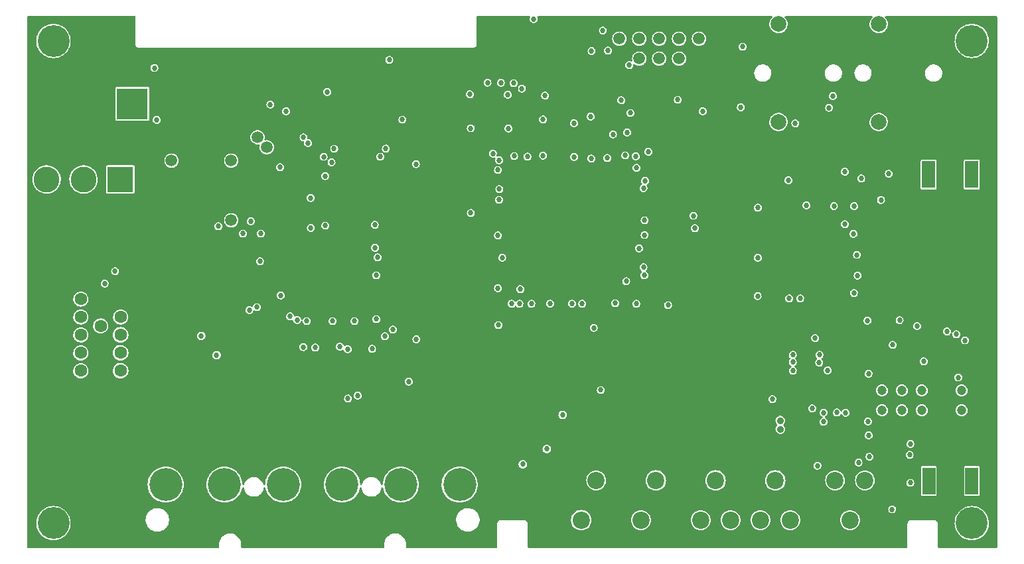
<source format=gbr>
G04 #@! TF.GenerationSoftware,KiCad,Pcbnew,7.0.5+dfsg-2*
G04 #@! TF.CreationDate,2023-07-13T13:36:20+03:00*
G04 #@! TF.ProjectId,ossc_board,6f737363-5f62-46f6-9172-642e6b696361,rev?*
G04 #@! TF.SameCoordinates,Original*
G04 #@! TF.FileFunction,Copper,L2,Inr*
G04 #@! TF.FilePolarity,Positive*
%FSLAX46Y46*%
G04 Gerber Fmt 4.6, Leading zero omitted, Abs format (unit mm)*
G04 Created by KiCad (PCBNEW 7.0.5+dfsg-2) date 2023-07-13 13:36:20*
%MOMM*%
%LPD*%
G01*
G04 APERTURE LIST*
G04 #@! TA.AperFunction,ComponentPad*
%ADD10R,4.000000X4.000000*%
G04 #@! TD*
G04 #@! TA.AperFunction,ComponentPad*
%ADD11C,1.600000*%
G04 #@! TD*
G04 #@! TA.AperFunction,ComponentPad*
%ADD12C,4.500000*%
G04 #@! TD*
G04 #@! TA.AperFunction,ComponentPad*
%ADD13C,1.506220*%
G04 #@! TD*
G04 #@! TA.AperFunction,ComponentPad*
%ADD14C,4.064000*%
G04 #@! TD*
G04 #@! TA.AperFunction,ComponentPad*
%ADD15C,0.690000*%
G04 #@! TD*
G04 #@! TA.AperFunction,ComponentPad*
%ADD16C,2.000000*%
G04 #@! TD*
G04 #@! TA.AperFunction,Conductor*
%ADD17R,6.200000X6.200000*%
G04 #@! TD*
G04 #@! TA.AperFunction,ComponentPad*
%ADD18C,4.200000*%
G04 #@! TD*
G04 #@! TA.AperFunction,ComponentPad*
%ADD19C,4.000000*%
G04 #@! TD*
G04 #@! TA.AperFunction,ComponentPad*
%ADD20C,2.200000*%
G04 #@! TD*
G04 #@! TA.AperFunction,Conductor*
%ADD21R,6.700000X6.700000*%
G04 #@! TD*
G04 #@! TA.AperFunction,ComponentPad*
%ADD22R,3.300000X3.300000*%
G04 #@! TD*
G04 #@! TA.AperFunction,ComponentPad*
%ADD23C,3.300000*%
G04 #@! TD*
G04 #@! TA.AperFunction,ComponentPad*
%ADD24R,1.700000X3.500000*%
G04 #@! TD*
G04 #@! TA.AperFunction,ComponentPad*
%ADD25C,2.700000*%
G04 #@! TD*
G04 #@! TA.AperFunction,ComponentPad*
%ADD26C,0.900000*%
G04 #@! TD*
G04 #@! TA.AperFunction,ComponentPad*
%ADD27C,1.200000*%
G04 #@! TD*
G04 #@! TA.AperFunction,ComponentPad*
%ADD28C,1.500000*%
G04 #@! TD*
G04 #@! TA.AperFunction,ViaPad*
%ADD29C,0.686000*%
G04 #@! TD*
G04 #@! TA.AperFunction,ViaPad*
%ADD30C,1.500000*%
G04 #@! TD*
G04 APERTURE END LIST*
D10*
X21202140Y-28649000D03*
X15202660Y-28649000D03*
X18202400Y-33348000D03*
D11*
X19695500Y-62735400D03*
X19695500Y-60445400D03*
X19695500Y-58155400D03*
X19695500Y-55865400D03*
X19695500Y-53575400D03*
X17155500Y-63875400D03*
X17155500Y-61585400D03*
X17155500Y-59295400D03*
X17155500Y-57005400D03*
D12*
X17155500Y-70915400D03*
D11*
X17155500Y-54715400D03*
D12*
X17155500Y-45915400D03*
D11*
X14615500Y-62735400D03*
X14615500Y-60445400D03*
X14615500Y-58155400D03*
X14615500Y-55865400D03*
X14615500Y-53575400D03*
D13*
X93480000Y-20320000D03*
X93480000Y-22860000D03*
X90940000Y-20320000D03*
X90940000Y-22860000D03*
X88400000Y-20320000D03*
X88400000Y-22860000D03*
X85860000Y-20320000D03*
X85860000Y-22860000D03*
X83320000Y-20320000D03*
X83320000Y-22860000D03*
D14*
X11130000Y-20600000D03*
X11130000Y-82200000D03*
X128300000Y-82200000D03*
X128300000Y-20600000D03*
D15*
X46736000Y-51892000D03*
X48336000Y-49492000D03*
X45136000Y-48692000D03*
X45136000Y-51092000D03*
X45136000Y-52692000D03*
X44336000Y-52692000D03*
X49136000Y-51092000D03*
X44336000Y-49492000D03*
X49136000Y-50292000D03*
D16*
X46736000Y-50292000D03*
D15*
X45136000Y-51892000D03*
X47536000Y-47892000D03*
X45136000Y-50292000D03*
X45936000Y-48692000D03*
X46736000Y-52692000D03*
X48336000Y-51892000D03*
X46736000Y-47892000D03*
X47536000Y-51892000D03*
X44336000Y-50292000D03*
X44336000Y-51092000D03*
X46736000Y-48692000D03*
X45936000Y-47892000D03*
X44336000Y-48692000D03*
X47536000Y-52692000D03*
X48336000Y-51092000D03*
X45936000Y-52692000D03*
X48336000Y-50292000D03*
X49136000Y-48692000D03*
X49136000Y-49492000D03*
X48336000Y-47892000D03*
X45136000Y-47892000D03*
X48336000Y-48692000D03*
D17*
X46736000Y-50292000D03*
D15*
X45136000Y-49492000D03*
X49136000Y-51892000D03*
X47536000Y-48692000D03*
X44336000Y-47892000D03*
X44336000Y-51892000D03*
X49136000Y-52692000D03*
X45936000Y-51892000D03*
X49136000Y-47892000D03*
X48336000Y-52692000D03*
D18*
X47946000Y-77276200D03*
X40446000Y-77276200D03*
X55446000Y-77276200D03*
X62946000Y-77276200D03*
X32946000Y-77276200D03*
X25446000Y-77276200D03*
D19*
X29196000Y-81776200D03*
X59196000Y-81776200D03*
X44196000Y-81776200D03*
D15*
X79850000Y-43850000D03*
X77300000Y-43000000D03*
X77300000Y-42150000D03*
X74750000Y-43850000D03*
X74750000Y-42150000D03*
X79000000Y-44700000D03*
X78150000Y-46400000D03*
X78150000Y-47250000D03*
X74750000Y-46400000D03*
X76450000Y-46400000D03*
X74750000Y-47250000D03*
X79000000Y-42150000D03*
X77300000Y-47250000D03*
X76450000Y-47250000D03*
X75600000Y-44700000D03*
X78150000Y-42150000D03*
X79850000Y-43000000D03*
X79850000Y-44700000D03*
D20*
X77300000Y-44700000D03*
D15*
X79850000Y-47250000D03*
X79850000Y-46400000D03*
X75600000Y-42150000D03*
X79850000Y-42150000D03*
X79000000Y-43000000D03*
X79850000Y-45550000D03*
X74750000Y-44700000D03*
X79000000Y-46400000D03*
X75600000Y-45550000D03*
X79000000Y-43850000D03*
X75600000Y-43000000D03*
X75600000Y-47250000D03*
X75600000Y-46400000D03*
X79000000Y-45550000D03*
X78150000Y-43000000D03*
X75600000Y-43850000D03*
X76450000Y-43000000D03*
X74750000Y-43000000D03*
D21*
X77300000Y-44700000D03*
D15*
X74750000Y-45550000D03*
X79000000Y-47250000D03*
X76450000Y-42150000D03*
X77300000Y-46400000D03*
D22*
X19666000Y-38298000D03*
D23*
X14966000Y-38298000D03*
X10266000Y-38298000D03*
D16*
X116418000Y-30950000D03*
X116418000Y-18450000D03*
X121418000Y-30950000D03*
X121418000Y-18450000D03*
X103631000Y-30950000D03*
X103631000Y-18450000D03*
X108631000Y-18450000D03*
X108631000Y-30950000D03*
D24*
X130706000Y-74830000D03*
X128306000Y-76830000D03*
X122806000Y-76830000D03*
X130698000Y-35676000D03*
X128298000Y-37676000D03*
X122798000Y-37676000D03*
D25*
X124400000Y-46550000D03*
X124400000Y-61050000D03*
X129350000Y-45950000D03*
X129350000Y-61650000D03*
D26*
X103861000Y-70197000D03*
X103861000Y-69097000D03*
D20*
X114659600Y-76741200D03*
X112754600Y-81821200D03*
X110849600Y-76741200D03*
X108944600Y-81821200D03*
X107039600Y-76741200D03*
X105134600Y-81821200D03*
X103229600Y-76741200D03*
X101324600Y-81821200D03*
X99419600Y-76741200D03*
X97514600Y-81821200D03*
X95609600Y-76741200D03*
X93704600Y-81821200D03*
X91799600Y-76741200D03*
X89894600Y-81821200D03*
X87989600Y-76741200D03*
X86084600Y-81821200D03*
X84179600Y-76741200D03*
X82274600Y-81821200D03*
X80369600Y-76741200D03*
X78464600Y-81821200D03*
X76559600Y-76741200D03*
D27*
X127000000Y-67790000D03*
X127000000Y-65250000D03*
X116840000Y-65250000D03*
X119380000Y-65250000D03*
X121920000Y-65250000D03*
X116840000Y-67790000D03*
X119380000Y-67790000D03*
X121920000Y-67790000D03*
D28*
X26184500Y-35889300D03*
X26184500Y-43509300D03*
X33804500Y-43509300D03*
X33804500Y-35889300D03*
D29*
X84323000Y-32288000D03*
X84732200Y-29806000D03*
X108848000Y-60705000D03*
X105453000Y-60701000D03*
X43617000Y-33642000D03*
X24312000Y-30690000D03*
X43043000Y-32918000D03*
X24000000Y-24050000D03*
X110562000Y-27638000D03*
X45599000Y-35400000D03*
X127430000Y-58850000D03*
X52818000Y-35391000D03*
X117714100Y-37557100D03*
X53534000Y-34370000D03*
X46943000Y-34376000D03*
X110094000Y-29135000D03*
X116710000Y-40910000D03*
X126320000Y-58080000D03*
X69098500Y-27469200D03*
X69847800Y-25996000D03*
X68209500Y-25945200D03*
X66507700Y-25932500D03*
X73848300Y-27570800D03*
X70901900Y-26681800D03*
X81870000Y-21820002D03*
X79665000Y-30246000D03*
X84590000Y-23679000D03*
X79790000Y-21890000D03*
X77541000Y-31105000D03*
X81230000Y-19270000D03*
X83576500Y-28167700D03*
X69596000Y-54152800D03*
X80061000Y-57252000D03*
X85496400Y-54178200D03*
X70700000Y-52300000D03*
X85428000Y-35326000D03*
X84200000Y-51300000D03*
X69187000Y-31768000D03*
X87046000Y-34757000D03*
X67200000Y-35000000D03*
X89535000Y-54356000D03*
X67900000Y-56900000D03*
X85500000Y-36800000D03*
X69900800Y-35306000D03*
X86556000Y-45389000D03*
X82804000Y-54102000D03*
X70586600Y-54178200D03*
X71595000Y-35377000D03*
X67995800Y-35839400D03*
X74498200Y-54152800D03*
X67843400Y-52197000D03*
X86403000Y-39400000D03*
X84087000Y-35223000D03*
X68021200Y-39522400D03*
X86517000Y-50546000D03*
X82516000Y-32537000D03*
X114971000Y-56319000D03*
X54432000Y-57465000D03*
X46736000Y-56388000D03*
X109899000Y-62678000D03*
X102850000Y-66360000D03*
X57440000Y-58720000D03*
X56460000Y-64108000D03*
X111090000Y-68070000D03*
X112100000Y-44000000D03*
X105471000Y-62728000D03*
X40117100Y-53097800D03*
X40050000Y-36740000D03*
X32180000Y-44260000D03*
X36300000Y-43640000D03*
X78587600Y-54178200D03*
X86558000Y-43510000D03*
X46073400Y-27113600D03*
X45811000Y-37856000D03*
X90790100Y-28104200D03*
X45819000Y-44196000D03*
X101000000Y-48300000D03*
X68377000Y-48296000D03*
X99065000Y-21336000D03*
X86407000Y-49511000D03*
X112100000Y-37300000D03*
X73607000Y-35245000D03*
X108306000Y-58560000D03*
X104900000Y-38400000D03*
D30*
X38353000Y-34188000D03*
D29*
X52118600Y-44080800D03*
X67843400Y-45440600D03*
X52486900Y-48246400D03*
X67995800Y-40894000D03*
X86624000Y-38476000D03*
X67843400Y-37084000D03*
X107930000Y-67540000D03*
D30*
X37165000Y-32898000D03*
D29*
X72400500Y-17800000D03*
X85839000Y-47092000D03*
X52324000Y-56134000D03*
X98826000Y-29083000D03*
X72110600Y-54178200D03*
X77553000Y-35406000D03*
X118140000Y-80440000D03*
X115040000Y-69220000D03*
X119080000Y-56270000D03*
X121310000Y-57030000D03*
X101000000Y-41900000D03*
X110700000Y-41700000D03*
X106400000Y-53500000D03*
X100968000Y-53185000D03*
X105000000Y-53500000D03*
X107200000Y-41600000D03*
X125140000Y-57710000D03*
X114180000Y-38160000D03*
X43979000Y-44493000D03*
X52324000Y-50546000D03*
X43939800Y-40651800D03*
X52160000Y-47020000D03*
X51778039Y-59921961D03*
X53420000Y-58330000D03*
X76100000Y-68370000D03*
X71010000Y-74670000D03*
X74070000Y-72730000D03*
X29982500Y-58279400D03*
X31938300Y-60743200D03*
X20846879Y-68124500D03*
X66530879Y-75738500D03*
X26815000Y-27219000D03*
X121700000Y-48210000D03*
X18308879Y-26670500D03*
X28590000Y-34069000D03*
X129134879Y-40206500D03*
X85288000Y-25471000D03*
X74400000Y-48900000D03*
X104700000Y-41800000D03*
X73450000Y-50800000D03*
X56693000Y-66271000D03*
X67376879Y-66432500D03*
X118982879Y-36822500D03*
X101216879Y-72354500D03*
X13232879Y-18210500D03*
X56378879Y-73200500D03*
X39458879Y-70662500D03*
X26784000Y-29535000D03*
X91064879Y-65586500D03*
X75400000Y-39800000D03*
X77400000Y-39800000D03*
X130826879Y-22440500D03*
X35425000Y-27912000D03*
X22814000Y-50300000D03*
X120674879Y-27516500D03*
X8896000Y-48748000D03*
X63992879Y-69816500D03*
X57390000Y-68854000D03*
X9002879Y-50358500D03*
X36074879Y-75738500D03*
X28460879Y-42744500D03*
X55532879Y-62202500D03*
X70800000Y-38500000D03*
X65048000Y-54521000D03*
X47630000Y-44836000D03*
X72572000Y-35329000D03*
X25076879Y-55434500D03*
X82977000Y-25552000D03*
X94448879Y-74892500D03*
X103600000Y-41800000D03*
X12386879Y-28362500D03*
X80691000Y-35342000D03*
X23912000Y-50307000D03*
X124904879Y-40206500D03*
X76682879Y-22440500D03*
X9002879Y-23286500D03*
X103754879Y-74046500D03*
X80750000Y-50800000D03*
X95294879Y-19902500D03*
X81050000Y-52500000D03*
X70760879Y-46128500D03*
X22538879Y-57126500D03*
X34267000Y-23119000D03*
X124058879Y-18210500D03*
X103600000Y-49400000D03*
X75590400Y-54127400D03*
X32690000Y-46036000D03*
X58994000Y-71803000D03*
X95294879Y-83352500D03*
X9002879Y-54588500D03*
X75700000Y-52500000D03*
X29306879Y-26670500D03*
X33536879Y-68124500D03*
X21692879Y-71508500D03*
X41910000Y-40894000D03*
X94448879Y-56280500D03*
X102062879Y-19902500D03*
X71170800Y-56845200D03*
X9002879Y-79968500D03*
X24230879Y-66432500D03*
X16616879Y-76584500D03*
X105446879Y-47820500D03*
X76901000Y-18600000D03*
X111368879Y-18210500D03*
X29581000Y-34785000D03*
X114996000Y-55321000D03*
X11540879Y-68970500D03*
X40167900Y-51688100D03*
X113881000Y-49400000D03*
X97832879Y-67278500D03*
X45263000Y-74737000D03*
X109700000Y-44000000D03*
X46226879Y-66432500D03*
X61276000Y-31913000D03*
X111700000Y-62840000D03*
X35410000Y-24277000D03*
X102062879Y-79122500D03*
X12386879Y-24132500D03*
X34221000Y-24270000D03*
X42707900Y-45909600D03*
X41628000Y-31593000D03*
X90218879Y-74892500D03*
X99060000Y-65200000D03*
X64947800Y-45643800D03*
X82604879Y-78276500D03*
X117290879Y-22440500D03*
X107980000Y-68440000D03*
X53134600Y-46709700D03*
X69545000Y-51064000D03*
X127442879Y-24132500D03*
X12386879Y-72354500D03*
X59762879Y-76584500D03*
X99524879Y-80814500D03*
X70584400Y-22363800D03*
X16616879Y-80814500D03*
X27973000Y-28354000D03*
X69469000Y-52177000D03*
X32690879Y-62202500D03*
X82900000Y-52500000D03*
X48875000Y-44826000D03*
X35770000Y-37700000D03*
X66385000Y-31608000D03*
X32690879Y-74046500D03*
X118982879Y-18210500D03*
X23384879Y-41898500D03*
X11540879Y-42744500D03*
X43480000Y-35565000D03*
X29306879Y-35976500D03*
X67900000Y-42200000D03*
X11540879Y-64740500D03*
X112200000Y-42700000D03*
X118800000Y-50200000D03*
X59036000Y-75175000D03*
X14078879Y-21594500D03*
X31844879Y-70662500D03*
X104230000Y-67260000D03*
X51054000Y-56388000D03*
X97832879Y-31746500D03*
X44318000Y-38546000D03*
X81584800Y-54102000D03*
X113131600Y-46913800D03*
X105446879Y-18210500D03*
X75700000Y-37500000D03*
X78400000Y-48900000D03*
X113906879Y-28362500D03*
X97050000Y-65190000D03*
X11540879Y-60510500D03*
X20846879Y-31746500D03*
X80193000Y-67788000D03*
X128288879Y-57126500D03*
X97978000Y-53969000D03*
X73400000Y-39800000D03*
X9002879Y-71508500D03*
X101216879Y-32592500D03*
X99110000Y-69830000D03*
X78374879Y-78276500D03*
X19154879Y-74046500D03*
X78374879Y-72354500D03*
X51069000Y-52578000D03*
X67900000Y-43000000D03*
X92329000Y-49098200D03*
X63146879Y-22440500D03*
X41443000Y-45441000D03*
X36074879Y-35130500D03*
X26830000Y-28316000D03*
X126596879Y-30054500D03*
X52227000Y-45659000D03*
X107984879Y-23286500D03*
X65684879Y-79122500D03*
X124904879Y-26670500D03*
X113570000Y-64900000D03*
X83450879Y-72354500D03*
X130826879Y-84198500D03*
X63146879Y-66432500D03*
X31844879Y-58818500D03*
X82400000Y-44800000D03*
X124904879Y-77430500D03*
X25618000Y-28377000D03*
X30152879Y-39360500D03*
X123212879Y-29208500D03*
X83588000Y-62534000D03*
X119828879Y-24132500D03*
X119828879Y-32592500D03*
X104600879Y-43590500D03*
X58070879Y-66432500D03*
X84696000Y-44818000D03*
X121520879Y-21594500D03*
X52324000Y-49276000D03*
X102908879Y-67278500D03*
X69914879Y-72354500D03*
X51458000Y-31486000D03*
X55532879Y-41898500D03*
X40523000Y-38908000D03*
X13232879Y-35976500D03*
X91910879Y-30900500D03*
X100696000Y-62555000D03*
X78816200Y-39801800D03*
X41737000Y-46518000D03*
X94448879Y-79968500D03*
X34138000Y-70744000D03*
X62300879Y-83352500D03*
X41457000Y-34770000D03*
X97960000Y-44900000D03*
X100995000Y-49408000D03*
X74800000Y-52500000D03*
X73533000Y-84475000D03*
X103560000Y-32750000D03*
X112300000Y-41700000D03*
X71606879Y-79122500D03*
X118982879Y-46974500D03*
X68222879Y-69816500D03*
X81950000Y-50850000D03*
X11540879Y-77430500D03*
X19154879Y-78276500D03*
X82400000Y-48600000D03*
X101796000Y-62454000D03*
X67300000Y-34100000D03*
X11540879Y-52050500D03*
X102908879Y-83352500D03*
X29306879Y-72354500D03*
X51979000Y-53167000D03*
X80912879Y-70662500D03*
X25136000Y-61549000D03*
X40930000Y-44242000D03*
X42669800Y-47217700D03*
X32690879Y-80814500D03*
X118136879Y-30054500D03*
X17462879Y-84198500D03*
X24230879Y-32592500D03*
X112214879Y-25824500D03*
X118136879Y-78276500D03*
X36920879Y-62202500D03*
X67871000Y-47130000D03*
X42603000Y-51907000D03*
X117290879Y-34284500D03*
X22538879Y-63894500D03*
X127442879Y-42744500D03*
X86681000Y-44463000D03*
X86591000Y-37404000D03*
X50556500Y-44030000D03*
X27958000Y-27203000D03*
X98678879Y-55434500D03*
X29604000Y-33581000D03*
X72100000Y-42700000D03*
X114752879Y-80814500D03*
X97832879Y-18210500D03*
X89916000Y-56946800D03*
X48764879Y-83352500D03*
X14078879Y-41052500D03*
X79450000Y-50800000D03*
X9002879Y-67278500D03*
X35330000Y-29051000D03*
X28460879Y-75738500D03*
X38612879Y-57972500D03*
X128288879Y-27516500D03*
X58527000Y-63383000D03*
X117290879Y-26670500D03*
X106292879Y-28362500D03*
X45466000Y-56388000D03*
X17462879Y-67278500D03*
X51302879Y-75738500D03*
X51984000Y-54254000D03*
X111368879Y-35130500D03*
X61128000Y-33673000D03*
X72452879Y-69816500D03*
X105800000Y-54300000D03*
X72100000Y-48600000D03*
X65000000Y-34000000D03*
X15770879Y-50358500D03*
X75836879Y-70662500D03*
X60484000Y-59135000D03*
X76500000Y-50800000D03*
X47254000Y-38877000D03*
X80300000Y-48900000D03*
X65684879Y-72354500D03*
X30770000Y-34854000D03*
X14924879Y-25824500D03*
X105900000Y-43800000D03*
X119421000Y-45027000D03*
X60608879Y-72354500D03*
X126596879Y-69816500D03*
X42365000Y-44753900D03*
X22538879Y-77430500D03*
X57226000Y-50018000D03*
X82400000Y-41200000D03*
X9002879Y-75738500D03*
X57328000Y-43404000D03*
X129134879Y-64740500D03*
X38612879Y-79968500D03*
X118510000Y-53040000D03*
X35425000Y-23111000D03*
X82400000Y-42900000D03*
X52324000Y-55118000D03*
X91910879Y-35130500D03*
X35448000Y-26754000D03*
X28460879Y-54588500D03*
X14078879Y-83352500D03*
X67900000Y-43900000D03*
X61468000Y-39690000D03*
X114752879Y-32592500D03*
X45527300Y-40982000D03*
X101900000Y-31120000D03*
X124904879Y-22440500D03*
X37810000Y-74280000D03*
X27614879Y-68124500D03*
X35448000Y-25542000D03*
X111115000Y-54258000D03*
X81000000Y-39800000D03*
X24230879Y-22440500D03*
X80912879Y-59664500D03*
X70760879Y-41898500D03*
X66203000Y-20081000D03*
X81758879Y-74892500D03*
X9002879Y-45282500D03*
X86346000Y-46318000D03*
X116444879Y-75738500D03*
X14078879Y-74892500D03*
X13232879Y-46974500D03*
X63848000Y-54441000D03*
X51333000Y-44831000D03*
X105000000Y-59880000D03*
X72100000Y-44800000D03*
X48997000Y-33658000D03*
X34750000Y-38740000D03*
X92329000Y-50825400D03*
X20846879Y-46974500D03*
X82700000Y-67772000D03*
X73533000Y-54178200D03*
X41996879Y-66432500D03*
X42657000Y-48402000D03*
X91910879Y-70662500D03*
X54686879Y-26670500D03*
X20000879Y-43590500D03*
X93602879Y-67278500D03*
X50135000Y-44811000D03*
X75735000Y-35437000D03*
X68707000Y-40208200D03*
X81481000Y-67780000D03*
X106292879Y-79122500D03*
X11540879Y-56280500D03*
X77038000Y-21199000D03*
X20846879Y-24978500D03*
X100405000Y-55195000D03*
X124904879Y-81660500D03*
X58548000Y-59066000D03*
X86567000Y-41960000D03*
X25634000Y-29451000D03*
X47752000Y-56388000D03*
X104020000Y-37680000D03*
X25611000Y-27249000D03*
X113060879Y-78276500D03*
X82604879Y-65586500D03*
X118550000Y-55450000D03*
X9002879Y-58818500D03*
X36074879Y-41898500D03*
X69947000Y-19116000D03*
X51064000Y-51308000D03*
X113262543Y-70902543D03*
X64947800Y-48691800D03*
X82400000Y-46800000D03*
X128288879Y-52896500D03*
X86500000Y-51500000D03*
X101006000Y-50724000D03*
X43688879Y-68970500D03*
X14078879Y-66432500D03*
X13232879Y-79968500D03*
X72100000Y-50800000D03*
X28404000Y-22974000D03*
X9002879Y-35976500D03*
X103600000Y-46000000D03*
X89372879Y-68970500D03*
X28404000Y-24014000D03*
X109676879Y-20748500D03*
X21692879Y-53742500D03*
X69068879Y-77430500D03*
X71606879Y-66432500D03*
X129980879Y-30900500D03*
X42596000Y-50764000D03*
X27935000Y-29535000D03*
X84673000Y-41214000D03*
X34214000Y-25489000D03*
X95294879Y-69816500D03*
X84296879Y-83352500D03*
X75836879Y-66432500D03*
X31844879Y-49512500D03*
X50456879Y-67278500D03*
X42634000Y-49507000D03*
X121520879Y-55434500D03*
X76400000Y-48900000D03*
X104600879Y-24132500D03*
X88526879Y-83352500D03*
X126596879Y-35976500D03*
X95294879Y-24132500D03*
X120564000Y-43632000D03*
X86479000Y-48360000D03*
X114983600Y-41083600D03*
X74990879Y-80814500D03*
X23384879Y-36822500D03*
X113906879Y-21594500D03*
X101000000Y-47000000D03*
X68300600Y-54178200D03*
X63307000Y-27793000D03*
X77175000Y-62690000D03*
X74950000Y-50800000D03*
X42034800Y-59600200D03*
X12960000Y-48971000D03*
X49610879Y-79968500D03*
X104600879Y-51204500D03*
X9002879Y-18210500D03*
X25922879Y-74046500D03*
X86900000Y-56700000D03*
X90700000Y-62800000D03*
X105800000Y-41600000D03*
X107138879Y-83352500D03*
X97832879Y-71508500D03*
X26768879Y-37668500D03*
X92756879Y-38514500D03*
X100370879Y-27516500D03*
X65263000Y-24216000D03*
X108265000Y-41567000D03*
X116444879Y-83352500D03*
X9002879Y-27516500D03*
X78326000Y-56982000D03*
X19154879Y-64740500D03*
X51979000Y-51887000D03*
X95429000Y-62602000D03*
X88440000Y-32771000D03*
X129980879Y-78276500D03*
X48707000Y-37490000D03*
X86834879Y-65586500D03*
X59762879Y-68970500D03*
X28404000Y-25055000D03*
X62553000Y-61200000D03*
X30053000Y-60371000D03*
X85988879Y-70662500D03*
X113906879Y-58818500D03*
X41996879Y-72354500D03*
X87680879Y-73200500D03*
X26768879Y-64740500D03*
X121520879Y-79968500D03*
X59265000Y-31993000D03*
X100370879Y-65586500D03*
X60190000Y-32781000D03*
X67986000Y-49256000D03*
X129980879Y-68124500D03*
X82000000Y-52500000D03*
X9002879Y-63048500D03*
X85568000Y-32634000D03*
X36074879Y-69816500D03*
X30152879Y-65586500D03*
X59329000Y-64267000D03*
X82612000Y-60590000D03*
X30777000Y-33581000D03*
X65232000Y-25156000D03*
X55532879Y-22440500D03*
X121000002Y-59810000D03*
X126596879Y-74892500D03*
X27757000Y-58278000D03*
X75836879Y-30900500D03*
X53840879Y-80814500D03*
X25076879Y-69816500D03*
X51054000Y-53828000D03*
X72100000Y-40900000D03*
X32690879Y-25824500D03*
X9002879Y-41052500D03*
X97832879Y-22440500D03*
X78895000Y-35237000D03*
X67843400Y-38404800D03*
X124904879Y-66432500D03*
X97832879Y-78276500D03*
X79220879Y-24132500D03*
X96986879Y-57972500D03*
X108830879Y-33438500D03*
X78050000Y-50800000D03*
X92303600Y-52044600D03*
X39811000Y-33296000D03*
X39458879Y-64740500D03*
X99120000Y-67790000D03*
X97738000Y-62591000D03*
X128288879Y-72354500D03*
X128288879Y-48666500D03*
X28651000Y-66081000D03*
X130826879Y-18210500D03*
X36074879Y-65586500D03*
X72100000Y-46700000D03*
X13232879Y-31746500D03*
X44543000Y-59767000D03*
X47673600Y-59651000D03*
X36118800Y-54991000D03*
X37084000Y-54610000D03*
X113258600Y-52806600D03*
X113645000Y-47926000D03*
X113741200Y-50571400D03*
X113184000Y-45236000D03*
X81788000Y-35557000D03*
X113300000Y-41700000D03*
X55649200Y-30644200D03*
X73590000Y-30644000D03*
X79756000Y-35610800D03*
X77292200Y-54152800D03*
X93965100Y-29590100D03*
X43000000Y-59701800D03*
X48664200Y-59981200D03*
X19000000Y-50010000D03*
X17670000Y-51610000D03*
X35306000Y-45212000D03*
X37592000Y-45212000D03*
X40810000Y-29590100D03*
X38796300Y-28713800D03*
X92964000Y-44521000D03*
X105780000Y-31130000D03*
X92774000Y-42931000D03*
X37479000Y-48745000D03*
X49530000Y-56388000D03*
X41330000Y-55790000D03*
X42225300Y-56260100D03*
X43434000Y-56388000D03*
X48706000Y-66277000D03*
X49957000Y-65908000D03*
X105456000Y-61628000D03*
X46608000Y-36111000D03*
X80970000Y-65197000D03*
X108833000Y-61692000D03*
X57371000Y-36332000D03*
X53972000Y-23020000D03*
X64262000Y-27402000D03*
X64378000Y-31758000D03*
X64381000Y-42577000D03*
X120450000Y-77050000D03*
X118210000Y-59420000D03*
X122170000Y-61530000D03*
X109385000Y-69243000D03*
X109377000Y-68077000D03*
X120360000Y-73470000D03*
X120450000Y-72090000D03*
X126560000Y-63590000D03*
X115120000Y-63120000D03*
X112210000Y-68100000D03*
X115250000Y-73710000D03*
X108600000Y-74860000D03*
X115140000Y-70980000D03*
X113840000Y-74460000D03*
G04 #@! TA.AperFunction,Conductor*
G36*
X21564421Y-17438502D02*
G01*
X21610914Y-17492158D01*
X21622300Y-17544500D01*
X21622300Y-21014264D01*
X21620749Y-21033974D01*
X21617308Y-21055700D01*
X21622300Y-21087219D01*
X21637154Y-21181004D01*
X21694750Y-21294042D01*
X21784458Y-21383750D01*
X21897496Y-21441346D01*
X21907285Y-21442896D01*
X21907287Y-21442897D01*
X22013007Y-21459641D01*
X22022800Y-21461192D01*
X22044526Y-21457751D01*
X22064236Y-21456200D01*
X64637464Y-21456200D01*
X64657174Y-21457751D01*
X64678900Y-21461192D01*
X64688693Y-21459641D01*
X64794413Y-21442897D01*
X64794415Y-21442896D01*
X64804204Y-21441346D01*
X64917242Y-21383750D01*
X65006950Y-21294042D01*
X65064546Y-21181004D01*
X65079400Y-21087219D01*
X65084392Y-21055700D01*
X65080951Y-21033974D01*
X65079400Y-21014264D01*
X65079400Y-20320000D01*
X82401358Y-20320000D01*
X82421433Y-20510996D01*
X82480779Y-20693645D01*
X82576803Y-20859964D01*
X82581221Y-20864871D01*
X82581222Y-20864872D01*
X82597258Y-20882681D01*
X82705309Y-21002684D01*
X82860679Y-21115567D01*
X82866707Y-21118251D01*
X82866709Y-21118252D01*
X82968622Y-21163626D01*
X83036124Y-21193680D01*
X83042579Y-21195052D01*
X83042582Y-21195053D01*
X83130050Y-21213645D01*
X83223976Y-21233610D01*
X83416024Y-21233610D01*
X83509950Y-21213645D01*
X83597418Y-21195053D01*
X83597421Y-21195052D01*
X83603876Y-21193680D01*
X83671378Y-21163626D01*
X83773291Y-21118252D01*
X83773293Y-21118251D01*
X83779321Y-21115567D01*
X83934691Y-21002684D01*
X84042743Y-20882681D01*
X84058778Y-20864872D01*
X84058779Y-20864871D01*
X84063197Y-20859964D01*
X84159221Y-20693645D01*
X84218567Y-20510996D01*
X84238642Y-20320000D01*
X84941358Y-20320000D01*
X84961433Y-20510996D01*
X85020779Y-20693645D01*
X85116803Y-20859964D01*
X85121221Y-20864871D01*
X85121222Y-20864872D01*
X85137258Y-20882681D01*
X85245309Y-21002684D01*
X85400679Y-21115567D01*
X85406707Y-21118251D01*
X85406709Y-21118252D01*
X85508622Y-21163626D01*
X85576124Y-21193680D01*
X85582579Y-21195052D01*
X85582582Y-21195053D01*
X85670050Y-21213645D01*
X85763976Y-21233610D01*
X85956024Y-21233610D01*
X86049950Y-21213645D01*
X86137418Y-21195053D01*
X86137421Y-21195052D01*
X86143876Y-21193680D01*
X86211378Y-21163626D01*
X86313291Y-21118252D01*
X86313293Y-21118251D01*
X86319321Y-21115567D01*
X86474691Y-21002684D01*
X86582743Y-20882681D01*
X86598778Y-20864872D01*
X86598779Y-20864871D01*
X86603197Y-20859964D01*
X86699221Y-20693645D01*
X86758567Y-20510996D01*
X86778642Y-20320000D01*
X87481358Y-20320000D01*
X87501433Y-20510996D01*
X87560779Y-20693645D01*
X87656803Y-20859964D01*
X87661221Y-20864871D01*
X87661222Y-20864872D01*
X87677258Y-20882681D01*
X87785309Y-21002684D01*
X87940679Y-21115567D01*
X87946707Y-21118251D01*
X87946709Y-21118252D01*
X88048622Y-21163626D01*
X88116124Y-21193680D01*
X88122579Y-21195052D01*
X88122582Y-21195053D01*
X88210050Y-21213645D01*
X88303976Y-21233610D01*
X88496024Y-21233610D01*
X88589950Y-21213645D01*
X88677418Y-21195053D01*
X88677421Y-21195052D01*
X88683876Y-21193680D01*
X88751378Y-21163626D01*
X88853291Y-21118252D01*
X88853293Y-21118251D01*
X88859321Y-21115567D01*
X89014691Y-21002684D01*
X89122743Y-20882681D01*
X89138778Y-20864872D01*
X89138779Y-20864871D01*
X89143197Y-20859964D01*
X89239221Y-20693645D01*
X89298567Y-20510996D01*
X89318642Y-20320000D01*
X90021358Y-20320000D01*
X90041433Y-20510996D01*
X90100779Y-20693645D01*
X90196803Y-20859964D01*
X90201221Y-20864871D01*
X90201222Y-20864872D01*
X90217258Y-20882681D01*
X90325309Y-21002684D01*
X90480679Y-21115567D01*
X90486707Y-21118251D01*
X90486709Y-21118252D01*
X90588622Y-21163626D01*
X90656124Y-21193680D01*
X90662579Y-21195052D01*
X90662582Y-21195053D01*
X90750050Y-21213645D01*
X90843976Y-21233610D01*
X91036024Y-21233610D01*
X91129950Y-21213645D01*
X91217418Y-21195053D01*
X91217421Y-21195052D01*
X91223876Y-21193680D01*
X91291378Y-21163626D01*
X91393291Y-21118252D01*
X91393293Y-21118251D01*
X91399321Y-21115567D01*
X91554691Y-21002684D01*
X91662743Y-20882681D01*
X91678778Y-20864872D01*
X91678779Y-20864871D01*
X91683197Y-20859964D01*
X91779221Y-20693645D01*
X91838567Y-20510996D01*
X91858642Y-20320000D01*
X92561358Y-20320000D01*
X92581433Y-20510996D01*
X92640779Y-20693645D01*
X92736803Y-20859964D01*
X92741221Y-20864871D01*
X92741222Y-20864872D01*
X92757258Y-20882681D01*
X92865309Y-21002684D01*
X93020679Y-21115567D01*
X93026707Y-21118251D01*
X93026709Y-21118252D01*
X93128622Y-21163626D01*
X93196124Y-21193680D01*
X93202579Y-21195052D01*
X93202582Y-21195053D01*
X93290050Y-21213645D01*
X93383976Y-21233610D01*
X93576024Y-21233610D01*
X93669950Y-21213645D01*
X93757418Y-21195053D01*
X93757421Y-21195052D01*
X93763876Y-21193680D01*
X93831378Y-21163626D01*
X93933291Y-21118252D01*
X93933293Y-21118251D01*
X93939321Y-21115567D01*
X94094691Y-21002684D01*
X94202743Y-20882681D01*
X94218778Y-20864872D01*
X94218779Y-20864871D01*
X94223197Y-20859964D01*
X94319221Y-20693645D01*
X94349648Y-20600000D01*
X126102796Y-20600000D01*
X126103066Y-20604119D01*
X126121090Y-20879117D01*
X126121593Y-20886793D01*
X126122395Y-20890826D01*
X126122396Y-20890832D01*
X126176858Y-21164628D01*
X126177664Y-21168678D01*
X126178991Y-21172587D01*
X126178992Y-21172591D01*
X126241137Y-21355664D01*
X126270048Y-21440834D01*
X126271871Y-21444530D01*
X126271874Y-21444538D01*
X126354638Y-21612365D01*
X126397166Y-21698602D01*
X126399460Y-21702035D01*
X126399461Y-21702037D01*
X126435596Y-21756117D01*
X126556841Y-21937573D01*
X126746342Y-22153658D01*
X126962427Y-22343159D01*
X127036144Y-22392415D01*
X127186142Y-22492640D01*
X127201398Y-22502834D01*
X127205101Y-22504660D01*
X127455462Y-22628126D01*
X127455470Y-22628129D01*
X127459166Y-22629952D01*
X127463080Y-22631281D01*
X127463081Y-22631281D01*
X127727409Y-22721008D01*
X127727413Y-22721009D01*
X127731322Y-22722336D01*
X127735366Y-22723140D01*
X127735372Y-22723142D01*
X128009168Y-22777604D01*
X128009174Y-22777605D01*
X128013207Y-22778407D01*
X128017312Y-22778676D01*
X128017319Y-22778677D01*
X128295881Y-22796934D01*
X128300000Y-22797204D01*
X128304119Y-22796934D01*
X128582681Y-22778677D01*
X128582688Y-22778676D01*
X128586793Y-22778407D01*
X128590826Y-22777605D01*
X128590832Y-22777604D01*
X128864628Y-22723142D01*
X128864634Y-22723140D01*
X128868678Y-22722336D01*
X128872587Y-22721009D01*
X128872591Y-22721008D01*
X129136919Y-22631281D01*
X129136920Y-22631281D01*
X129140834Y-22629952D01*
X129144530Y-22628129D01*
X129144538Y-22628126D01*
X129394899Y-22504660D01*
X129398602Y-22502834D01*
X129413859Y-22492640D01*
X129563856Y-22392415D01*
X129637573Y-22343159D01*
X129853658Y-22153658D01*
X130043159Y-21937573D01*
X130164404Y-21756117D01*
X130200539Y-21702037D01*
X130200540Y-21702035D01*
X130202834Y-21698602D01*
X130245362Y-21612365D01*
X130328126Y-21444538D01*
X130328129Y-21444530D01*
X130329952Y-21440834D01*
X130358863Y-21355664D01*
X130421008Y-21172591D01*
X130421009Y-21172587D01*
X130422336Y-21168678D01*
X130423142Y-21164628D01*
X130477604Y-20890832D01*
X130477605Y-20890826D01*
X130478407Y-20886793D01*
X130478911Y-20879117D01*
X130496934Y-20604119D01*
X130497204Y-20600000D01*
X130491782Y-20517275D01*
X130478677Y-20317319D01*
X130478676Y-20317312D01*
X130478407Y-20313207D01*
X130441767Y-20129004D01*
X130423142Y-20035372D01*
X130423140Y-20035366D01*
X130422336Y-20031322D01*
X130329952Y-19759166D01*
X130328129Y-19755470D01*
X130328126Y-19755462D01*
X130214194Y-19524433D01*
X130202834Y-19501398D01*
X130043159Y-19262427D01*
X129853658Y-19046342D01*
X129637573Y-18856841D01*
X129463847Y-18740761D01*
X129402037Y-18699461D01*
X129402035Y-18699460D01*
X129398602Y-18697166D01*
X129278468Y-18637922D01*
X129144538Y-18571874D01*
X129144530Y-18571871D01*
X129140834Y-18570048D01*
X128977695Y-18514670D01*
X128872591Y-18478992D01*
X128872587Y-18478991D01*
X128868678Y-18477664D01*
X128864634Y-18476860D01*
X128864628Y-18476858D01*
X128590832Y-18422396D01*
X128590826Y-18422395D01*
X128586793Y-18421593D01*
X128582688Y-18421324D01*
X128582681Y-18421323D01*
X128304119Y-18403066D01*
X128300000Y-18402796D01*
X128295881Y-18403066D01*
X128017319Y-18421323D01*
X128017312Y-18421324D01*
X128013207Y-18421593D01*
X128009174Y-18422395D01*
X128009168Y-18422396D01*
X127735372Y-18476858D01*
X127735366Y-18476860D01*
X127731322Y-18477664D01*
X127727413Y-18478991D01*
X127727409Y-18478992D01*
X127622305Y-18514670D01*
X127459166Y-18570048D01*
X127455470Y-18571871D01*
X127455462Y-18571874D01*
X127321532Y-18637922D01*
X127201398Y-18697166D01*
X127197965Y-18699460D01*
X127197963Y-18699461D01*
X127136153Y-18740761D01*
X126962427Y-18856841D01*
X126746342Y-19046342D01*
X126556841Y-19262427D01*
X126397166Y-19501398D01*
X126385806Y-19524433D01*
X126271874Y-19755462D01*
X126271871Y-19755470D01*
X126270048Y-19759166D01*
X126177664Y-20031322D01*
X126176860Y-20035366D01*
X126176858Y-20035372D01*
X126158234Y-20129004D01*
X126121593Y-20313207D01*
X126121324Y-20317312D01*
X126121323Y-20317319D01*
X126108218Y-20517275D01*
X126102796Y-20600000D01*
X94349648Y-20600000D01*
X94378567Y-20510996D01*
X94398642Y-20320000D01*
X94397928Y-20313207D01*
X94379257Y-20135568D01*
X94379257Y-20135567D01*
X94378567Y-20129004D01*
X94319221Y-19946355D01*
X94223197Y-19780036D01*
X94216083Y-19772135D01*
X94099106Y-19642219D01*
X94099104Y-19642218D01*
X94094691Y-19637316D01*
X94051214Y-19605728D01*
X93944663Y-19528314D01*
X93944662Y-19528313D01*
X93939321Y-19524433D01*
X93933293Y-19521749D01*
X93933291Y-19521748D01*
X93769904Y-19449004D01*
X93769905Y-19449004D01*
X93763876Y-19446320D01*
X93757421Y-19444948D01*
X93757418Y-19444947D01*
X93661952Y-19424655D01*
X93576024Y-19406390D01*
X93383976Y-19406390D01*
X93298048Y-19424655D01*
X93202582Y-19444947D01*
X93202579Y-19444948D01*
X93196124Y-19446320D01*
X93190095Y-19449004D01*
X93190096Y-19449004D01*
X93026709Y-19521748D01*
X93026707Y-19521749D01*
X93020679Y-19524433D01*
X93015338Y-19528313D01*
X93015337Y-19528314D01*
X92908786Y-19605728D01*
X92865309Y-19637316D01*
X92860896Y-19642218D01*
X92860894Y-19642219D01*
X92743917Y-19772135D01*
X92736803Y-19780036D01*
X92640779Y-19946355D01*
X92581433Y-20129004D01*
X92580743Y-20135567D01*
X92580743Y-20135568D01*
X92562072Y-20313207D01*
X92561358Y-20320000D01*
X91858642Y-20320000D01*
X91857928Y-20313207D01*
X91839257Y-20135568D01*
X91839257Y-20135567D01*
X91838567Y-20129004D01*
X91779221Y-19946355D01*
X91683197Y-19780036D01*
X91676083Y-19772135D01*
X91559106Y-19642219D01*
X91559104Y-19642218D01*
X91554691Y-19637316D01*
X91511214Y-19605728D01*
X91404663Y-19528314D01*
X91404662Y-19528313D01*
X91399321Y-19524433D01*
X91393293Y-19521749D01*
X91393291Y-19521748D01*
X91229904Y-19449004D01*
X91229905Y-19449004D01*
X91223876Y-19446320D01*
X91217421Y-19444948D01*
X91217418Y-19444947D01*
X91121952Y-19424655D01*
X91036024Y-19406390D01*
X90843976Y-19406390D01*
X90758048Y-19424655D01*
X90662582Y-19444947D01*
X90662579Y-19444948D01*
X90656124Y-19446320D01*
X90650095Y-19449004D01*
X90650096Y-19449004D01*
X90486709Y-19521748D01*
X90486707Y-19521749D01*
X90480679Y-19524433D01*
X90475338Y-19528313D01*
X90475337Y-19528314D01*
X90368786Y-19605728D01*
X90325309Y-19637316D01*
X90320896Y-19642218D01*
X90320894Y-19642219D01*
X90203917Y-19772135D01*
X90196803Y-19780036D01*
X90100779Y-19946355D01*
X90041433Y-20129004D01*
X90040743Y-20135567D01*
X90040743Y-20135568D01*
X90022072Y-20313207D01*
X90021358Y-20320000D01*
X89318642Y-20320000D01*
X89317928Y-20313207D01*
X89299257Y-20135568D01*
X89299257Y-20135567D01*
X89298567Y-20129004D01*
X89239221Y-19946355D01*
X89143197Y-19780036D01*
X89136083Y-19772135D01*
X89019106Y-19642219D01*
X89019104Y-19642218D01*
X89014691Y-19637316D01*
X88971214Y-19605728D01*
X88864663Y-19528314D01*
X88864662Y-19528313D01*
X88859321Y-19524433D01*
X88853293Y-19521749D01*
X88853291Y-19521748D01*
X88689904Y-19449004D01*
X88689905Y-19449004D01*
X88683876Y-19446320D01*
X88677421Y-19444948D01*
X88677418Y-19444947D01*
X88581952Y-19424655D01*
X88496024Y-19406390D01*
X88303976Y-19406390D01*
X88218048Y-19424655D01*
X88122582Y-19444947D01*
X88122579Y-19444948D01*
X88116124Y-19446320D01*
X88110095Y-19449004D01*
X88110096Y-19449004D01*
X87946709Y-19521748D01*
X87946707Y-19521749D01*
X87940679Y-19524433D01*
X87935338Y-19528313D01*
X87935337Y-19528314D01*
X87828786Y-19605728D01*
X87785309Y-19637316D01*
X87780896Y-19642218D01*
X87780894Y-19642219D01*
X87663917Y-19772135D01*
X87656803Y-19780036D01*
X87560779Y-19946355D01*
X87501433Y-20129004D01*
X87500743Y-20135567D01*
X87500743Y-20135568D01*
X87482072Y-20313207D01*
X87481358Y-20320000D01*
X86778642Y-20320000D01*
X86777928Y-20313207D01*
X86759257Y-20135568D01*
X86759257Y-20135567D01*
X86758567Y-20129004D01*
X86699221Y-19946355D01*
X86603197Y-19780036D01*
X86596083Y-19772135D01*
X86479106Y-19642219D01*
X86479104Y-19642218D01*
X86474691Y-19637316D01*
X86431214Y-19605728D01*
X86324663Y-19528314D01*
X86324662Y-19528313D01*
X86319321Y-19524433D01*
X86313293Y-19521749D01*
X86313291Y-19521748D01*
X86149904Y-19449004D01*
X86149905Y-19449004D01*
X86143876Y-19446320D01*
X86137421Y-19444948D01*
X86137418Y-19444947D01*
X86041952Y-19424655D01*
X85956024Y-19406390D01*
X85763976Y-19406390D01*
X85678048Y-19424655D01*
X85582582Y-19444947D01*
X85582579Y-19444948D01*
X85576124Y-19446320D01*
X85570095Y-19449004D01*
X85570096Y-19449004D01*
X85406709Y-19521748D01*
X85406707Y-19521749D01*
X85400679Y-19524433D01*
X85395338Y-19528313D01*
X85395337Y-19528314D01*
X85288786Y-19605728D01*
X85245309Y-19637316D01*
X85240896Y-19642218D01*
X85240894Y-19642219D01*
X85123917Y-19772135D01*
X85116803Y-19780036D01*
X85020779Y-19946355D01*
X84961433Y-20129004D01*
X84960743Y-20135567D01*
X84960743Y-20135568D01*
X84942072Y-20313207D01*
X84941358Y-20320000D01*
X84238642Y-20320000D01*
X84237928Y-20313207D01*
X84219257Y-20135568D01*
X84219257Y-20135567D01*
X84218567Y-20129004D01*
X84159221Y-19946355D01*
X84063197Y-19780036D01*
X84056083Y-19772135D01*
X83939106Y-19642219D01*
X83939104Y-19642218D01*
X83934691Y-19637316D01*
X83891214Y-19605728D01*
X83784663Y-19528314D01*
X83784662Y-19528313D01*
X83779321Y-19524433D01*
X83773293Y-19521749D01*
X83773291Y-19521748D01*
X83609904Y-19449004D01*
X83609905Y-19449004D01*
X83603876Y-19446320D01*
X83597421Y-19444948D01*
X83597418Y-19444947D01*
X83501952Y-19424655D01*
X83416024Y-19406390D01*
X83223976Y-19406390D01*
X83138048Y-19424655D01*
X83042582Y-19444947D01*
X83042579Y-19444948D01*
X83036124Y-19446320D01*
X83030095Y-19449004D01*
X83030096Y-19449004D01*
X82866709Y-19521748D01*
X82866707Y-19521749D01*
X82860679Y-19524433D01*
X82855338Y-19528313D01*
X82855337Y-19528314D01*
X82748786Y-19605728D01*
X82705309Y-19637316D01*
X82700896Y-19642218D01*
X82700894Y-19642219D01*
X82583917Y-19772135D01*
X82576803Y-19780036D01*
X82480779Y-19946355D01*
X82421433Y-20129004D01*
X82420743Y-20135567D01*
X82420743Y-20135568D01*
X82402072Y-20313207D01*
X82401358Y-20320000D01*
X65079400Y-20320000D01*
X65079400Y-19263785D01*
X80721360Y-19263785D01*
X80722524Y-19272687D01*
X80722524Y-19272690D01*
X80724425Y-19287225D01*
X80740060Y-19406794D01*
X80743674Y-19415007D01*
X80743675Y-19415011D01*
X80794531Y-19530588D01*
X80798147Y-19538805D01*
X80816896Y-19561109D01*
X80880955Y-19637316D01*
X80890950Y-19649207D01*
X80898421Y-19654180D01*
X80898422Y-19654181D01*
X81003535Y-19724151D01*
X81003538Y-19724152D01*
X81011008Y-19729125D01*
X81019572Y-19731801D01*
X81019575Y-19731802D01*
X81140105Y-19769459D01*
X81140109Y-19769460D01*
X81148672Y-19772135D01*
X81214286Y-19773337D01*
X81283895Y-19774613D01*
X81283898Y-19774613D01*
X81292873Y-19774777D01*
X81301536Y-19772415D01*
X81301538Y-19772415D01*
X81373324Y-19752844D01*
X81432020Y-19736842D01*
X81440229Y-19731802D01*
X81547274Y-19666076D01*
X81554927Y-19661377D01*
X81561441Y-19654181D01*
X81645685Y-19561109D01*
X81645686Y-19561108D01*
X81651713Y-19554449D01*
X81659293Y-19538805D01*
X81710684Y-19432734D01*
X81710685Y-19432732D01*
X81714598Y-19424655D01*
X81738526Y-19282428D01*
X81738678Y-19270000D01*
X81729643Y-19206914D01*
X81719505Y-19136117D01*
X81719504Y-19136114D01*
X81718232Y-19127231D01*
X81710457Y-19110131D01*
X81662254Y-19004113D01*
X81662252Y-19004110D01*
X81658537Y-18995939D01*
X81652679Y-18989140D01*
X81652676Y-18989136D01*
X81570252Y-18893479D01*
X81570249Y-18893477D01*
X81564392Y-18886679D01*
X81443366Y-18808234D01*
X81426514Y-18803194D01*
X81313788Y-18769481D01*
X81313786Y-18769481D01*
X81305187Y-18766909D01*
X81296212Y-18766854D01*
X81296211Y-18766854D01*
X81234194Y-18766475D01*
X81160964Y-18766028D01*
X81091627Y-18785845D01*
X81030922Y-18803194D01*
X81030920Y-18803195D01*
X81022291Y-18805661D01*
X80900316Y-18882622D01*
X80804843Y-18990724D01*
X80801028Y-18998850D01*
X80751151Y-19105086D01*
X80743549Y-19121277D01*
X80742168Y-19130146D01*
X80729587Y-19210949D01*
X80721360Y-19263785D01*
X65079400Y-19263785D01*
X65079400Y-17544500D01*
X65099402Y-17476379D01*
X65153058Y-17429886D01*
X65205400Y-17418500D01*
X71824985Y-17418500D01*
X71893106Y-17438502D01*
X71939599Y-17492158D01*
X71949703Y-17562432D01*
X71939041Y-17598045D01*
X71914049Y-17651277D01*
X71912668Y-17660146D01*
X71911722Y-17666225D01*
X71891860Y-17793785D01*
X71893024Y-17802687D01*
X71893024Y-17802690D01*
X71904827Y-17892949D01*
X71910560Y-17936794D01*
X71914174Y-17945007D01*
X71914175Y-17945011D01*
X71950318Y-18027150D01*
X71968647Y-18068805D01*
X72061450Y-18179207D01*
X72068921Y-18184180D01*
X72068922Y-18184181D01*
X72174035Y-18254151D01*
X72174038Y-18254152D01*
X72181508Y-18259125D01*
X72190072Y-18261801D01*
X72190075Y-18261802D01*
X72310605Y-18299459D01*
X72310609Y-18299460D01*
X72319172Y-18302135D01*
X72384786Y-18303337D01*
X72454395Y-18304613D01*
X72454398Y-18304613D01*
X72463373Y-18304777D01*
X72472036Y-18302415D01*
X72472038Y-18302415D01*
X72543824Y-18282844D01*
X72602520Y-18266842D01*
X72610729Y-18261802D01*
X72717774Y-18196076D01*
X72725427Y-18191377D01*
X72731941Y-18184181D01*
X72816185Y-18091109D01*
X72816186Y-18091108D01*
X72822213Y-18084449D01*
X72829793Y-18068805D01*
X72881184Y-17962734D01*
X72881185Y-17962732D01*
X72885098Y-17954655D01*
X72909026Y-17812428D01*
X72909178Y-17800000D01*
X72888732Y-17657231D01*
X72882691Y-17643943D01*
X72861188Y-17596651D01*
X72851202Y-17526360D01*
X72880802Y-17461829D01*
X72940592Y-17423545D01*
X72975889Y-17418500D01*
X102712223Y-17418500D01*
X102780344Y-17438502D01*
X102826837Y-17492158D01*
X102836941Y-17562432D01*
X102807447Y-17627012D01*
X102795309Y-17639224D01*
X102785596Y-17647742D01*
X102653553Y-17815238D01*
X102554244Y-18003993D01*
X102490996Y-18207685D01*
X102465927Y-18419491D01*
X102479877Y-18632320D01*
X102532378Y-18839043D01*
X102621672Y-19032736D01*
X102744768Y-19206914D01*
X102897545Y-19355742D01*
X103074885Y-19474237D01*
X103080188Y-19476515D01*
X103080191Y-19476517D01*
X103241163Y-19545676D01*
X103270849Y-19558430D01*
X103346811Y-19575618D01*
X103473238Y-19604226D01*
X103473243Y-19604227D01*
X103478875Y-19605501D01*
X103484646Y-19605728D01*
X103484648Y-19605728D01*
X103547960Y-19608215D01*
X103691996Y-19613875D01*
X103797535Y-19598572D01*
X103897360Y-19584099D01*
X103897365Y-19584098D01*
X103903074Y-19583270D01*
X103908538Y-19581415D01*
X103908543Y-19581414D01*
X104099568Y-19516570D01*
X104099573Y-19516568D01*
X104105040Y-19514712D01*
X104134948Y-19497963D01*
X104222370Y-19449004D01*
X104291131Y-19410496D01*
X104295583Y-19406794D01*
X104450681Y-19277799D01*
X104455113Y-19274113D01*
X104582226Y-19121277D01*
X104587802Y-19114573D01*
X104587804Y-19114570D01*
X104591496Y-19110131D01*
X104658367Y-18990724D01*
X104692888Y-18929083D01*
X104692889Y-18929081D01*
X104695712Y-18924040D01*
X104697568Y-18918573D01*
X104697570Y-18918568D01*
X104762414Y-18727543D01*
X104762415Y-18727538D01*
X104764270Y-18722074D01*
X104765098Y-18716365D01*
X104765099Y-18716360D01*
X104786313Y-18570048D01*
X104794875Y-18510996D01*
X104796472Y-18450000D01*
X104776956Y-18237610D01*
X104719062Y-18032332D01*
X104676391Y-17945803D01*
X104627282Y-17846222D01*
X104624728Y-17841043D01*
X104497114Y-17670147D01*
X104492876Y-17666229D01*
X104492872Y-17666225D01*
X104461283Y-17637024D01*
X104424838Y-17576096D01*
X104427119Y-17505136D01*
X104467401Y-17446674D01*
X104532896Y-17419271D01*
X104546812Y-17418500D01*
X115499223Y-17418500D01*
X115567344Y-17438502D01*
X115613837Y-17492158D01*
X115623941Y-17562432D01*
X115594447Y-17627012D01*
X115582309Y-17639224D01*
X115572596Y-17647742D01*
X115440553Y-17815238D01*
X115341244Y-18003993D01*
X115277996Y-18207685D01*
X115252927Y-18419491D01*
X115266877Y-18632320D01*
X115319378Y-18839043D01*
X115408672Y-19032736D01*
X115531768Y-19206914D01*
X115684545Y-19355742D01*
X115861885Y-19474237D01*
X115867188Y-19476515D01*
X115867191Y-19476517D01*
X116028163Y-19545676D01*
X116057849Y-19558430D01*
X116133811Y-19575618D01*
X116260238Y-19604226D01*
X116260243Y-19604227D01*
X116265875Y-19605501D01*
X116271646Y-19605728D01*
X116271648Y-19605728D01*
X116334960Y-19608215D01*
X116478996Y-19613875D01*
X116584535Y-19598572D01*
X116684360Y-19584099D01*
X116684365Y-19584098D01*
X116690074Y-19583270D01*
X116695538Y-19581415D01*
X116695543Y-19581414D01*
X116886568Y-19516570D01*
X116886573Y-19516568D01*
X116892040Y-19514712D01*
X116921948Y-19497963D01*
X117009370Y-19449004D01*
X117078131Y-19410496D01*
X117082583Y-19406794D01*
X117237681Y-19277799D01*
X117242113Y-19274113D01*
X117369226Y-19121277D01*
X117374802Y-19114573D01*
X117374804Y-19114570D01*
X117378496Y-19110131D01*
X117445367Y-18990724D01*
X117479888Y-18929083D01*
X117479889Y-18929081D01*
X117482712Y-18924040D01*
X117484568Y-18918573D01*
X117484570Y-18918568D01*
X117549414Y-18727543D01*
X117549415Y-18727538D01*
X117551270Y-18722074D01*
X117552098Y-18716365D01*
X117552099Y-18716360D01*
X117573313Y-18570048D01*
X117581875Y-18510996D01*
X117583472Y-18450000D01*
X117563956Y-18237610D01*
X117506062Y-18032332D01*
X117463391Y-17945803D01*
X117414282Y-17846222D01*
X117411728Y-17841043D01*
X117284114Y-17670147D01*
X117279876Y-17666229D01*
X117279872Y-17666225D01*
X117248283Y-17637024D01*
X117211838Y-17576096D01*
X117214119Y-17505136D01*
X117254401Y-17446674D01*
X117319896Y-17419271D01*
X117333812Y-17418500D01*
X131407500Y-17418500D01*
X131475621Y-17438502D01*
X131522114Y-17492158D01*
X131533500Y-17544500D01*
X131533500Y-85237500D01*
X131513498Y-85305621D01*
X131459842Y-85352114D01*
X131407500Y-85363500D01*
X124076500Y-85363500D01*
X124008379Y-85343498D01*
X123961886Y-85289842D01*
X123950500Y-85237500D01*
X123950500Y-82289436D01*
X123952051Y-82269726D01*
X123953941Y-82257793D01*
X123955492Y-82248000D01*
X123947890Y-82200000D01*
X126102796Y-82200000D01*
X126103066Y-82204119D01*
X126120424Y-82468953D01*
X126121593Y-82486793D01*
X126122395Y-82490826D01*
X126122396Y-82490832D01*
X126168410Y-82722158D01*
X126177664Y-82768678D01*
X126178991Y-82772587D01*
X126178992Y-82772591D01*
X126238743Y-82948613D01*
X126270048Y-83040834D01*
X126271871Y-83044530D01*
X126271874Y-83044538D01*
X126312377Y-83126668D01*
X126397166Y-83298602D01*
X126556841Y-83537573D01*
X126746342Y-83753658D01*
X126962427Y-83943159D01*
X127201398Y-84102834D01*
X127205101Y-84104660D01*
X127455462Y-84228126D01*
X127455470Y-84228129D01*
X127459166Y-84229952D01*
X127463080Y-84231281D01*
X127463081Y-84231281D01*
X127727409Y-84321008D01*
X127727413Y-84321009D01*
X127731322Y-84322336D01*
X127735366Y-84323140D01*
X127735372Y-84323142D01*
X128009168Y-84377604D01*
X128009174Y-84377605D01*
X128013207Y-84378407D01*
X128017312Y-84378676D01*
X128017319Y-84378677D01*
X128295881Y-84396934D01*
X128300000Y-84397204D01*
X128304119Y-84396934D01*
X128582681Y-84378677D01*
X128582688Y-84378676D01*
X128586793Y-84378407D01*
X128590826Y-84377605D01*
X128590832Y-84377604D01*
X128864628Y-84323142D01*
X128864634Y-84323140D01*
X128868678Y-84322336D01*
X128872587Y-84321009D01*
X128872591Y-84321008D01*
X129136919Y-84231281D01*
X129136920Y-84231281D01*
X129140834Y-84229952D01*
X129144530Y-84228129D01*
X129144538Y-84228126D01*
X129394899Y-84104660D01*
X129398602Y-84102834D01*
X129637573Y-83943159D01*
X129853658Y-83753658D01*
X130043159Y-83537573D01*
X130202834Y-83298602D01*
X130287623Y-83126668D01*
X130328126Y-83044538D01*
X130328129Y-83044530D01*
X130329952Y-83040834D01*
X130361257Y-82948613D01*
X130421008Y-82772591D01*
X130421009Y-82772587D01*
X130422336Y-82768678D01*
X130431590Y-82722158D01*
X130477604Y-82490832D01*
X130477605Y-82490826D01*
X130478407Y-82486793D01*
X130479577Y-82468953D01*
X130496934Y-82204119D01*
X130497204Y-82200000D01*
X130492297Y-82125130D01*
X130478677Y-81917319D01*
X130478676Y-81917312D01*
X130478407Y-81913207D01*
X130476080Y-81901504D01*
X130423142Y-81635372D01*
X130423140Y-81635366D01*
X130422336Y-81631322D01*
X130414067Y-81606960D01*
X130331281Y-81363081D01*
X130331281Y-81363080D01*
X130329952Y-81359166D01*
X130328129Y-81355470D01*
X130328126Y-81355462D01*
X130204660Y-81105101D01*
X130202834Y-81101398D01*
X130043159Y-80862427D01*
X129853658Y-80646342D01*
X129637573Y-80456841D01*
X129398602Y-80297166D01*
X129351620Y-80273997D01*
X129144538Y-80171874D01*
X129144530Y-80171871D01*
X129140834Y-80170048D01*
X129093549Y-80153997D01*
X128872591Y-80078992D01*
X128872587Y-80078991D01*
X128868678Y-80077664D01*
X128864634Y-80076860D01*
X128864628Y-80076858D01*
X128590832Y-80022396D01*
X128590826Y-80022395D01*
X128586793Y-80021593D01*
X128582688Y-80021324D01*
X128582681Y-80021323D01*
X128304119Y-80003066D01*
X128300000Y-80002796D01*
X128295881Y-80003066D01*
X128017319Y-80021323D01*
X128017312Y-80021324D01*
X128013207Y-80021593D01*
X128009174Y-80022395D01*
X128009168Y-80022396D01*
X127735372Y-80076858D01*
X127735366Y-80076860D01*
X127731322Y-80077664D01*
X127727413Y-80078991D01*
X127727409Y-80078992D01*
X127506451Y-80153997D01*
X127459166Y-80170048D01*
X127455470Y-80171871D01*
X127455462Y-80171874D01*
X127248380Y-80273997D01*
X127201398Y-80297166D01*
X126962427Y-80456841D01*
X126746342Y-80646342D01*
X126556841Y-80862427D01*
X126397166Y-81101398D01*
X126395340Y-81105101D01*
X126271874Y-81355462D01*
X126271871Y-81355470D01*
X126270048Y-81359166D01*
X126268719Y-81363080D01*
X126268719Y-81363081D01*
X126185934Y-81606960D01*
X126177664Y-81631322D01*
X126176860Y-81635366D01*
X126176858Y-81635372D01*
X126123921Y-81901504D01*
X126121593Y-81913207D01*
X126121324Y-81917312D01*
X126121323Y-81917319D01*
X126107703Y-82125130D01*
X126102796Y-82200000D01*
X123947890Y-82200000D01*
X123942455Y-82165685D01*
X123937197Y-82132487D01*
X123937196Y-82132485D01*
X123935646Y-82122696D01*
X123878050Y-82009658D01*
X123788342Y-81919950D01*
X123675304Y-81862354D01*
X123665515Y-81860804D01*
X123665513Y-81860803D01*
X123581519Y-81847500D01*
X123559793Y-81844059D01*
X123550000Y-81842508D01*
X123540207Y-81844059D01*
X123528274Y-81845949D01*
X123508564Y-81847500D01*
X120532436Y-81847500D01*
X120512726Y-81845949D01*
X120500793Y-81844059D01*
X120491000Y-81842508D01*
X120459481Y-81847500D01*
X120365696Y-81862354D01*
X120356863Y-81866855D01*
X120356862Y-81866855D01*
X120337454Y-81876744D01*
X120252658Y-81919950D01*
X120162950Y-82009658D01*
X120105354Y-82122696D01*
X120103804Y-82132485D01*
X120103803Y-82132487D01*
X120098545Y-82165685D01*
X120085508Y-82248000D01*
X120087059Y-82257793D01*
X120088949Y-82269726D01*
X120090500Y-82289436D01*
X120090500Y-85237500D01*
X120070498Y-85305621D01*
X120016842Y-85352114D01*
X119964500Y-85363500D01*
X71770500Y-85363500D01*
X71702379Y-85343498D01*
X71655886Y-85289842D01*
X71644500Y-85237500D01*
X71644500Y-82291436D01*
X71646051Y-82271726D01*
X71647941Y-82259793D01*
X71649492Y-82250000D01*
X71641573Y-82200000D01*
X71631197Y-82134487D01*
X71631196Y-82134485D01*
X71629646Y-82124696D01*
X71572050Y-82011658D01*
X71482342Y-81921950D01*
X71369304Y-81864354D01*
X71359515Y-81862804D01*
X71359513Y-81862803D01*
X71275519Y-81849500D01*
X71253793Y-81846059D01*
X71244000Y-81844508D01*
X71234207Y-81846059D01*
X71222274Y-81847949D01*
X71202564Y-81849500D01*
X68206436Y-81849500D01*
X68186726Y-81847949D01*
X68174793Y-81846059D01*
X68165000Y-81844508D01*
X68133481Y-81849500D01*
X68039696Y-81864354D01*
X67926658Y-81921950D01*
X67836950Y-82011658D01*
X67779354Y-82124696D01*
X67777804Y-82134485D01*
X67777803Y-82134487D01*
X67767427Y-82200000D01*
X67759508Y-82250000D01*
X67761059Y-82259793D01*
X67762949Y-82271726D01*
X67764500Y-82291436D01*
X67764500Y-85237500D01*
X67744498Y-85305621D01*
X67690842Y-85352114D01*
X67638500Y-85363500D01*
X56227275Y-85363500D01*
X56159154Y-85343498D01*
X56112661Y-85289842D01*
X56102367Y-85220944D01*
X56132684Y-84992214D01*
X56132684Y-84992211D01*
X56133384Y-84986931D01*
X56124467Y-84749425D01*
X56075661Y-84516816D01*
X56026334Y-84391913D01*
X55990321Y-84300722D01*
X55990320Y-84300720D01*
X55988360Y-84295757D01*
X55948429Y-84229952D01*
X55871291Y-84102834D01*
X55865061Y-84092567D01*
X55709290Y-83913056D01*
X55705164Y-83909673D01*
X55705160Y-83909669D01*
X55529628Y-83765743D01*
X55525500Y-83762358D01*
X55520864Y-83759719D01*
X55520861Y-83759717D01*
X55399065Y-83690387D01*
X55318947Y-83644781D01*
X55095536Y-83563686D01*
X55090288Y-83562737D01*
X54865739Y-83522132D01*
X54865732Y-83522131D01*
X54861655Y-83521394D01*
X54843389Y-83520533D01*
X54838249Y-83520290D01*
X54838242Y-83520290D01*
X54836761Y-83520220D01*
X54669700Y-83520220D01*
X54587354Y-83527207D01*
X54497868Y-83534800D01*
X54497864Y-83534801D01*
X54492557Y-83535251D01*
X54487402Y-83536589D01*
X54487396Y-83536590D01*
X54375992Y-83565505D01*
X54262506Y-83594960D01*
X54165146Y-83638817D01*
X54050665Y-83690387D01*
X54050662Y-83690388D01*
X54045804Y-83692577D01*
X53848648Y-83825311D01*
X53676675Y-83989365D01*
X53534801Y-84180050D01*
X53427085Y-84391913D01*
X53425504Y-84397004D01*
X53425503Y-84397007D01*
X53386681Y-84522035D01*
X53356605Y-84618896D01*
X53325376Y-84854509D01*
X53334293Y-85092015D01*
X53335388Y-85097233D01*
X53359390Y-85211626D01*
X53353803Y-85282402D01*
X53310838Y-85338923D01*
X53244136Y-85363242D01*
X53236075Y-85363500D01*
X35160515Y-85363500D01*
X35092394Y-85343498D01*
X35045901Y-85289842D01*
X35035607Y-85220944D01*
X35065924Y-84992214D01*
X35065924Y-84992211D01*
X35066624Y-84986931D01*
X35057707Y-84749425D01*
X35008901Y-84516816D01*
X34959574Y-84391913D01*
X34923561Y-84300722D01*
X34923560Y-84300720D01*
X34921600Y-84295757D01*
X34881669Y-84229952D01*
X34804531Y-84102834D01*
X34798301Y-84092567D01*
X34642530Y-83913056D01*
X34638404Y-83909673D01*
X34638400Y-83909669D01*
X34462868Y-83765743D01*
X34458740Y-83762358D01*
X34454104Y-83759719D01*
X34454101Y-83759717D01*
X34332305Y-83690387D01*
X34252187Y-83644781D01*
X34028776Y-83563686D01*
X34023528Y-83562737D01*
X33798979Y-83522132D01*
X33798972Y-83522131D01*
X33794895Y-83521394D01*
X33776629Y-83520533D01*
X33771489Y-83520290D01*
X33771482Y-83520290D01*
X33770001Y-83520220D01*
X33602940Y-83520220D01*
X33520594Y-83527207D01*
X33431108Y-83534800D01*
X33431104Y-83534801D01*
X33425797Y-83535251D01*
X33420642Y-83536589D01*
X33420636Y-83536590D01*
X33309232Y-83565505D01*
X33195746Y-83594960D01*
X33098386Y-83638817D01*
X32983905Y-83690387D01*
X32983902Y-83690388D01*
X32979044Y-83692577D01*
X32781888Y-83825311D01*
X32609915Y-83989365D01*
X32468041Y-84180050D01*
X32360325Y-84391913D01*
X32358744Y-84397004D01*
X32358743Y-84397007D01*
X32319921Y-84522035D01*
X32289845Y-84618896D01*
X32258616Y-84854509D01*
X32267533Y-85092015D01*
X32268628Y-85097233D01*
X32292630Y-85211626D01*
X32287043Y-85282402D01*
X32244078Y-85338923D01*
X32177376Y-85363242D01*
X32169315Y-85363500D01*
X7894500Y-85363500D01*
X7826379Y-85343498D01*
X7779886Y-85289842D01*
X7768500Y-85237500D01*
X7768500Y-82200000D01*
X8932796Y-82200000D01*
X8933066Y-82204119D01*
X8950424Y-82468953D01*
X8951593Y-82486793D01*
X8952395Y-82490826D01*
X8952396Y-82490832D01*
X8998410Y-82722158D01*
X9007664Y-82768678D01*
X9008991Y-82772587D01*
X9008992Y-82772591D01*
X9068743Y-82948613D01*
X9100048Y-83040834D01*
X9101871Y-83044530D01*
X9101874Y-83044538D01*
X9142377Y-83126668D01*
X9227166Y-83298602D01*
X9386841Y-83537573D01*
X9576342Y-83753658D01*
X9792427Y-83943159D01*
X10031398Y-84102834D01*
X10035101Y-84104660D01*
X10285462Y-84228126D01*
X10285470Y-84228129D01*
X10289166Y-84229952D01*
X10293080Y-84231281D01*
X10293081Y-84231281D01*
X10557409Y-84321008D01*
X10557413Y-84321009D01*
X10561322Y-84322336D01*
X10565366Y-84323140D01*
X10565372Y-84323142D01*
X10839168Y-84377604D01*
X10839174Y-84377605D01*
X10843207Y-84378407D01*
X10847312Y-84378676D01*
X10847319Y-84378677D01*
X11125881Y-84396934D01*
X11130000Y-84397204D01*
X11134119Y-84396934D01*
X11412681Y-84378677D01*
X11412688Y-84378676D01*
X11416793Y-84378407D01*
X11420826Y-84377605D01*
X11420832Y-84377604D01*
X11694628Y-84323142D01*
X11694634Y-84323140D01*
X11698678Y-84322336D01*
X11702587Y-84321009D01*
X11702591Y-84321008D01*
X11966919Y-84231281D01*
X11966920Y-84231281D01*
X11970834Y-84229952D01*
X11974530Y-84228129D01*
X11974538Y-84228126D01*
X12224899Y-84104660D01*
X12228602Y-84102834D01*
X12467573Y-83943159D01*
X12683658Y-83753658D01*
X12873159Y-83537573D01*
X13032834Y-83298602D01*
X13117623Y-83126668D01*
X13158126Y-83044538D01*
X13158129Y-83044530D01*
X13159952Y-83040834D01*
X13191257Y-82948613D01*
X13251008Y-82772591D01*
X13251009Y-82772587D01*
X13252336Y-82768678D01*
X13261590Y-82722158D01*
X13307604Y-82490832D01*
X13307605Y-82490826D01*
X13308407Y-82486793D01*
X13309577Y-82468953D01*
X13326934Y-82204119D01*
X13327204Y-82200000D01*
X13322297Y-82125130D01*
X13308677Y-81917319D01*
X13308676Y-81917312D01*
X13308407Y-81913207D01*
X13306080Y-81901504D01*
X13302047Y-81881228D01*
X22894025Y-81881228D01*
X22931347Y-82125130D01*
X23008003Y-82359660D01*
X23010393Y-82364251D01*
X23069836Y-82478439D01*
X23121935Y-82578521D01*
X23125038Y-82582654D01*
X23125040Y-82582657D01*
X23266978Y-82771701D01*
X23270083Y-82775836D01*
X23448468Y-82946304D01*
X23452740Y-82949218D01*
X23452741Y-82949219D01*
X23481893Y-82969105D01*
X23652300Y-83085349D01*
X23764202Y-83137292D01*
X23871409Y-83187056D01*
X23871413Y-83187057D01*
X23876104Y-83189235D01*
X24113871Y-83255174D01*
X24119008Y-83255723D01*
X24311957Y-83276344D01*
X24311965Y-83276344D01*
X24315292Y-83276700D01*
X24458554Y-83276700D01*
X24461127Y-83276488D01*
X24461138Y-83276488D01*
X24636760Y-83262049D01*
X24636766Y-83262048D01*
X24641911Y-83261625D01*
X24881217Y-83201516D01*
X25098968Y-83106835D01*
X25102744Y-83105193D01*
X25102745Y-83105193D01*
X25107493Y-83103128D01*
X25314661Y-82969105D01*
X25336516Y-82949219D01*
X25375399Y-82913838D01*
X25497158Y-82803046D01*
X25500357Y-82798995D01*
X25500361Y-82798991D01*
X25646881Y-82613464D01*
X25646884Y-82613459D01*
X25650082Y-82609410D01*
X25652577Y-82604891D01*
X25766830Y-82397922D01*
X25766832Y-82397918D01*
X25769327Y-82393398D01*
X25781275Y-82359660D01*
X25849965Y-82165685D01*
X25849966Y-82165681D01*
X25851691Y-82160810D01*
X25858957Y-82120018D01*
X25894055Y-81922983D01*
X25894056Y-81922977D01*
X25894961Y-81917894D01*
X25896692Y-81776200D01*
X27980508Y-81776200D01*
X27982059Y-81785993D01*
X27997953Y-81886342D01*
X28000354Y-81901504D01*
X28057950Y-82014542D01*
X28147658Y-82104250D01*
X28260696Y-82161846D01*
X28270485Y-82163396D01*
X28270487Y-82163397D01*
X28297849Y-82167730D01*
X28354481Y-82176700D01*
X30037519Y-82176700D01*
X30094151Y-82167730D01*
X30121513Y-82163397D01*
X30121515Y-82163396D01*
X30131304Y-82161846D01*
X30244342Y-82104250D01*
X30334050Y-82014542D01*
X30391646Y-81901504D01*
X30394048Y-81886342D01*
X30409941Y-81785993D01*
X30411492Y-81776200D01*
X42980508Y-81776200D01*
X42982059Y-81785993D01*
X42997953Y-81886342D01*
X43000354Y-81901504D01*
X43057950Y-82014542D01*
X43147658Y-82104250D01*
X43260696Y-82161846D01*
X43270485Y-82163396D01*
X43270487Y-82163397D01*
X43297849Y-82167730D01*
X43354481Y-82176700D01*
X45037519Y-82176700D01*
X45094151Y-82167730D01*
X45121513Y-82163397D01*
X45121515Y-82163396D01*
X45131304Y-82161846D01*
X45244342Y-82104250D01*
X45334050Y-82014542D01*
X45391646Y-81901504D01*
X45394048Y-81886342D01*
X45394858Y-81881228D01*
X62494025Y-81881228D01*
X62531347Y-82125130D01*
X62608003Y-82359660D01*
X62610393Y-82364251D01*
X62669836Y-82478439D01*
X62721935Y-82578521D01*
X62725038Y-82582654D01*
X62725040Y-82582657D01*
X62866978Y-82771701D01*
X62870083Y-82775836D01*
X63048468Y-82946304D01*
X63052740Y-82949218D01*
X63052741Y-82949219D01*
X63081893Y-82969105D01*
X63252300Y-83085349D01*
X63364202Y-83137292D01*
X63471409Y-83187056D01*
X63471413Y-83187057D01*
X63476104Y-83189235D01*
X63713871Y-83255174D01*
X63719008Y-83255723D01*
X63911957Y-83276344D01*
X63911965Y-83276344D01*
X63915292Y-83276700D01*
X64058554Y-83276700D01*
X64061127Y-83276488D01*
X64061138Y-83276488D01*
X64236760Y-83262049D01*
X64236766Y-83262048D01*
X64241911Y-83261625D01*
X64481217Y-83201516D01*
X64698968Y-83106835D01*
X64702744Y-83105193D01*
X64702745Y-83105193D01*
X64707493Y-83103128D01*
X64914661Y-82969105D01*
X64936516Y-82949219D01*
X64975399Y-82913838D01*
X65097158Y-82803046D01*
X65100357Y-82798995D01*
X65100361Y-82798991D01*
X65246881Y-82613464D01*
X65246884Y-82613459D01*
X65250082Y-82609410D01*
X65252577Y-82604891D01*
X65366830Y-82397922D01*
X65366832Y-82397918D01*
X65369327Y-82393398D01*
X65381275Y-82359660D01*
X65449965Y-82165685D01*
X65449966Y-82165681D01*
X65451691Y-82160810D01*
X65458957Y-82120018D01*
X65494055Y-81922983D01*
X65494056Y-81922977D01*
X65494961Y-81917894D01*
X65496142Y-81821200D01*
X77159132Y-81821200D01*
X77178965Y-82047892D01*
X77180389Y-82053205D01*
X77180389Y-82053207D01*
X77235208Y-82257793D01*
X77237861Y-82267696D01*
X77240183Y-82272676D01*
X77240184Y-82272678D01*
X77326771Y-82458362D01*
X77334032Y-82473934D01*
X77464553Y-82660339D01*
X77625461Y-82821247D01*
X77811866Y-82951768D01*
X77816844Y-82954089D01*
X77816847Y-82954091D01*
X78013122Y-83045616D01*
X78018104Y-83047939D01*
X78023412Y-83049361D01*
X78023414Y-83049362D01*
X78232593Y-83105411D01*
X78232595Y-83105411D01*
X78237908Y-83106835D01*
X78464600Y-83126668D01*
X78691292Y-83106835D01*
X78696605Y-83105411D01*
X78696607Y-83105411D01*
X78905786Y-83049362D01*
X78905788Y-83049361D01*
X78911096Y-83047939D01*
X78916078Y-83045616D01*
X79112353Y-82954091D01*
X79112356Y-82954089D01*
X79117334Y-82951768D01*
X79303739Y-82821247D01*
X79464647Y-82660339D01*
X79595168Y-82473934D01*
X79602430Y-82458362D01*
X79689016Y-82272678D01*
X79689017Y-82272676D01*
X79691339Y-82267696D01*
X79693993Y-82257793D01*
X79748811Y-82053207D01*
X79748811Y-82053205D01*
X79750235Y-82047892D01*
X79770068Y-81821200D01*
X84819285Y-81821200D01*
X84838508Y-82040920D01*
X84839932Y-82046233D01*
X84839932Y-82046235D01*
X84881134Y-82200000D01*
X84895593Y-82253963D01*
X84897915Y-82258944D01*
X84897916Y-82258945D01*
X84960613Y-82393398D01*
X84988805Y-82453857D01*
X85115312Y-82634529D01*
X85271271Y-82790488D01*
X85275779Y-82793645D01*
X85275782Y-82793647D01*
X85315199Y-82821247D01*
X85451942Y-82916995D01*
X85456924Y-82919318D01*
X85456929Y-82919321D01*
X85646855Y-83007884D01*
X85651837Y-83010207D01*
X85657145Y-83011629D01*
X85657147Y-83011630D01*
X85859565Y-83065868D01*
X85859567Y-83065868D01*
X85864880Y-83067292D01*
X86084600Y-83086515D01*
X86304320Y-83067292D01*
X86309633Y-83065868D01*
X86309635Y-83065868D01*
X86512053Y-83011630D01*
X86512055Y-83011629D01*
X86517363Y-83010207D01*
X86522345Y-83007884D01*
X86712271Y-82919321D01*
X86712276Y-82919318D01*
X86717258Y-82916995D01*
X86854001Y-82821247D01*
X86893418Y-82793647D01*
X86893421Y-82793645D01*
X86897929Y-82790488D01*
X87053888Y-82634529D01*
X87180395Y-82453857D01*
X87208588Y-82393398D01*
X87271284Y-82258945D01*
X87271285Y-82258944D01*
X87273607Y-82253963D01*
X87288067Y-82200000D01*
X87329268Y-82046235D01*
X87329268Y-82046233D01*
X87330692Y-82040920D01*
X87349915Y-81821200D01*
X92439285Y-81821200D01*
X92458508Y-82040920D01*
X92459932Y-82046233D01*
X92459932Y-82046235D01*
X92501134Y-82200000D01*
X92515593Y-82253963D01*
X92517915Y-82258944D01*
X92517916Y-82258945D01*
X92580613Y-82393398D01*
X92608805Y-82453857D01*
X92735312Y-82634529D01*
X92891271Y-82790488D01*
X92895779Y-82793645D01*
X92895782Y-82793647D01*
X92935199Y-82821247D01*
X93071942Y-82916995D01*
X93076924Y-82919318D01*
X93076929Y-82919321D01*
X93266855Y-83007884D01*
X93271837Y-83010207D01*
X93277145Y-83011629D01*
X93277147Y-83011630D01*
X93479565Y-83065868D01*
X93479567Y-83065868D01*
X93484880Y-83067292D01*
X93704600Y-83086515D01*
X93924320Y-83067292D01*
X93929633Y-83065868D01*
X93929635Y-83065868D01*
X94132053Y-83011630D01*
X94132055Y-83011629D01*
X94137363Y-83010207D01*
X94142345Y-83007884D01*
X94332271Y-82919321D01*
X94332276Y-82919318D01*
X94337258Y-82916995D01*
X94474001Y-82821247D01*
X94513418Y-82793647D01*
X94513421Y-82793645D01*
X94517929Y-82790488D01*
X94673888Y-82634529D01*
X94800395Y-82453857D01*
X94828588Y-82393398D01*
X94891284Y-82258945D01*
X94891285Y-82258944D01*
X94893607Y-82253963D01*
X94908067Y-82200000D01*
X94949268Y-82046235D01*
X94949268Y-82046233D01*
X94950692Y-82040920D01*
X94969915Y-81821200D01*
X96249285Y-81821200D01*
X96268508Y-82040920D01*
X96269932Y-82046233D01*
X96269932Y-82046235D01*
X96311134Y-82200000D01*
X96325593Y-82253963D01*
X96327915Y-82258944D01*
X96327916Y-82258945D01*
X96390613Y-82393398D01*
X96418805Y-82453857D01*
X96545312Y-82634529D01*
X96701271Y-82790488D01*
X96705779Y-82793645D01*
X96705782Y-82793647D01*
X96745199Y-82821247D01*
X96881942Y-82916995D01*
X96886924Y-82919318D01*
X96886929Y-82919321D01*
X97076855Y-83007884D01*
X97081837Y-83010207D01*
X97087145Y-83011629D01*
X97087147Y-83011630D01*
X97289565Y-83065868D01*
X97289567Y-83065868D01*
X97294880Y-83067292D01*
X97514600Y-83086515D01*
X97734320Y-83067292D01*
X97739633Y-83065868D01*
X97739635Y-83065868D01*
X97942053Y-83011630D01*
X97942055Y-83011629D01*
X97947363Y-83010207D01*
X97952345Y-83007884D01*
X98142271Y-82919321D01*
X98142276Y-82919318D01*
X98147258Y-82916995D01*
X98284001Y-82821247D01*
X98323418Y-82793647D01*
X98323421Y-82793645D01*
X98327929Y-82790488D01*
X98483888Y-82634529D01*
X98610395Y-82453857D01*
X98638588Y-82393398D01*
X98701284Y-82258945D01*
X98701285Y-82258944D01*
X98703607Y-82253963D01*
X98718067Y-82200000D01*
X98759268Y-82046235D01*
X98759268Y-82046233D01*
X98760692Y-82040920D01*
X98779915Y-81821200D01*
X100059285Y-81821200D01*
X100078508Y-82040920D01*
X100079932Y-82046233D01*
X100079932Y-82046235D01*
X100121134Y-82200000D01*
X100135593Y-82253963D01*
X100137915Y-82258944D01*
X100137916Y-82258945D01*
X100200613Y-82393398D01*
X100228805Y-82453857D01*
X100355312Y-82634529D01*
X100511271Y-82790488D01*
X100515779Y-82793645D01*
X100515782Y-82793647D01*
X100555199Y-82821247D01*
X100691942Y-82916995D01*
X100696924Y-82919318D01*
X100696929Y-82919321D01*
X100886855Y-83007884D01*
X100891837Y-83010207D01*
X100897145Y-83011629D01*
X100897147Y-83011630D01*
X101099565Y-83065868D01*
X101099567Y-83065868D01*
X101104880Y-83067292D01*
X101324600Y-83086515D01*
X101544320Y-83067292D01*
X101549633Y-83065868D01*
X101549635Y-83065868D01*
X101752053Y-83011630D01*
X101752055Y-83011629D01*
X101757363Y-83010207D01*
X101762345Y-83007884D01*
X101952271Y-82919321D01*
X101952276Y-82919318D01*
X101957258Y-82916995D01*
X102094001Y-82821247D01*
X102133418Y-82793647D01*
X102133421Y-82793645D01*
X102137929Y-82790488D01*
X102293888Y-82634529D01*
X102420395Y-82453857D01*
X102448588Y-82393398D01*
X102511284Y-82258945D01*
X102511285Y-82258944D01*
X102513607Y-82253963D01*
X102528067Y-82200000D01*
X102569268Y-82046235D01*
X102569268Y-82046233D01*
X102570692Y-82040920D01*
X102589915Y-81821200D01*
X103869285Y-81821200D01*
X103888508Y-82040920D01*
X103889932Y-82046233D01*
X103889932Y-82046235D01*
X103931134Y-82200000D01*
X103945593Y-82253963D01*
X103947915Y-82258944D01*
X103947916Y-82258945D01*
X104010613Y-82393398D01*
X104038805Y-82453857D01*
X104165312Y-82634529D01*
X104321271Y-82790488D01*
X104325779Y-82793645D01*
X104325782Y-82793647D01*
X104365199Y-82821247D01*
X104501942Y-82916995D01*
X104506924Y-82919318D01*
X104506929Y-82919321D01*
X104696855Y-83007884D01*
X104701837Y-83010207D01*
X104707145Y-83011629D01*
X104707147Y-83011630D01*
X104909565Y-83065868D01*
X104909567Y-83065868D01*
X104914880Y-83067292D01*
X105134600Y-83086515D01*
X105354320Y-83067292D01*
X105359633Y-83065868D01*
X105359635Y-83065868D01*
X105562053Y-83011630D01*
X105562055Y-83011629D01*
X105567363Y-83010207D01*
X105572345Y-83007884D01*
X105762271Y-82919321D01*
X105762276Y-82919318D01*
X105767258Y-82916995D01*
X105904001Y-82821247D01*
X105943418Y-82793647D01*
X105943421Y-82793645D01*
X105947929Y-82790488D01*
X106103888Y-82634529D01*
X106230395Y-82453857D01*
X106258588Y-82393398D01*
X106321284Y-82258945D01*
X106321285Y-82258944D01*
X106323607Y-82253963D01*
X106338067Y-82200000D01*
X106379268Y-82046235D01*
X106379268Y-82046233D01*
X106380692Y-82040920D01*
X106399915Y-81821200D01*
X111489285Y-81821200D01*
X111508508Y-82040920D01*
X111509932Y-82046233D01*
X111509932Y-82046235D01*
X111551134Y-82200000D01*
X111565593Y-82253963D01*
X111567915Y-82258944D01*
X111567916Y-82258945D01*
X111630613Y-82393398D01*
X111658805Y-82453857D01*
X111785312Y-82634529D01*
X111941271Y-82790488D01*
X111945779Y-82793645D01*
X111945782Y-82793647D01*
X111985199Y-82821247D01*
X112121942Y-82916995D01*
X112126924Y-82919318D01*
X112126929Y-82919321D01*
X112316855Y-83007884D01*
X112321837Y-83010207D01*
X112327145Y-83011629D01*
X112327147Y-83011630D01*
X112529565Y-83065868D01*
X112529567Y-83065868D01*
X112534880Y-83067292D01*
X112754600Y-83086515D01*
X112974320Y-83067292D01*
X112979633Y-83065868D01*
X112979635Y-83065868D01*
X113182053Y-83011630D01*
X113182055Y-83011629D01*
X113187363Y-83010207D01*
X113192345Y-83007884D01*
X113382271Y-82919321D01*
X113382276Y-82919318D01*
X113387258Y-82916995D01*
X113524001Y-82821247D01*
X113563418Y-82793647D01*
X113563421Y-82793645D01*
X113567929Y-82790488D01*
X113723888Y-82634529D01*
X113850395Y-82453857D01*
X113878588Y-82393398D01*
X113941284Y-82258945D01*
X113941285Y-82258944D01*
X113943607Y-82253963D01*
X113958067Y-82200000D01*
X113999268Y-82046235D01*
X113999268Y-82046233D01*
X114000692Y-82040920D01*
X114019915Y-81821200D01*
X114000692Y-81601480D01*
X113986011Y-81546691D01*
X113945030Y-81393747D01*
X113945029Y-81393745D01*
X113943607Y-81388437D01*
X113928231Y-81355462D01*
X113852718Y-81193524D01*
X113852716Y-81193521D01*
X113850395Y-81188543D01*
X113723888Y-81007871D01*
X113567929Y-80851912D01*
X113563421Y-80848755D01*
X113563418Y-80848753D01*
X113391767Y-80728562D01*
X113391764Y-80728560D01*
X113387258Y-80725405D01*
X113382276Y-80723082D01*
X113382271Y-80723079D01*
X113192345Y-80634516D01*
X113192344Y-80634516D01*
X113187363Y-80632193D01*
X113182055Y-80630771D01*
X113182053Y-80630770D01*
X112979635Y-80576532D01*
X112979633Y-80576532D01*
X112974320Y-80575108D01*
X112754600Y-80555885D01*
X112534880Y-80575108D01*
X112529567Y-80576532D01*
X112529565Y-80576532D01*
X112327147Y-80630770D01*
X112327145Y-80630771D01*
X112321837Y-80632193D01*
X112316856Y-80634515D01*
X112316855Y-80634516D01*
X112126924Y-80723082D01*
X112126921Y-80723084D01*
X112121943Y-80725405D01*
X111941271Y-80851912D01*
X111785312Y-81007871D01*
X111658805Y-81188543D01*
X111656484Y-81193521D01*
X111656482Y-81193524D01*
X111580969Y-81355462D01*
X111565593Y-81388437D01*
X111564171Y-81393745D01*
X111564170Y-81393747D01*
X111523189Y-81546691D01*
X111508508Y-81601480D01*
X111489285Y-81821200D01*
X106399915Y-81821200D01*
X106380692Y-81601480D01*
X106366011Y-81546691D01*
X106325030Y-81393747D01*
X106325029Y-81393745D01*
X106323607Y-81388437D01*
X106308231Y-81355462D01*
X106232718Y-81193524D01*
X106232716Y-81193521D01*
X106230395Y-81188543D01*
X106103888Y-81007871D01*
X105947929Y-80851912D01*
X105943421Y-80848755D01*
X105943418Y-80848753D01*
X105771767Y-80728562D01*
X105771764Y-80728560D01*
X105767258Y-80725405D01*
X105762276Y-80723082D01*
X105762271Y-80723079D01*
X105572345Y-80634516D01*
X105572344Y-80634516D01*
X105567363Y-80632193D01*
X105562055Y-80630771D01*
X105562053Y-80630770D01*
X105359635Y-80576532D01*
X105359633Y-80576532D01*
X105354320Y-80575108D01*
X105134600Y-80555885D01*
X104914880Y-80575108D01*
X104909567Y-80576532D01*
X104909565Y-80576532D01*
X104707147Y-80630770D01*
X104707145Y-80630771D01*
X104701837Y-80632193D01*
X104696856Y-80634515D01*
X104696855Y-80634516D01*
X104506924Y-80723082D01*
X104506921Y-80723084D01*
X104501943Y-80725405D01*
X104321271Y-80851912D01*
X104165312Y-81007871D01*
X104038805Y-81188543D01*
X104036484Y-81193521D01*
X104036482Y-81193524D01*
X103960969Y-81355462D01*
X103945593Y-81388437D01*
X103944171Y-81393745D01*
X103944170Y-81393747D01*
X103903189Y-81546691D01*
X103888508Y-81601480D01*
X103869285Y-81821200D01*
X102589915Y-81821200D01*
X102570692Y-81601480D01*
X102556011Y-81546691D01*
X102515030Y-81393747D01*
X102515029Y-81393745D01*
X102513607Y-81388437D01*
X102498231Y-81355462D01*
X102422718Y-81193524D01*
X102422716Y-81193521D01*
X102420395Y-81188543D01*
X102293888Y-81007871D01*
X102137929Y-80851912D01*
X102133421Y-80848755D01*
X102133418Y-80848753D01*
X101961767Y-80728562D01*
X101961764Y-80728560D01*
X101957258Y-80725405D01*
X101952276Y-80723082D01*
X101952271Y-80723079D01*
X101762345Y-80634516D01*
X101762344Y-80634516D01*
X101757363Y-80632193D01*
X101752055Y-80630771D01*
X101752053Y-80630770D01*
X101549635Y-80576532D01*
X101549633Y-80576532D01*
X101544320Y-80575108D01*
X101324600Y-80555885D01*
X101104880Y-80575108D01*
X101099567Y-80576532D01*
X101099565Y-80576532D01*
X100897147Y-80630770D01*
X100897145Y-80630771D01*
X100891837Y-80632193D01*
X100886856Y-80634515D01*
X100886855Y-80634516D01*
X100696924Y-80723082D01*
X100696921Y-80723084D01*
X100691943Y-80725405D01*
X100511271Y-80851912D01*
X100355312Y-81007871D01*
X100228805Y-81188543D01*
X100226484Y-81193521D01*
X100226482Y-81193524D01*
X100150969Y-81355462D01*
X100135593Y-81388437D01*
X100134171Y-81393745D01*
X100134170Y-81393747D01*
X100093189Y-81546691D01*
X100078508Y-81601480D01*
X100059285Y-81821200D01*
X98779915Y-81821200D01*
X98760692Y-81601480D01*
X98746011Y-81546691D01*
X98705030Y-81393747D01*
X98705029Y-81393745D01*
X98703607Y-81388437D01*
X98688231Y-81355462D01*
X98612718Y-81193524D01*
X98612716Y-81193521D01*
X98610395Y-81188543D01*
X98483888Y-81007871D01*
X98327929Y-80851912D01*
X98323421Y-80848755D01*
X98323418Y-80848753D01*
X98151767Y-80728562D01*
X98151764Y-80728560D01*
X98147258Y-80725405D01*
X98142276Y-80723082D01*
X98142271Y-80723079D01*
X97952345Y-80634516D01*
X97952344Y-80634516D01*
X97947363Y-80632193D01*
X97942055Y-80630771D01*
X97942053Y-80630770D01*
X97739635Y-80576532D01*
X97739633Y-80576532D01*
X97734320Y-80575108D01*
X97514600Y-80555885D01*
X97294880Y-80575108D01*
X97289567Y-80576532D01*
X97289565Y-80576532D01*
X97087147Y-80630770D01*
X97087145Y-80630771D01*
X97081837Y-80632193D01*
X97076856Y-80634515D01*
X97076855Y-80634516D01*
X96886924Y-80723082D01*
X96886921Y-80723084D01*
X96881943Y-80725405D01*
X96701271Y-80851912D01*
X96545312Y-81007871D01*
X96418805Y-81188543D01*
X96416484Y-81193521D01*
X96416482Y-81193524D01*
X96340969Y-81355462D01*
X96325593Y-81388437D01*
X96324171Y-81393745D01*
X96324170Y-81393747D01*
X96283189Y-81546691D01*
X96268508Y-81601480D01*
X96249285Y-81821200D01*
X94969915Y-81821200D01*
X94950692Y-81601480D01*
X94936011Y-81546691D01*
X94895030Y-81393747D01*
X94895029Y-81393745D01*
X94893607Y-81388437D01*
X94878231Y-81355462D01*
X94802718Y-81193524D01*
X94802716Y-81193521D01*
X94800395Y-81188543D01*
X94673888Y-81007871D01*
X94517929Y-80851912D01*
X94513421Y-80848755D01*
X94513418Y-80848753D01*
X94341767Y-80728562D01*
X94341764Y-80728560D01*
X94337258Y-80725405D01*
X94332276Y-80723082D01*
X94332271Y-80723079D01*
X94142345Y-80634516D01*
X94142344Y-80634516D01*
X94137363Y-80632193D01*
X94132055Y-80630771D01*
X94132053Y-80630770D01*
X93929635Y-80576532D01*
X93929633Y-80576532D01*
X93924320Y-80575108D01*
X93704600Y-80555885D01*
X93484880Y-80575108D01*
X93479567Y-80576532D01*
X93479565Y-80576532D01*
X93277147Y-80630770D01*
X93277145Y-80630771D01*
X93271837Y-80632193D01*
X93266856Y-80634515D01*
X93266855Y-80634516D01*
X93076924Y-80723082D01*
X93076921Y-80723084D01*
X93071943Y-80725405D01*
X92891271Y-80851912D01*
X92735312Y-81007871D01*
X92608805Y-81188543D01*
X92606484Y-81193521D01*
X92606482Y-81193524D01*
X92530969Y-81355462D01*
X92515593Y-81388437D01*
X92514171Y-81393745D01*
X92514170Y-81393747D01*
X92473189Y-81546691D01*
X92458508Y-81601480D01*
X92439285Y-81821200D01*
X87349915Y-81821200D01*
X87330692Y-81601480D01*
X87316011Y-81546691D01*
X87275030Y-81393747D01*
X87275029Y-81393745D01*
X87273607Y-81388437D01*
X87258231Y-81355462D01*
X87182718Y-81193524D01*
X87182716Y-81193521D01*
X87180395Y-81188543D01*
X87053888Y-81007871D01*
X86897929Y-80851912D01*
X86893421Y-80848755D01*
X86893418Y-80848753D01*
X86721767Y-80728562D01*
X86721764Y-80728560D01*
X86717258Y-80725405D01*
X86712276Y-80723082D01*
X86712271Y-80723079D01*
X86522345Y-80634516D01*
X86522344Y-80634516D01*
X86517363Y-80632193D01*
X86512055Y-80630771D01*
X86512053Y-80630770D01*
X86309635Y-80576532D01*
X86309633Y-80576532D01*
X86304320Y-80575108D01*
X86084600Y-80555885D01*
X85864880Y-80575108D01*
X85859567Y-80576532D01*
X85859565Y-80576532D01*
X85657147Y-80630770D01*
X85657145Y-80630771D01*
X85651837Y-80632193D01*
X85646856Y-80634515D01*
X85646855Y-80634516D01*
X85456924Y-80723082D01*
X85456921Y-80723084D01*
X85451943Y-80725405D01*
X85271271Y-80851912D01*
X85115312Y-81007871D01*
X84988805Y-81188543D01*
X84986484Y-81193521D01*
X84986482Y-81193524D01*
X84910969Y-81355462D01*
X84895593Y-81388437D01*
X84894171Y-81393745D01*
X84894170Y-81393747D01*
X84853189Y-81546691D01*
X84838508Y-81601480D01*
X84819285Y-81821200D01*
X79770068Y-81821200D01*
X79750235Y-81594508D01*
X79695586Y-81390554D01*
X79692762Y-81380014D01*
X79692761Y-81380012D01*
X79691339Y-81374704D01*
X79685919Y-81363081D01*
X79597491Y-81173447D01*
X79597489Y-81173444D01*
X79595168Y-81168466D01*
X79464647Y-80982061D01*
X79303739Y-80821153D01*
X79117334Y-80690632D01*
X79112356Y-80688311D01*
X79112353Y-80688309D01*
X78916078Y-80596784D01*
X78916076Y-80596783D01*
X78911096Y-80594461D01*
X78905788Y-80593039D01*
X78905786Y-80593038D01*
X78696607Y-80536989D01*
X78696605Y-80536989D01*
X78691292Y-80535565D01*
X78464600Y-80515732D01*
X78237908Y-80535565D01*
X78232595Y-80536989D01*
X78232593Y-80536989D01*
X78023414Y-80593038D01*
X78023412Y-80593039D01*
X78018104Y-80594461D01*
X78013124Y-80596783D01*
X78013122Y-80596784D01*
X77816847Y-80688309D01*
X77816844Y-80688311D01*
X77811866Y-80690632D01*
X77625461Y-80821153D01*
X77464553Y-80982061D01*
X77334032Y-81168466D01*
X77331711Y-81173444D01*
X77331709Y-81173447D01*
X77243281Y-81363081D01*
X77237861Y-81374704D01*
X77236439Y-81380012D01*
X77236438Y-81380014D01*
X77233614Y-81390554D01*
X77178965Y-81594508D01*
X77159132Y-81821200D01*
X65496142Y-81821200D01*
X65497975Y-81671172D01*
X65460653Y-81427270D01*
X65383997Y-81192740D01*
X65270065Y-80973879D01*
X65246442Y-80942415D01*
X65125022Y-80780699D01*
X65125020Y-80780696D01*
X65121917Y-80776564D01*
X64943532Y-80606096D01*
X64915212Y-80586777D01*
X64743979Y-80469970D01*
X64743980Y-80469970D01*
X64739700Y-80467051D01*
X64668034Y-80433785D01*
X117631360Y-80433785D01*
X117632524Y-80442687D01*
X117632524Y-80442690D01*
X117642075Y-80515732D01*
X117650060Y-80576794D01*
X117653674Y-80585007D01*
X117653675Y-80585011D01*
X117704531Y-80700588D01*
X117708147Y-80708805D01*
X117800950Y-80819207D01*
X117808421Y-80824180D01*
X117808422Y-80824181D01*
X117913535Y-80894151D01*
X117913538Y-80894152D01*
X117921008Y-80899125D01*
X117929572Y-80901801D01*
X117929575Y-80901802D01*
X118050105Y-80939459D01*
X118050109Y-80939460D01*
X118058672Y-80942135D01*
X118124286Y-80943337D01*
X118193895Y-80944613D01*
X118193898Y-80944613D01*
X118202873Y-80944777D01*
X118211536Y-80942415D01*
X118211538Y-80942415D01*
X118283324Y-80922844D01*
X118342020Y-80906842D01*
X118350229Y-80901802D01*
X118457274Y-80836076D01*
X118464927Y-80831377D01*
X118471441Y-80824181D01*
X118555685Y-80731109D01*
X118555686Y-80731108D01*
X118561713Y-80724449D01*
X118569293Y-80708805D01*
X118620684Y-80602734D01*
X118620685Y-80602732D01*
X118624598Y-80594655D01*
X118648526Y-80452428D01*
X118648678Y-80440000D01*
X118640437Y-80382455D01*
X118629505Y-80306117D01*
X118629504Y-80306114D01*
X118628232Y-80297231D01*
X118621830Y-80283151D01*
X118572254Y-80174113D01*
X118572252Y-80174110D01*
X118568537Y-80165939D01*
X118562679Y-80159140D01*
X118562676Y-80159136D01*
X118480252Y-80063479D01*
X118480249Y-80063477D01*
X118474392Y-80056679D01*
X118353366Y-79978234D01*
X118336514Y-79973194D01*
X118223788Y-79939481D01*
X118223786Y-79939481D01*
X118215187Y-79936909D01*
X118206212Y-79936854D01*
X118206211Y-79936854D01*
X118144194Y-79936475D01*
X118070964Y-79936028D01*
X118001627Y-79955845D01*
X117940922Y-79973194D01*
X117940920Y-79973195D01*
X117932291Y-79975661D01*
X117924701Y-79980450D01*
X117859922Y-80021323D01*
X117810316Y-80052622D01*
X117714843Y-80160724D01*
X117653549Y-80291277D01*
X117652168Y-80300146D01*
X117642017Y-80365344D01*
X117631360Y-80433785D01*
X64668034Y-80433785D01*
X64627798Y-80415108D01*
X64520591Y-80365344D01*
X64520587Y-80365343D01*
X64515896Y-80363165D01*
X64278129Y-80297226D01*
X64260482Y-80295340D01*
X64080043Y-80276056D01*
X64080035Y-80276056D01*
X64076708Y-80275700D01*
X63933446Y-80275700D01*
X63930873Y-80275912D01*
X63930862Y-80275912D01*
X63755240Y-80290351D01*
X63755234Y-80290352D01*
X63750089Y-80290775D01*
X63510783Y-80350884D01*
X63371213Y-80411571D01*
X63299645Y-80442690D01*
X63284507Y-80449272D01*
X63077339Y-80583295D01*
X63073514Y-80586775D01*
X63073512Y-80586777D01*
X63023601Y-80632193D01*
X62894842Y-80749354D01*
X62891643Y-80753405D01*
X62891639Y-80753409D01*
X62745119Y-80938936D01*
X62745116Y-80938941D01*
X62741918Y-80942990D01*
X62739425Y-80947506D01*
X62739423Y-80947509D01*
X62706102Y-81007871D01*
X62622673Y-81159002D01*
X62620949Y-81163871D01*
X62620947Y-81163875D01*
X62542035Y-81386715D01*
X62540309Y-81391590D01*
X62539402Y-81396683D01*
X62539401Y-81396686D01*
X62501946Y-81606960D01*
X62497039Y-81634506D01*
X62496976Y-81639669D01*
X62494201Y-81866855D01*
X62494025Y-81881228D01*
X45394858Y-81881228D01*
X45409941Y-81785993D01*
X45411492Y-81776200D01*
X45395676Y-81676342D01*
X45393197Y-81660687D01*
X45393196Y-81660685D01*
X45391646Y-81650896D01*
X45334050Y-81537858D01*
X45244342Y-81448150D01*
X45131304Y-81390554D01*
X45121515Y-81389004D01*
X45121513Y-81389003D01*
X45086482Y-81383455D01*
X45037519Y-81375700D01*
X43354481Y-81375700D01*
X43305518Y-81383455D01*
X43270487Y-81389003D01*
X43270485Y-81389004D01*
X43260696Y-81390554D01*
X43147658Y-81448150D01*
X43057950Y-81537858D01*
X43000354Y-81650896D01*
X42998804Y-81660685D01*
X42998803Y-81660687D01*
X42996324Y-81676342D01*
X42980508Y-81776200D01*
X30411492Y-81776200D01*
X30395676Y-81676342D01*
X30393197Y-81660687D01*
X30393196Y-81660685D01*
X30391646Y-81650896D01*
X30334050Y-81537858D01*
X30244342Y-81448150D01*
X30131304Y-81390554D01*
X30121515Y-81389004D01*
X30121513Y-81389003D01*
X30086482Y-81383455D01*
X30037519Y-81375700D01*
X28354481Y-81375700D01*
X28305518Y-81383455D01*
X28270487Y-81389003D01*
X28270485Y-81389004D01*
X28260696Y-81390554D01*
X28147658Y-81448150D01*
X28057950Y-81537858D01*
X28000354Y-81650896D01*
X27998804Y-81660685D01*
X27998803Y-81660687D01*
X27996324Y-81676342D01*
X27980508Y-81776200D01*
X25896692Y-81776200D01*
X25897975Y-81671172D01*
X25860653Y-81427270D01*
X25783997Y-81192740D01*
X25670065Y-80973879D01*
X25646442Y-80942415D01*
X25525022Y-80780699D01*
X25525020Y-80780696D01*
X25521917Y-80776564D01*
X25343532Y-80606096D01*
X25315212Y-80586777D01*
X25143979Y-80469970D01*
X25143980Y-80469970D01*
X25139700Y-80467051D01*
X25027798Y-80415108D01*
X24920591Y-80365344D01*
X24920587Y-80365343D01*
X24915896Y-80363165D01*
X24678129Y-80297226D01*
X24660482Y-80295340D01*
X24480043Y-80276056D01*
X24480035Y-80276056D01*
X24476708Y-80275700D01*
X24333446Y-80275700D01*
X24330873Y-80275912D01*
X24330862Y-80275912D01*
X24155240Y-80290351D01*
X24155234Y-80290352D01*
X24150089Y-80290775D01*
X23910783Y-80350884D01*
X23771213Y-80411571D01*
X23699645Y-80442690D01*
X23684507Y-80449272D01*
X23477339Y-80583295D01*
X23473514Y-80586775D01*
X23473512Y-80586777D01*
X23423601Y-80632193D01*
X23294842Y-80749354D01*
X23291643Y-80753405D01*
X23291639Y-80753409D01*
X23145119Y-80938936D01*
X23145116Y-80938941D01*
X23141918Y-80942990D01*
X23139425Y-80947506D01*
X23139423Y-80947509D01*
X23106102Y-81007871D01*
X23022673Y-81159002D01*
X23020949Y-81163871D01*
X23020947Y-81163875D01*
X22942035Y-81386715D01*
X22940309Y-81391590D01*
X22939402Y-81396683D01*
X22939401Y-81396686D01*
X22901946Y-81606960D01*
X22897039Y-81634506D01*
X22896976Y-81639669D01*
X22894201Y-81866855D01*
X22894025Y-81881228D01*
X13302047Y-81881228D01*
X13253142Y-81635372D01*
X13253140Y-81635366D01*
X13252336Y-81631322D01*
X13244067Y-81606960D01*
X13161281Y-81363081D01*
X13161281Y-81363080D01*
X13159952Y-81359166D01*
X13158129Y-81355470D01*
X13158126Y-81355462D01*
X13034660Y-81105101D01*
X13032834Y-81101398D01*
X12873159Y-80862427D01*
X12683658Y-80646342D01*
X12467573Y-80456841D01*
X12228602Y-80297166D01*
X12181620Y-80273997D01*
X11974538Y-80171874D01*
X11974530Y-80171871D01*
X11970834Y-80170048D01*
X11923549Y-80153997D01*
X11702591Y-80078992D01*
X11702587Y-80078991D01*
X11698678Y-80077664D01*
X11694634Y-80076860D01*
X11694628Y-80076858D01*
X11420832Y-80022396D01*
X11420826Y-80022395D01*
X11416793Y-80021593D01*
X11412688Y-80021324D01*
X11412681Y-80021323D01*
X11134119Y-80003066D01*
X11130000Y-80002796D01*
X11125881Y-80003066D01*
X10847319Y-80021323D01*
X10847312Y-80021324D01*
X10843207Y-80021593D01*
X10839174Y-80022395D01*
X10839168Y-80022396D01*
X10565372Y-80076858D01*
X10565366Y-80076860D01*
X10561322Y-80077664D01*
X10557413Y-80078991D01*
X10557409Y-80078992D01*
X10336451Y-80153997D01*
X10289166Y-80170048D01*
X10285470Y-80171871D01*
X10285462Y-80171874D01*
X10078380Y-80273997D01*
X10031398Y-80297166D01*
X9792427Y-80456841D01*
X9576342Y-80646342D01*
X9386841Y-80862427D01*
X9227166Y-81101398D01*
X9225340Y-81105101D01*
X9101874Y-81355462D01*
X9101871Y-81355470D01*
X9100048Y-81359166D01*
X9098719Y-81363080D01*
X9098719Y-81363081D01*
X9015934Y-81606960D01*
X9007664Y-81631322D01*
X9006860Y-81635366D01*
X9006858Y-81635372D01*
X8953921Y-81901504D01*
X8951593Y-81913207D01*
X8951324Y-81917312D01*
X8951323Y-81917319D01*
X8937703Y-82125130D01*
X8932796Y-82200000D01*
X7768500Y-82200000D01*
X7768500Y-77276200D01*
X23140564Y-77276200D01*
X23140834Y-77280319D01*
X23159062Y-77558424D01*
X23160287Y-77577120D01*
X23161089Y-77581153D01*
X23161090Y-77581159D01*
X23218269Y-77868613D01*
X23219120Y-77872891D01*
X23220447Y-77876800D01*
X23220448Y-77876804D01*
X23277623Y-78045236D01*
X23316055Y-78158452D01*
X23449434Y-78428918D01*
X23451728Y-78432351D01*
X23603385Y-78659322D01*
X23616975Y-78679661D01*
X23619689Y-78682755D01*
X23619693Y-78682761D01*
X23733393Y-78812410D01*
X23815811Y-78906389D01*
X23818900Y-78909098D01*
X24039439Y-79102507D01*
X24039445Y-79102511D01*
X24042539Y-79105225D01*
X24045965Y-79107514D01*
X24045970Y-79107518D01*
X24233533Y-79232843D01*
X24293282Y-79272766D01*
X24296981Y-79274590D01*
X24296986Y-79274593D01*
X24435834Y-79343065D01*
X24563748Y-79406145D01*
X24567653Y-79407471D01*
X24567654Y-79407471D01*
X24845396Y-79501752D01*
X24845400Y-79501753D01*
X24849309Y-79503080D01*
X24853353Y-79503884D01*
X24853359Y-79503886D01*
X25141041Y-79561110D01*
X25141047Y-79561111D01*
X25145080Y-79561913D01*
X25149185Y-79562182D01*
X25149192Y-79562183D01*
X25441881Y-79581366D01*
X25446000Y-79581636D01*
X25450119Y-79581366D01*
X25742808Y-79562183D01*
X25742815Y-79562182D01*
X25746920Y-79561913D01*
X25750953Y-79561111D01*
X25750959Y-79561110D01*
X26038641Y-79503886D01*
X26038647Y-79503884D01*
X26042691Y-79503080D01*
X26046600Y-79501753D01*
X26046604Y-79501752D01*
X26324346Y-79407471D01*
X26324347Y-79407471D01*
X26328252Y-79406145D01*
X26456166Y-79343065D01*
X26595014Y-79274593D01*
X26595019Y-79274590D01*
X26598718Y-79272766D01*
X26658467Y-79232843D01*
X26846030Y-79107518D01*
X26846035Y-79107514D01*
X26849461Y-79105225D01*
X26852555Y-79102511D01*
X26852561Y-79102507D01*
X27073100Y-78909098D01*
X27076189Y-78906389D01*
X27158607Y-78812410D01*
X27272307Y-78682761D01*
X27272311Y-78682755D01*
X27275025Y-78679661D01*
X27288616Y-78659322D01*
X27440272Y-78432351D01*
X27442566Y-78428918D01*
X27575945Y-78158452D01*
X27614377Y-78045236D01*
X27671552Y-77876804D01*
X27671553Y-77876800D01*
X27672880Y-77872891D01*
X27673731Y-77868613D01*
X27730910Y-77581159D01*
X27730911Y-77581153D01*
X27731713Y-77577120D01*
X27732939Y-77558424D01*
X27751166Y-77280319D01*
X27751436Y-77276200D01*
X30640564Y-77276200D01*
X30640834Y-77280319D01*
X30659062Y-77558424D01*
X30660287Y-77577120D01*
X30661089Y-77581153D01*
X30661090Y-77581159D01*
X30718269Y-77868613D01*
X30719120Y-77872891D01*
X30720447Y-77876800D01*
X30720448Y-77876804D01*
X30777623Y-78045236D01*
X30816055Y-78158452D01*
X30949434Y-78428918D01*
X30951728Y-78432351D01*
X31103385Y-78659322D01*
X31116975Y-78679661D01*
X31119689Y-78682755D01*
X31119693Y-78682761D01*
X31233393Y-78812410D01*
X31315811Y-78906389D01*
X31318900Y-78909098D01*
X31539439Y-79102507D01*
X31539445Y-79102511D01*
X31542539Y-79105225D01*
X31545965Y-79107514D01*
X31545970Y-79107518D01*
X31733533Y-79232843D01*
X31793282Y-79272766D01*
X31796981Y-79274590D01*
X31796986Y-79274593D01*
X31935834Y-79343065D01*
X32063748Y-79406145D01*
X32067653Y-79407471D01*
X32067654Y-79407471D01*
X32345396Y-79501752D01*
X32345400Y-79501753D01*
X32349309Y-79503080D01*
X32353353Y-79503884D01*
X32353359Y-79503886D01*
X32641041Y-79561110D01*
X32641047Y-79561111D01*
X32645080Y-79561913D01*
X32649185Y-79562182D01*
X32649192Y-79562183D01*
X32941881Y-79581366D01*
X32946000Y-79581636D01*
X32950119Y-79581366D01*
X33242808Y-79562183D01*
X33242815Y-79562182D01*
X33246920Y-79561913D01*
X33250953Y-79561111D01*
X33250959Y-79561110D01*
X33538641Y-79503886D01*
X33538647Y-79503884D01*
X33542691Y-79503080D01*
X33546600Y-79501753D01*
X33546604Y-79501752D01*
X33824346Y-79407471D01*
X33824347Y-79407471D01*
X33828252Y-79406145D01*
X33956166Y-79343065D01*
X34095014Y-79274593D01*
X34095019Y-79274590D01*
X34098718Y-79272766D01*
X34158467Y-79232843D01*
X34346030Y-79107518D01*
X34346035Y-79107514D01*
X34349461Y-79105225D01*
X34352555Y-79102511D01*
X34352561Y-79102507D01*
X34573100Y-78909098D01*
X34576189Y-78906389D01*
X34658607Y-78812410D01*
X34772307Y-78682761D01*
X34772311Y-78682755D01*
X34775025Y-78679661D01*
X34788616Y-78659322D01*
X34940272Y-78432351D01*
X34942566Y-78428918D01*
X35075945Y-78158452D01*
X35114377Y-78045236D01*
X35171552Y-77876804D01*
X35171553Y-77876800D01*
X35172880Y-77872891D01*
X35180021Y-77836995D01*
X35205083Y-77710998D01*
X35237991Y-77648089D01*
X35299686Y-77612957D01*
X35370581Y-77616757D01*
X35428167Y-77658283D01*
X35453749Y-77720442D01*
X35467883Y-77837244D01*
X35533519Y-78050600D01*
X35635901Y-78248959D01*
X35639310Y-78253401D01*
X35639312Y-78253405D01*
X35725975Y-78366346D01*
X35771790Y-78426054D01*
X35936893Y-78576286D01*
X36125990Y-78694907D01*
X36333105Y-78778166D01*
X36338593Y-78779303D01*
X36338598Y-78779304D01*
X36488896Y-78810429D01*
X36551690Y-78823433D01*
X36556303Y-78823699D01*
X36606526Y-78826595D01*
X36606530Y-78826595D01*
X36608349Y-78826700D01*
X36752630Y-78826700D01*
X36755417Y-78826451D01*
X36755423Y-78826451D01*
X36824997Y-78820241D01*
X36918339Y-78811911D01*
X36923753Y-78810430D01*
X36923758Y-78810429D01*
X37051104Y-78775590D01*
X37133651Y-78753008D01*
X37138709Y-78750596D01*
X37138713Y-78750594D01*
X37255462Y-78694907D01*
X37335129Y-78656908D01*
X37516405Y-78526648D01*
X37581248Y-78459735D01*
X37667846Y-78370374D01*
X37667848Y-78370371D01*
X37671749Y-78366346D01*
X37796250Y-78181068D01*
X37804555Y-78162150D01*
X37834150Y-78094730D01*
X37885974Y-77976671D01*
X37887282Y-77971223D01*
X37887284Y-77971217D01*
X37936775Y-77765072D01*
X37936775Y-77765071D01*
X37938085Y-77759615D01*
X37939363Y-77737453D01*
X37963254Y-77670597D01*
X38019497Y-77627270D01*
X38090236Y-77621229D01*
X38153012Y-77654391D01*
X38188733Y-77720126D01*
X38219120Y-77872891D01*
X38220447Y-77876800D01*
X38220448Y-77876804D01*
X38277623Y-78045236D01*
X38316055Y-78158452D01*
X38449434Y-78428918D01*
X38451728Y-78432351D01*
X38603385Y-78659322D01*
X38616975Y-78679661D01*
X38619689Y-78682755D01*
X38619693Y-78682761D01*
X38733393Y-78812410D01*
X38815811Y-78906389D01*
X38818900Y-78909098D01*
X39039439Y-79102507D01*
X39039445Y-79102511D01*
X39042539Y-79105225D01*
X39045965Y-79107514D01*
X39045970Y-79107518D01*
X39233533Y-79232843D01*
X39293282Y-79272766D01*
X39296981Y-79274590D01*
X39296986Y-79274593D01*
X39435834Y-79343065D01*
X39563748Y-79406145D01*
X39567653Y-79407471D01*
X39567654Y-79407471D01*
X39845396Y-79501752D01*
X39845400Y-79501753D01*
X39849309Y-79503080D01*
X39853353Y-79503884D01*
X39853359Y-79503886D01*
X40141041Y-79561110D01*
X40141047Y-79561111D01*
X40145080Y-79561913D01*
X40149185Y-79562182D01*
X40149192Y-79562183D01*
X40441881Y-79581366D01*
X40446000Y-79581636D01*
X40450119Y-79581366D01*
X40742808Y-79562183D01*
X40742815Y-79562182D01*
X40746920Y-79561913D01*
X40750953Y-79561111D01*
X40750959Y-79561110D01*
X41038641Y-79503886D01*
X41038647Y-79503884D01*
X41042691Y-79503080D01*
X41046600Y-79501753D01*
X41046604Y-79501752D01*
X41324346Y-79407471D01*
X41324347Y-79407471D01*
X41328252Y-79406145D01*
X41456166Y-79343065D01*
X41595014Y-79274593D01*
X41595019Y-79274590D01*
X41598718Y-79272766D01*
X41658467Y-79232843D01*
X41846030Y-79107518D01*
X41846035Y-79107514D01*
X41849461Y-79105225D01*
X41852555Y-79102511D01*
X41852561Y-79102507D01*
X42073100Y-78909098D01*
X42076189Y-78906389D01*
X42158607Y-78812410D01*
X42272307Y-78682761D01*
X42272311Y-78682755D01*
X42275025Y-78679661D01*
X42288616Y-78659322D01*
X42440272Y-78432351D01*
X42442566Y-78428918D01*
X42575945Y-78158452D01*
X42614377Y-78045236D01*
X42671552Y-77876804D01*
X42671553Y-77876800D01*
X42672880Y-77872891D01*
X42673731Y-77868613D01*
X42730910Y-77581159D01*
X42730911Y-77581153D01*
X42731713Y-77577120D01*
X42732939Y-77558424D01*
X42751166Y-77280319D01*
X42751436Y-77276200D01*
X45640564Y-77276200D01*
X45640834Y-77280319D01*
X45659062Y-77558424D01*
X45660287Y-77577120D01*
X45661089Y-77581153D01*
X45661090Y-77581159D01*
X45718269Y-77868613D01*
X45719120Y-77872891D01*
X45720447Y-77876800D01*
X45720448Y-77876804D01*
X45777623Y-78045236D01*
X45816055Y-78158452D01*
X45949434Y-78428918D01*
X45951728Y-78432351D01*
X46103385Y-78659322D01*
X46116975Y-78679661D01*
X46119689Y-78682755D01*
X46119693Y-78682761D01*
X46233393Y-78812410D01*
X46315811Y-78906389D01*
X46318900Y-78909098D01*
X46539439Y-79102507D01*
X46539445Y-79102511D01*
X46542539Y-79105225D01*
X46545965Y-79107514D01*
X46545970Y-79107518D01*
X46733533Y-79232843D01*
X46793282Y-79272766D01*
X46796981Y-79274590D01*
X46796986Y-79274593D01*
X46935834Y-79343065D01*
X47063748Y-79406145D01*
X47067653Y-79407471D01*
X47067654Y-79407471D01*
X47345396Y-79501752D01*
X47345400Y-79501753D01*
X47349309Y-79503080D01*
X47353353Y-79503884D01*
X47353359Y-79503886D01*
X47641041Y-79561110D01*
X47641047Y-79561111D01*
X47645080Y-79561913D01*
X47649185Y-79562182D01*
X47649192Y-79562183D01*
X47941881Y-79581366D01*
X47946000Y-79581636D01*
X47950119Y-79581366D01*
X48242808Y-79562183D01*
X48242815Y-79562182D01*
X48246920Y-79561913D01*
X48250953Y-79561111D01*
X48250959Y-79561110D01*
X48538641Y-79503886D01*
X48538647Y-79503884D01*
X48542691Y-79503080D01*
X48546600Y-79501753D01*
X48546604Y-79501752D01*
X48824346Y-79407471D01*
X48824347Y-79407471D01*
X48828252Y-79406145D01*
X48956166Y-79343065D01*
X49095014Y-79274593D01*
X49095019Y-79274590D01*
X49098718Y-79272766D01*
X49158467Y-79232843D01*
X49346030Y-79107518D01*
X49346035Y-79107514D01*
X49349461Y-79105225D01*
X49352555Y-79102511D01*
X49352561Y-79102507D01*
X49573100Y-78909098D01*
X49576189Y-78906389D01*
X49658607Y-78812410D01*
X49772307Y-78682761D01*
X49772311Y-78682755D01*
X49775025Y-78679661D01*
X49788616Y-78659322D01*
X49940272Y-78432351D01*
X49942566Y-78428918D01*
X50075945Y-78158452D01*
X50114377Y-78045236D01*
X50171552Y-77876804D01*
X50171553Y-77876800D01*
X50172880Y-77872891D01*
X50180021Y-77836995D01*
X50205083Y-77710998D01*
X50237991Y-77648089D01*
X50299686Y-77612957D01*
X50370581Y-77616757D01*
X50428167Y-77658283D01*
X50453749Y-77720442D01*
X50467883Y-77837244D01*
X50533519Y-78050600D01*
X50635901Y-78248959D01*
X50639310Y-78253401D01*
X50639312Y-78253405D01*
X50725975Y-78366346D01*
X50771790Y-78426054D01*
X50936893Y-78576286D01*
X51125990Y-78694907D01*
X51333105Y-78778166D01*
X51338593Y-78779303D01*
X51338598Y-78779304D01*
X51488896Y-78810429D01*
X51551690Y-78823433D01*
X51556303Y-78823699D01*
X51606526Y-78826595D01*
X51606530Y-78826595D01*
X51608349Y-78826700D01*
X51752630Y-78826700D01*
X51755417Y-78826451D01*
X51755423Y-78826451D01*
X51824997Y-78820241D01*
X51918339Y-78811911D01*
X51923753Y-78810430D01*
X51923758Y-78810429D01*
X52051104Y-78775590D01*
X52133651Y-78753008D01*
X52138709Y-78750596D01*
X52138713Y-78750594D01*
X52255462Y-78694907D01*
X52335129Y-78656908D01*
X52516405Y-78526648D01*
X52581248Y-78459735D01*
X52667846Y-78370374D01*
X52667848Y-78370371D01*
X52671749Y-78366346D01*
X52796250Y-78181068D01*
X52804555Y-78162150D01*
X52834150Y-78094730D01*
X52885974Y-77976671D01*
X52887282Y-77971223D01*
X52887284Y-77971217D01*
X52936775Y-77765072D01*
X52936775Y-77765071D01*
X52938085Y-77759615D01*
X52939363Y-77737453D01*
X52963254Y-77670597D01*
X53019497Y-77627270D01*
X53090236Y-77621229D01*
X53153012Y-77654391D01*
X53188733Y-77720126D01*
X53219120Y-77872891D01*
X53220447Y-77876800D01*
X53220448Y-77876804D01*
X53277623Y-78045236D01*
X53316055Y-78158452D01*
X53449434Y-78428918D01*
X53451728Y-78432351D01*
X53603385Y-78659322D01*
X53616975Y-78679661D01*
X53619689Y-78682755D01*
X53619693Y-78682761D01*
X53733393Y-78812410D01*
X53815811Y-78906389D01*
X53818900Y-78909098D01*
X54039439Y-79102507D01*
X54039445Y-79102511D01*
X54042539Y-79105225D01*
X54045965Y-79107514D01*
X54045970Y-79107518D01*
X54233533Y-79232843D01*
X54293282Y-79272766D01*
X54296981Y-79274590D01*
X54296986Y-79274593D01*
X54435834Y-79343065D01*
X54563748Y-79406145D01*
X54567653Y-79407471D01*
X54567654Y-79407471D01*
X54845396Y-79501752D01*
X54845400Y-79501753D01*
X54849309Y-79503080D01*
X54853353Y-79503884D01*
X54853359Y-79503886D01*
X55141041Y-79561110D01*
X55141047Y-79561111D01*
X55145080Y-79561913D01*
X55149185Y-79562182D01*
X55149192Y-79562183D01*
X55441881Y-79581366D01*
X55446000Y-79581636D01*
X55450119Y-79581366D01*
X55742808Y-79562183D01*
X55742815Y-79562182D01*
X55746920Y-79561913D01*
X55750953Y-79561111D01*
X55750959Y-79561110D01*
X56038641Y-79503886D01*
X56038647Y-79503884D01*
X56042691Y-79503080D01*
X56046600Y-79501753D01*
X56046604Y-79501752D01*
X56324346Y-79407471D01*
X56324347Y-79407471D01*
X56328252Y-79406145D01*
X56456166Y-79343065D01*
X56595014Y-79274593D01*
X56595019Y-79274590D01*
X56598718Y-79272766D01*
X56658467Y-79232843D01*
X56846030Y-79107518D01*
X56846035Y-79107514D01*
X56849461Y-79105225D01*
X56852555Y-79102511D01*
X56852561Y-79102507D01*
X57073100Y-78909098D01*
X57076189Y-78906389D01*
X57158607Y-78812410D01*
X57272307Y-78682761D01*
X57272311Y-78682755D01*
X57275025Y-78679661D01*
X57288616Y-78659322D01*
X57440272Y-78432351D01*
X57442566Y-78428918D01*
X57575945Y-78158452D01*
X57614377Y-78045236D01*
X57671552Y-77876804D01*
X57671553Y-77876800D01*
X57672880Y-77872891D01*
X57673731Y-77868613D01*
X57730910Y-77581159D01*
X57730911Y-77581153D01*
X57731713Y-77577120D01*
X57732939Y-77558424D01*
X57751166Y-77280319D01*
X57751436Y-77276200D01*
X60640564Y-77276200D01*
X60640834Y-77280319D01*
X60659062Y-77558424D01*
X60660287Y-77577120D01*
X60661089Y-77581153D01*
X60661090Y-77581159D01*
X60718269Y-77868613D01*
X60719120Y-77872891D01*
X60720447Y-77876800D01*
X60720448Y-77876804D01*
X60777623Y-78045236D01*
X60816055Y-78158452D01*
X60949434Y-78428918D01*
X60951728Y-78432351D01*
X61103385Y-78659322D01*
X61116975Y-78679661D01*
X61119689Y-78682755D01*
X61119693Y-78682761D01*
X61233393Y-78812410D01*
X61315811Y-78906389D01*
X61318900Y-78909098D01*
X61539439Y-79102507D01*
X61539445Y-79102511D01*
X61542539Y-79105225D01*
X61545965Y-79107514D01*
X61545970Y-79107518D01*
X61733533Y-79232843D01*
X61793282Y-79272766D01*
X61796981Y-79274590D01*
X61796986Y-79274593D01*
X61935834Y-79343065D01*
X62063748Y-79406145D01*
X62067653Y-79407471D01*
X62067654Y-79407471D01*
X62345396Y-79501752D01*
X62345400Y-79501753D01*
X62349309Y-79503080D01*
X62353353Y-79503884D01*
X62353359Y-79503886D01*
X62641041Y-79561110D01*
X62641047Y-79561111D01*
X62645080Y-79561913D01*
X62649185Y-79562182D01*
X62649192Y-79562183D01*
X62941881Y-79581366D01*
X62946000Y-79581636D01*
X62950119Y-79581366D01*
X63242808Y-79562183D01*
X63242815Y-79562182D01*
X63246920Y-79561913D01*
X63250953Y-79561111D01*
X63250959Y-79561110D01*
X63538641Y-79503886D01*
X63538647Y-79503884D01*
X63542691Y-79503080D01*
X63546600Y-79501753D01*
X63546604Y-79501752D01*
X63824346Y-79407471D01*
X63824347Y-79407471D01*
X63828252Y-79406145D01*
X63956166Y-79343065D01*
X64095014Y-79274593D01*
X64095019Y-79274590D01*
X64098718Y-79272766D01*
X64158467Y-79232843D01*
X64346030Y-79107518D01*
X64346035Y-79107514D01*
X64349461Y-79105225D01*
X64352555Y-79102511D01*
X64352561Y-79102507D01*
X64573100Y-78909098D01*
X64576189Y-78906389D01*
X64658607Y-78812410D01*
X64772307Y-78682761D01*
X64772311Y-78682755D01*
X64775025Y-78679661D01*
X64788616Y-78659322D01*
X64831056Y-78595806D01*
X121795500Y-78595806D01*
X121804813Y-78642624D01*
X121840286Y-78695714D01*
X121893376Y-78731187D01*
X121940194Y-78740500D01*
X123671806Y-78740500D01*
X123718624Y-78731187D01*
X123771714Y-78695714D01*
X123807187Y-78642624D01*
X123816500Y-78595806D01*
X127295500Y-78595806D01*
X127304813Y-78642624D01*
X127340286Y-78695714D01*
X127393376Y-78731187D01*
X127440194Y-78740500D01*
X129171806Y-78740500D01*
X129218624Y-78731187D01*
X129271714Y-78695714D01*
X129307187Y-78642624D01*
X129316500Y-78595806D01*
X129316500Y-75064194D01*
X129307187Y-75017376D01*
X129271714Y-74964286D01*
X129218624Y-74928813D01*
X129171806Y-74919500D01*
X127440194Y-74919500D01*
X127393376Y-74928813D01*
X127340286Y-74964286D01*
X127304813Y-75017376D01*
X127295500Y-75064194D01*
X127295500Y-78595806D01*
X123816500Y-78595806D01*
X123816500Y-75064194D01*
X123807187Y-75017376D01*
X123771714Y-74964286D01*
X123718624Y-74928813D01*
X123671806Y-74919500D01*
X121940194Y-74919500D01*
X121893376Y-74928813D01*
X121840286Y-74964286D01*
X121804813Y-75017376D01*
X121795500Y-75064194D01*
X121795500Y-78595806D01*
X64831056Y-78595806D01*
X64940272Y-78432351D01*
X64942566Y-78428918D01*
X65075945Y-78158452D01*
X65114377Y-78045236D01*
X65171552Y-77876804D01*
X65171553Y-77876800D01*
X65172880Y-77872891D01*
X65173731Y-77868613D01*
X65230910Y-77581159D01*
X65230911Y-77581153D01*
X65231713Y-77577120D01*
X65232939Y-77558424D01*
X65251166Y-77280319D01*
X65251436Y-77276200D01*
X65240357Y-77107167D01*
X65231983Y-76979392D01*
X65231982Y-76979385D01*
X65231713Y-76975280D01*
X65230244Y-76967892D01*
X65185152Y-76741200D01*
X79104285Y-76741200D01*
X79123508Y-76960920D01*
X79124932Y-76966233D01*
X79124932Y-76966235D01*
X79159920Y-77096809D01*
X79180593Y-77173963D01*
X79182915Y-77178944D01*
X79182916Y-77178945D01*
X79255429Y-77334449D01*
X79273805Y-77373857D01*
X79400312Y-77554529D01*
X79556271Y-77710488D01*
X79560779Y-77713645D01*
X79560782Y-77713647D01*
X79634225Y-77765072D01*
X79736942Y-77836995D01*
X79741924Y-77839318D01*
X79741929Y-77839321D01*
X79931855Y-77927884D01*
X79936837Y-77930207D01*
X79942145Y-77931629D01*
X79942147Y-77931630D01*
X80144565Y-77985868D01*
X80144567Y-77985868D01*
X80149880Y-77987292D01*
X80369600Y-78006515D01*
X80589320Y-77987292D01*
X80594633Y-77985868D01*
X80594635Y-77985868D01*
X80797053Y-77931630D01*
X80797055Y-77931629D01*
X80802363Y-77930207D01*
X80807345Y-77927884D01*
X80997271Y-77839321D01*
X80997276Y-77839318D01*
X81002258Y-77836995D01*
X81104975Y-77765072D01*
X81178418Y-77713647D01*
X81178421Y-77713645D01*
X81182929Y-77710488D01*
X81338888Y-77554529D01*
X81465395Y-77373857D01*
X81483772Y-77334449D01*
X81556284Y-77178945D01*
X81556285Y-77178944D01*
X81558607Y-77173963D01*
X81579281Y-77096809D01*
X81614268Y-76966235D01*
X81614268Y-76966233D01*
X81615692Y-76960920D01*
X81634915Y-76741200D01*
X86684132Y-76741200D01*
X86703965Y-76967892D01*
X86705389Y-76973205D01*
X86705389Y-76973207D01*
X86727268Y-77054859D01*
X86762861Y-77187696D01*
X86765183Y-77192676D01*
X86765184Y-77192678D01*
X86851771Y-77378362D01*
X86859032Y-77393934D01*
X86989553Y-77580339D01*
X87150461Y-77741247D01*
X87336866Y-77871768D01*
X87341844Y-77874089D01*
X87341847Y-77874091D01*
X87538122Y-77965616D01*
X87543104Y-77967939D01*
X87548412Y-77969361D01*
X87548414Y-77969362D01*
X87757593Y-78025411D01*
X87757595Y-78025411D01*
X87762908Y-78026835D01*
X87989600Y-78046668D01*
X88216292Y-78026835D01*
X88221605Y-78025411D01*
X88221607Y-78025411D01*
X88430786Y-77969362D01*
X88430788Y-77969361D01*
X88436096Y-77967939D01*
X88441078Y-77965616D01*
X88637353Y-77874091D01*
X88637356Y-77874089D01*
X88642334Y-77871768D01*
X88828739Y-77741247D01*
X88989647Y-77580339D01*
X89120168Y-77393934D01*
X89127430Y-77378362D01*
X89214016Y-77192678D01*
X89214017Y-77192676D01*
X89216339Y-77187696D01*
X89251933Y-77054859D01*
X89273811Y-76973207D01*
X89273811Y-76973205D01*
X89275235Y-76967892D01*
X89295068Y-76741200D01*
X94304132Y-76741200D01*
X94323965Y-76967892D01*
X94325389Y-76973205D01*
X94325389Y-76973207D01*
X94347268Y-77054859D01*
X94382861Y-77187696D01*
X94385183Y-77192676D01*
X94385184Y-77192678D01*
X94471771Y-77378362D01*
X94479032Y-77393934D01*
X94609553Y-77580339D01*
X94770461Y-77741247D01*
X94956866Y-77871768D01*
X94961844Y-77874089D01*
X94961847Y-77874091D01*
X95158122Y-77965616D01*
X95163104Y-77967939D01*
X95168412Y-77969361D01*
X95168414Y-77969362D01*
X95377593Y-78025411D01*
X95377595Y-78025411D01*
X95382908Y-78026835D01*
X95609600Y-78046668D01*
X95836292Y-78026835D01*
X95841605Y-78025411D01*
X95841607Y-78025411D01*
X96050786Y-77969362D01*
X96050788Y-77969361D01*
X96056096Y-77967939D01*
X96061078Y-77965616D01*
X96257353Y-77874091D01*
X96257356Y-77874089D01*
X96262334Y-77871768D01*
X96448739Y-77741247D01*
X96609647Y-77580339D01*
X96740168Y-77393934D01*
X96747430Y-77378362D01*
X96834016Y-77192678D01*
X96834017Y-77192676D01*
X96836339Y-77187696D01*
X96871933Y-77054859D01*
X96893811Y-76973207D01*
X96893811Y-76973205D01*
X96895235Y-76967892D01*
X96915068Y-76741200D01*
X101924132Y-76741200D01*
X101943965Y-76967892D01*
X101945389Y-76973205D01*
X101945389Y-76973207D01*
X101967268Y-77054859D01*
X102002861Y-77187696D01*
X102005183Y-77192676D01*
X102005184Y-77192678D01*
X102091771Y-77378362D01*
X102099032Y-77393934D01*
X102229553Y-77580339D01*
X102390461Y-77741247D01*
X102576866Y-77871768D01*
X102581844Y-77874089D01*
X102581847Y-77874091D01*
X102778122Y-77965616D01*
X102783104Y-77967939D01*
X102788412Y-77969361D01*
X102788414Y-77969362D01*
X102997593Y-78025411D01*
X102997595Y-78025411D01*
X103002908Y-78026835D01*
X103229600Y-78046668D01*
X103456292Y-78026835D01*
X103461605Y-78025411D01*
X103461607Y-78025411D01*
X103670786Y-77969362D01*
X103670788Y-77969361D01*
X103676096Y-77967939D01*
X103681078Y-77965616D01*
X103877353Y-77874091D01*
X103877356Y-77874089D01*
X103882334Y-77871768D01*
X104068739Y-77741247D01*
X104229647Y-77580339D01*
X104360168Y-77393934D01*
X104367430Y-77378362D01*
X104454016Y-77192678D01*
X104454017Y-77192676D01*
X104456339Y-77187696D01*
X104491933Y-77054859D01*
X104513811Y-76973207D01*
X104513811Y-76973205D01*
X104515235Y-76967892D01*
X104535068Y-76741200D01*
X109584285Y-76741200D01*
X109603508Y-76960920D01*
X109604932Y-76966233D01*
X109604932Y-76966235D01*
X109639920Y-77096809D01*
X109660593Y-77173963D01*
X109662915Y-77178944D01*
X109662916Y-77178945D01*
X109735429Y-77334449D01*
X109753805Y-77373857D01*
X109880312Y-77554529D01*
X110036271Y-77710488D01*
X110040779Y-77713645D01*
X110040782Y-77713647D01*
X110114225Y-77765072D01*
X110216942Y-77836995D01*
X110221924Y-77839318D01*
X110221929Y-77839321D01*
X110411855Y-77927884D01*
X110416837Y-77930207D01*
X110422145Y-77931629D01*
X110422147Y-77931630D01*
X110624565Y-77985868D01*
X110624567Y-77985868D01*
X110629880Y-77987292D01*
X110849600Y-78006515D01*
X111069320Y-77987292D01*
X111074633Y-77985868D01*
X111074635Y-77985868D01*
X111277053Y-77931630D01*
X111277055Y-77931629D01*
X111282363Y-77930207D01*
X111287345Y-77927884D01*
X111477271Y-77839321D01*
X111477276Y-77839318D01*
X111482258Y-77836995D01*
X111584975Y-77765072D01*
X111658418Y-77713647D01*
X111658421Y-77713645D01*
X111662929Y-77710488D01*
X111818888Y-77554529D01*
X111945395Y-77373857D01*
X111963772Y-77334449D01*
X112036284Y-77178945D01*
X112036285Y-77178944D01*
X112038607Y-77173963D01*
X112059281Y-77096809D01*
X112094268Y-76966235D01*
X112094268Y-76966233D01*
X112095692Y-76960920D01*
X112114915Y-76741200D01*
X113394285Y-76741200D01*
X113413508Y-76960920D01*
X113414932Y-76966233D01*
X113414932Y-76966235D01*
X113449920Y-77096809D01*
X113470593Y-77173963D01*
X113472915Y-77178944D01*
X113472916Y-77178945D01*
X113545429Y-77334449D01*
X113563805Y-77373857D01*
X113690312Y-77554529D01*
X113846271Y-77710488D01*
X113850779Y-77713645D01*
X113850782Y-77713647D01*
X113924225Y-77765072D01*
X114026942Y-77836995D01*
X114031924Y-77839318D01*
X114031929Y-77839321D01*
X114221855Y-77927884D01*
X114226837Y-77930207D01*
X114232145Y-77931629D01*
X114232147Y-77931630D01*
X114434565Y-77985868D01*
X114434567Y-77985868D01*
X114439880Y-77987292D01*
X114659600Y-78006515D01*
X114879320Y-77987292D01*
X114884633Y-77985868D01*
X114884635Y-77985868D01*
X115087053Y-77931630D01*
X115087055Y-77931629D01*
X115092363Y-77930207D01*
X115097345Y-77927884D01*
X115287271Y-77839321D01*
X115287276Y-77839318D01*
X115292258Y-77836995D01*
X115394975Y-77765072D01*
X115468418Y-77713647D01*
X115468421Y-77713645D01*
X115472929Y-77710488D01*
X115628888Y-77554529D01*
X115755395Y-77373857D01*
X115773772Y-77334449D01*
X115846284Y-77178945D01*
X115846285Y-77178944D01*
X115848607Y-77173963D01*
X115869281Y-77096809D01*
X115883489Y-77043785D01*
X119941360Y-77043785D01*
X119942524Y-77052687D01*
X119942524Y-77052690D01*
X119944425Y-77067225D01*
X119960060Y-77186794D01*
X119963674Y-77195007D01*
X119963675Y-77195011D01*
X120003856Y-77286327D01*
X120018147Y-77318805D01*
X120110950Y-77429207D01*
X120118421Y-77434180D01*
X120118422Y-77434181D01*
X120223535Y-77504151D01*
X120223538Y-77504152D01*
X120231008Y-77509125D01*
X120239572Y-77511801D01*
X120239575Y-77511802D01*
X120360105Y-77549459D01*
X120360109Y-77549460D01*
X120368672Y-77552135D01*
X120434286Y-77553337D01*
X120503895Y-77554613D01*
X120503898Y-77554613D01*
X120512873Y-77554777D01*
X120521536Y-77552415D01*
X120521538Y-77552415D01*
X120593324Y-77532844D01*
X120652020Y-77516842D01*
X120660229Y-77511802D01*
X120767274Y-77446076D01*
X120774927Y-77441377D01*
X120781441Y-77434181D01*
X120865685Y-77341109D01*
X120865686Y-77341108D01*
X120871713Y-77334449D01*
X120879293Y-77318805D01*
X120930684Y-77212734D01*
X120930685Y-77212732D01*
X120934598Y-77204655D01*
X120958526Y-77062428D01*
X120958678Y-77050000D01*
X120947977Y-76975280D01*
X120939505Y-76916117D01*
X120939504Y-76916114D01*
X120938232Y-76907231D01*
X120934518Y-76899062D01*
X120882254Y-76784113D01*
X120882252Y-76784110D01*
X120878537Y-76775939D01*
X120872679Y-76769140D01*
X120872676Y-76769136D01*
X120790252Y-76673479D01*
X120790249Y-76673477D01*
X120784392Y-76666679D01*
X120663366Y-76588234D01*
X120622840Y-76576114D01*
X120533788Y-76549481D01*
X120533786Y-76549481D01*
X120525187Y-76546909D01*
X120516212Y-76546854D01*
X120516211Y-76546854D01*
X120454194Y-76546475D01*
X120380964Y-76546028D01*
X120311628Y-76565844D01*
X120250922Y-76583194D01*
X120250920Y-76583195D01*
X120242291Y-76585661D01*
X120120316Y-76662622D01*
X120024843Y-76770724D01*
X119963549Y-76901277D01*
X119962168Y-76910146D01*
X119951840Y-76976480D01*
X119941360Y-77043785D01*
X115883489Y-77043785D01*
X115904268Y-76966235D01*
X115904268Y-76966233D01*
X115905692Y-76960920D01*
X115924915Y-76741200D01*
X115905692Y-76521480D01*
X115899605Y-76498764D01*
X115850030Y-76313747D01*
X115850029Y-76313745D01*
X115848607Y-76308437D01*
X115839880Y-76289722D01*
X115757718Y-76113524D01*
X115757716Y-76113521D01*
X115755395Y-76108543D01*
X115628888Y-75927871D01*
X115472929Y-75771912D01*
X115468421Y-75768755D01*
X115468418Y-75768753D01*
X115296767Y-75648562D01*
X115296764Y-75648560D01*
X115292258Y-75645405D01*
X115287276Y-75643082D01*
X115287271Y-75643079D01*
X115097345Y-75554516D01*
X115097344Y-75554516D01*
X115092363Y-75552193D01*
X115087055Y-75550771D01*
X115087053Y-75550770D01*
X114884635Y-75496532D01*
X114884633Y-75496532D01*
X114879320Y-75495108D01*
X114659600Y-75475885D01*
X114439880Y-75495108D01*
X114434567Y-75496532D01*
X114434565Y-75496532D01*
X114232147Y-75550770D01*
X114232145Y-75550771D01*
X114226837Y-75552193D01*
X114221856Y-75554515D01*
X114221855Y-75554516D01*
X114031924Y-75643082D01*
X114031921Y-75643084D01*
X114026943Y-75645405D01*
X113846271Y-75771912D01*
X113690312Y-75927871D01*
X113563805Y-76108543D01*
X113561484Y-76113521D01*
X113561482Y-76113524D01*
X113479320Y-76289722D01*
X113470593Y-76308437D01*
X113469171Y-76313745D01*
X113469170Y-76313747D01*
X113419595Y-76498764D01*
X113413508Y-76521480D01*
X113394285Y-76741200D01*
X112114915Y-76741200D01*
X112095692Y-76521480D01*
X112089605Y-76498764D01*
X112040030Y-76313747D01*
X112040029Y-76313745D01*
X112038607Y-76308437D01*
X112029880Y-76289722D01*
X111947718Y-76113524D01*
X111947716Y-76113521D01*
X111945395Y-76108543D01*
X111818888Y-75927871D01*
X111662929Y-75771912D01*
X111658421Y-75768755D01*
X111658418Y-75768753D01*
X111486767Y-75648562D01*
X111486764Y-75648560D01*
X111482258Y-75645405D01*
X111477276Y-75643082D01*
X111477271Y-75643079D01*
X111287345Y-75554516D01*
X111287344Y-75554516D01*
X111282363Y-75552193D01*
X111277055Y-75550771D01*
X111277053Y-75550770D01*
X111074635Y-75496532D01*
X111074633Y-75496532D01*
X111069320Y-75495108D01*
X110849600Y-75475885D01*
X110629880Y-75495108D01*
X110624567Y-75496532D01*
X110624565Y-75496532D01*
X110422147Y-75550770D01*
X110422145Y-75550771D01*
X110416837Y-75552193D01*
X110411856Y-75554515D01*
X110411855Y-75554516D01*
X110221924Y-75643082D01*
X110221921Y-75643084D01*
X110216943Y-75645405D01*
X110036271Y-75771912D01*
X109880312Y-75927871D01*
X109753805Y-76108543D01*
X109751484Y-76113521D01*
X109751482Y-76113524D01*
X109669320Y-76289722D01*
X109660593Y-76308437D01*
X109659171Y-76313745D01*
X109659170Y-76313747D01*
X109609595Y-76498764D01*
X109603508Y-76521480D01*
X109584285Y-76741200D01*
X104535068Y-76741200D01*
X104515235Y-76514508D01*
X104513811Y-76509193D01*
X104457762Y-76300014D01*
X104457761Y-76300012D01*
X104456339Y-76294704D01*
X104378224Y-76127186D01*
X104362491Y-76093447D01*
X104362489Y-76093444D01*
X104360168Y-76088466D01*
X104229647Y-75902061D01*
X104068739Y-75741153D01*
X103882334Y-75610632D01*
X103877356Y-75608311D01*
X103877353Y-75608309D01*
X103681078Y-75516784D01*
X103681076Y-75516783D01*
X103676096Y-75514461D01*
X103670788Y-75513039D01*
X103670786Y-75513038D01*
X103461607Y-75456989D01*
X103461605Y-75456989D01*
X103456292Y-75455565D01*
X103229600Y-75435732D01*
X103002908Y-75455565D01*
X102997595Y-75456989D01*
X102997593Y-75456989D01*
X102788414Y-75513038D01*
X102788412Y-75513039D01*
X102783104Y-75514461D01*
X102778124Y-75516783D01*
X102778122Y-75516784D01*
X102581847Y-75608309D01*
X102581844Y-75608311D01*
X102576866Y-75610632D01*
X102390461Y-75741153D01*
X102229553Y-75902061D01*
X102099032Y-76088466D01*
X102096711Y-76093444D01*
X102096709Y-76093447D01*
X102080976Y-76127186D01*
X102002861Y-76294704D01*
X102001439Y-76300012D01*
X102001438Y-76300014D01*
X101945389Y-76509193D01*
X101943965Y-76514508D01*
X101924132Y-76741200D01*
X96915068Y-76741200D01*
X96895235Y-76514508D01*
X96893811Y-76509193D01*
X96837762Y-76300014D01*
X96837761Y-76300012D01*
X96836339Y-76294704D01*
X96758224Y-76127186D01*
X96742491Y-76093447D01*
X96742489Y-76093444D01*
X96740168Y-76088466D01*
X96609647Y-75902061D01*
X96448739Y-75741153D01*
X96262334Y-75610632D01*
X96257356Y-75608311D01*
X96257353Y-75608309D01*
X96061078Y-75516784D01*
X96061076Y-75516783D01*
X96056096Y-75514461D01*
X96050788Y-75513039D01*
X96050786Y-75513038D01*
X95841607Y-75456989D01*
X95841605Y-75456989D01*
X95836292Y-75455565D01*
X95609600Y-75435732D01*
X95382908Y-75455565D01*
X95377595Y-75456989D01*
X95377593Y-75456989D01*
X95168414Y-75513038D01*
X95168412Y-75513039D01*
X95163104Y-75514461D01*
X95158124Y-75516783D01*
X95158122Y-75516784D01*
X94961847Y-75608309D01*
X94961844Y-75608311D01*
X94956866Y-75610632D01*
X94770461Y-75741153D01*
X94609553Y-75902061D01*
X94479032Y-76088466D01*
X94476711Y-76093444D01*
X94476709Y-76093447D01*
X94460976Y-76127186D01*
X94382861Y-76294704D01*
X94381439Y-76300012D01*
X94381438Y-76300014D01*
X94325389Y-76509193D01*
X94323965Y-76514508D01*
X94304132Y-76741200D01*
X89295068Y-76741200D01*
X89275235Y-76514508D01*
X89273811Y-76509193D01*
X89217762Y-76300014D01*
X89217761Y-76300012D01*
X89216339Y-76294704D01*
X89138224Y-76127186D01*
X89122491Y-76093447D01*
X89122489Y-76093444D01*
X89120168Y-76088466D01*
X88989647Y-75902061D01*
X88828739Y-75741153D01*
X88642334Y-75610632D01*
X88637356Y-75608311D01*
X88637353Y-75608309D01*
X88441078Y-75516784D01*
X88441076Y-75516783D01*
X88436096Y-75514461D01*
X88430788Y-75513039D01*
X88430786Y-75513038D01*
X88221607Y-75456989D01*
X88221605Y-75456989D01*
X88216292Y-75455565D01*
X87989600Y-75435732D01*
X87762908Y-75455565D01*
X87757595Y-75456989D01*
X87757593Y-75456989D01*
X87548414Y-75513038D01*
X87548412Y-75513039D01*
X87543104Y-75514461D01*
X87538124Y-75516783D01*
X87538122Y-75516784D01*
X87341847Y-75608309D01*
X87341844Y-75608311D01*
X87336866Y-75610632D01*
X87150461Y-75741153D01*
X86989553Y-75902061D01*
X86859032Y-76088466D01*
X86856711Y-76093444D01*
X86856709Y-76093447D01*
X86840976Y-76127186D01*
X86762861Y-76294704D01*
X86761439Y-76300012D01*
X86761438Y-76300014D01*
X86705389Y-76509193D01*
X86703965Y-76514508D01*
X86684132Y-76741200D01*
X81634915Y-76741200D01*
X81615692Y-76521480D01*
X81609605Y-76498764D01*
X81560030Y-76313747D01*
X81560029Y-76313745D01*
X81558607Y-76308437D01*
X81549880Y-76289722D01*
X81467718Y-76113524D01*
X81467716Y-76113521D01*
X81465395Y-76108543D01*
X81338888Y-75927871D01*
X81182929Y-75771912D01*
X81178421Y-75768755D01*
X81178418Y-75768753D01*
X81006767Y-75648562D01*
X81006764Y-75648560D01*
X81002258Y-75645405D01*
X80997276Y-75643082D01*
X80997271Y-75643079D01*
X80807345Y-75554516D01*
X80807344Y-75554516D01*
X80802363Y-75552193D01*
X80797055Y-75550771D01*
X80797053Y-75550770D01*
X80594635Y-75496532D01*
X80594633Y-75496532D01*
X80589320Y-75495108D01*
X80369600Y-75475885D01*
X80149880Y-75495108D01*
X80144567Y-75496532D01*
X80144565Y-75496532D01*
X79942147Y-75550770D01*
X79942145Y-75550771D01*
X79936837Y-75552193D01*
X79931856Y-75554515D01*
X79931855Y-75554516D01*
X79741924Y-75643082D01*
X79741921Y-75643084D01*
X79736943Y-75645405D01*
X79556271Y-75771912D01*
X79400312Y-75927871D01*
X79273805Y-76108543D01*
X79271484Y-76113521D01*
X79271482Y-76113524D01*
X79189320Y-76289722D01*
X79180593Y-76308437D01*
X79179171Y-76313745D01*
X79179170Y-76313747D01*
X79129595Y-76498764D01*
X79123508Y-76521480D01*
X79104285Y-76741200D01*
X65185152Y-76741200D01*
X65173686Y-76683559D01*
X65173684Y-76683553D01*
X65172880Y-76679509D01*
X65169433Y-76669353D01*
X65077271Y-76397854D01*
X65077271Y-76397853D01*
X65075945Y-76393948D01*
X64942566Y-76123482D01*
X64811863Y-75927871D01*
X64777318Y-75876170D01*
X64777314Y-75876165D01*
X64775025Y-75872739D01*
X64772311Y-75869645D01*
X64772307Y-75869639D01*
X64578898Y-75649100D01*
X64576189Y-75646011D01*
X64533198Y-75608309D01*
X64352561Y-75449893D01*
X64352555Y-75449889D01*
X64349461Y-75447175D01*
X64346035Y-75444886D01*
X64346030Y-75444882D01*
X64102151Y-75281928D01*
X64098718Y-75279634D01*
X64095019Y-75277810D01*
X64095014Y-75277807D01*
X63956166Y-75209335D01*
X63828252Y-75146255D01*
X63799117Y-75136365D01*
X63546604Y-75050648D01*
X63546600Y-75050647D01*
X63542691Y-75049320D01*
X63538647Y-75048516D01*
X63538641Y-75048514D01*
X63250959Y-74991290D01*
X63250953Y-74991289D01*
X63246920Y-74990487D01*
X63242815Y-74990218D01*
X63242808Y-74990217D01*
X62950119Y-74971034D01*
X62946000Y-74970764D01*
X62941881Y-74971034D01*
X62649192Y-74990217D01*
X62649185Y-74990218D01*
X62645080Y-74990487D01*
X62641047Y-74991289D01*
X62641041Y-74991290D01*
X62353359Y-75048514D01*
X62353353Y-75048516D01*
X62349309Y-75049320D01*
X62345400Y-75050647D01*
X62345396Y-75050648D01*
X62092883Y-75136365D01*
X62063748Y-75146255D01*
X61935834Y-75209335D01*
X61796986Y-75277807D01*
X61796981Y-75277810D01*
X61793282Y-75279634D01*
X61789849Y-75281928D01*
X61545970Y-75444882D01*
X61545965Y-75444886D01*
X61542539Y-75447175D01*
X61539445Y-75449889D01*
X61539439Y-75449893D01*
X61358802Y-75608309D01*
X61315811Y-75646011D01*
X61313102Y-75649100D01*
X61119693Y-75869639D01*
X61119689Y-75869645D01*
X61116975Y-75872739D01*
X61114686Y-75876165D01*
X61114682Y-75876170D01*
X61080137Y-75927871D01*
X60949434Y-76123482D01*
X60816055Y-76393948D01*
X60814729Y-76397853D01*
X60814729Y-76397854D01*
X60722568Y-76669353D01*
X60719120Y-76679509D01*
X60718316Y-76683553D01*
X60718314Y-76683559D01*
X60661757Y-76967892D01*
X60660287Y-76975280D01*
X60660018Y-76979385D01*
X60660017Y-76979392D01*
X60651643Y-77107167D01*
X60640564Y-77276200D01*
X57751436Y-77276200D01*
X57740357Y-77107167D01*
X57731983Y-76979392D01*
X57731982Y-76979385D01*
X57731713Y-76975280D01*
X57730244Y-76967892D01*
X57673686Y-76683559D01*
X57673684Y-76683553D01*
X57672880Y-76679509D01*
X57669433Y-76669353D01*
X57577271Y-76397854D01*
X57577271Y-76397853D01*
X57575945Y-76393948D01*
X57442566Y-76123482D01*
X57311863Y-75927871D01*
X57277318Y-75876170D01*
X57277314Y-75876165D01*
X57275025Y-75872739D01*
X57272311Y-75869645D01*
X57272307Y-75869639D01*
X57078898Y-75649100D01*
X57076189Y-75646011D01*
X57033198Y-75608309D01*
X56852561Y-75449893D01*
X56852555Y-75449889D01*
X56849461Y-75447175D01*
X56846035Y-75444886D01*
X56846030Y-75444882D01*
X56602151Y-75281928D01*
X56598718Y-75279634D01*
X56595019Y-75277810D01*
X56595014Y-75277807D01*
X56456166Y-75209335D01*
X56328252Y-75146255D01*
X56299117Y-75136365D01*
X56046604Y-75050648D01*
X56046600Y-75050647D01*
X56042691Y-75049320D01*
X56038647Y-75048516D01*
X56038641Y-75048514D01*
X55750959Y-74991290D01*
X55750953Y-74991289D01*
X55746920Y-74990487D01*
X55742815Y-74990218D01*
X55742808Y-74990217D01*
X55450119Y-74971034D01*
X55446000Y-74970764D01*
X55441881Y-74971034D01*
X55149192Y-74990217D01*
X55149185Y-74990218D01*
X55145080Y-74990487D01*
X55141047Y-74991289D01*
X55141041Y-74991290D01*
X54853359Y-75048514D01*
X54853353Y-75048516D01*
X54849309Y-75049320D01*
X54845400Y-75050647D01*
X54845396Y-75050648D01*
X54592883Y-75136365D01*
X54563748Y-75146255D01*
X54435834Y-75209335D01*
X54296986Y-75277807D01*
X54296981Y-75277810D01*
X54293282Y-75279634D01*
X54289849Y-75281928D01*
X54045970Y-75444882D01*
X54045965Y-75444886D01*
X54042539Y-75447175D01*
X54039445Y-75449889D01*
X54039439Y-75449893D01*
X53858802Y-75608309D01*
X53815811Y-75646011D01*
X53813102Y-75649100D01*
X53619693Y-75869639D01*
X53619689Y-75869645D01*
X53616975Y-75872739D01*
X53614686Y-75876165D01*
X53614682Y-75876170D01*
X53580137Y-75927871D01*
X53449434Y-76123482D01*
X53316055Y-76393948D01*
X53314729Y-76397853D01*
X53314729Y-76397854D01*
X53222568Y-76669353D01*
X53219120Y-76679509D01*
X53218316Y-76683553D01*
X53218314Y-76683559D01*
X53161757Y-76967892D01*
X53160287Y-76975280D01*
X53160018Y-76979385D01*
X53160017Y-76979392D01*
X53145234Y-77204944D01*
X53120820Y-77271611D01*
X53064238Y-77314495D01*
X52993454Y-77319981D01*
X52930940Y-77286327D01*
X52899074Y-77233751D01*
X52860132Y-77107167D01*
X52858481Y-77101800D01*
X52785767Y-76960920D01*
X52758672Y-76908426D01*
X52756099Y-76903441D01*
X52752690Y-76898999D01*
X52752688Y-76898995D01*
X52623620Y-76730790D01*
X52620210Y-76726346D01*
X52455107Y-76576114D01*
X52266010Y-76457493D01*
X52058895Y-76374234D01*
X52053407Y-76373097D01*
X52053402Y-76373096D01*
X51888845Y-76339018D01*
X51840310Y-76328967D01*
X51835697Y-76328701D01*
X51785474Y-76325805D01*
X51785470Y-76325805D01*
X51783651Y-76325700D01*
X51639370Y-76325700D01*
X51636583Y-76325949D01*
X51636577Y-76325949D01*
X51567003Y-76332159D01*
X51473661Y-76340489D01*
X51468247Y-76341970D01*
X51468242Y-76341971D01*
X51354470Y-76373096D01*
X51258349Y-76399392D01*
X51253291Y-76401804D01*
X51253287Y-76401806D01*
X51157610Y-76447442D01*
X51056871Y-76495492D01*
X50875595Y-76625752D01*
X50871688Y-76629784D01*
X50735107Y-76770724D01*
X50720251Y-76786054D01*
X50595750Y-76971332D01*
X50506026Y-77175729D01*
X50499012Y-77204944D01*
X50494782Y-77222564D01*
X50459430Y-77284133D01*
X50396403Y-77316816D01*
X50325712Y-77310236D01*
X50269801Y-77266481D01*
X50246533Y-77201391D01*
X50231983Y-76979392D01*
X50231982Y-76979385D01*
X50231713Y-76975280D01*
X50230244Y-76967892D01*
X50173686Y-76683559D01*
X50173684Y-76683553D01*
X50172880Y-76679509D01*
X50169433Y-76669353D01*
X50077271Y-76397854D01*
X50077271Y-76397853D01*
X50075945Y-76393948D01*
X49942566Y-76123482D01*
X49811863Y-75927871D01*
X49777318Y-75876170D01*
X49777314Y-75876165D01*
X49775025Y-75872739D01*
X49772311Y-75869645D01*
X49772307Y-75869639D01*
X49578898Y-75649100D01*
X49576189Y-75646011D01*
X49533198Y-75608309D01*
X49352561Y-75449893D01*
X49352555Y-75449889D01*
X49349461Y-75447175D01*
X49346035Y-75444886D01*
X49346030Y-75444882D01*
X49102151Y-75281928D01*
X49098718Y-75279634D01*
X49095019Y-75277810D01*
X49095014Y-75277807D01*
X48956166Y-75209335D01*
X48828252Y-75146255D01*
X48799117Y-75136365D01*
X48546604Y-75050648D01*
X48546600Y-75050647D01*
X48542691Y-75049320D01*
X48538647Y-75048516D01*
X48538641Y-75048514D01*
X48250959Y-74991290D01*
X48250953Y-74991289D01*
X48246920Y-74990487D01*
X48242815Y-74990218D01*
X48242808Y-74990217D01*
X47950119Y-74971034D01*
X47946000Y-74970764D01*
X47941881Y-74971034D01*
X47649192Y-74990217D01*
X47649185Y-74990218D01*
X47645080Y-74990487D01*
X47641047Y-74991289D01*
X47641041Y-74991290D01*
X47353359Y-75048514D01*
X47353353Y-75048516D01*
X47349309Y-75049320D01*
X47345400Y-75050647D01*
X47345396Y-75050648D01*
X47092883Y-75136365D01*
X47063748Y-75146255D01*
X46935834Y-75209335D01*
X46796986Y-75277807D01*
X46796981Y-75277810D01*
X46793282Y-75279634D01*
X46789849Y-75281928D01*
X46545970Y-75444882D01*
X46545965Y-75444886D01*
X46542539Y-75447175D01*
X46539445Y-75449889D01*
X46539439Y-75449893D01*
X46358802Y-75608309D01*
X46315811Y-75646011D01*
X46313102Y-75649100D01*
X46119693Y-75869639D01*
X46119689Y-75869645D01*
X46116975Y-75872739D01*
X46114686Y-75876165D01*
X46114682Y-75876170D01*
X46080137Y-75927871D01*
X45949434Y-76123482D01*
X45816055Y-76393948D01*
X45814729Y-76397853D01*
X45814729Y-76397854D01*
X45722568Y-76669353D01*
X45719120Y-76679509D01*
X45718316Y-76683553D01*
X45718314Y-76683559D01*
X45661757Y-76967892D01*
X45660287Y-76975280D01*
X45660018Y-76979385D01*
X45660017Y-76979392D01*
X45651643Y-77107167D01*
X45640564Y-77276200D01*
X42751436Y-77276200D01*
X42740357Y-77107167D01*
X42731983Y-76979392D01*
X42731982Y-76979385D01*
X42731713Y-76975280D01*
X42730244Y-76967892D01*
X42673686Y-76683559D01*
X42673684Y-76683553D01*
X42672880Y-76679509D01*
X42669433Y-76669353D01*
X42577271Y-76397854D01*
X42577271Y-76397853D01*
X42575945Y-76393948D01*
X42442566Y-76123482D01*
X42311863Y-75927871D01*
X42277318Y-75876170D01*
X42277314Y-75876165D01*
X42275025Y-75872739D01*
X42272311Y-75869645D01*
X42272307Y-75869639D01*
X42078898Y-75649100D01*
X42076189Y-75646011D01*
X42033198Y-75608309D01*
X41852561Y-75449893D01*
X41852555Y-75449889D01*
X41849461Y-75447175D01*
X41846035Y-75444886D01*
X41846030Y-75444882D01*
X41602151Y-75281928D01*
X41598718Y-75279634D01*
X41595019Y-75277810D01*
X41595014Y-75277807D01*
X41456166Y-75209335D01*
X41328252Y-75146255D01*
X41299117Y-75136365D01*
X41046604Y-75050648D01*
X41046600Y-75050647D01*
X41042691Y-75049320D01*
X41038647Y-75048516D01*
X41038641Y-75048514D01*
X40750959Y-74991290D01*
X40750953Y-74991289D01*
X40746920Y-74990487D01*
X40742815Y-74990218D01*
X40742808Y-74990217D01*
X40450119Y-74971034D01*
X40446000Y-74970764D01*
X40441881Y-74971034D01*
X40149192Y-74990217D01*
X40149185Y-74990218D01*
X40145080Y-74990487D01*
X40141047Y-74991289D01*
X40141041Y-74991290D01*
X39853359Y-75048514D01*
X39853353Y-75048516D01*
X39849309Y-75049320D01*
X39845400Y-75050647D01*
X39845396Y-75050648D01*
X39592883Y-75136365D01*
X39563748Y-75146255D01*
X39435834Y-75209335D01*
X39296986Y-75277807D01*
X39296981Y-75277810D01*
X39293282Y-75279634D01*
X39289849Y-75281928D01*
X39045970Y-75444882D01*
X39045965Y-75444886D01*
X39042539Y-75447175D01*
X39039445Y-75449889D01*
X39039439Y-75449893D01*
X38858802Y-75608309D01*
X38815811Y-75646011D01*
X38813102Y-75649100D01*
X38619693Y-75869639D01*
X38619689Y-75869645D01*
X38616975Y-75872739D01*
X38614686Y-75876165D01*
X38614682Y-75876170D01*
X38580137Y-75927871D01*
X38449434Y-76123482D01*
X38316055Y-76393948D01*
X38314729Y-76397853D01*
X38314729Y-76397854D01*
X38222568Y-76669353D01*
X38219120Y-76679509D01*
X38218316Y-76683553D01*
X38218314Y-76683559D01*
X38161757Y-76967892D01*
X38160287Y-76975280D01*
X38160018Y-76979385D01*
X38160017Y-76979392D01*
X38145234Y-77204944D01*
X38120820Y-77271611D01*
X38064238Y-77314495D01*
X37993454Y-77319981D01*
X37930940Y-77286327D01*
X37899074Y-77233751D01*
X37860132Y-77107167D01*
X37858481Y-77101800D01*
X37785767Y-76960920D01*
X37758672Y-76908426D01*
X37756099Y-76903441D01*
X37752690Y-76898999D01*
X37752688Y-76898995D01*
X37623620Y-76730790D01*
X37620210Y-76726346D01*
X37455107Y-76576114D01*
X37266010Y-76457493D01*
X37058895Y-76374234D01*
X37053407Y-76373097D01*
X37053402Y-76373096D01*
X36888845Y-76339018D01*
X36840310Y-76328967D01*
X36835697Y-76328701D01*
X36785474Y-76325805D01*
X36785470Y-76325805D01*
X36783651Y-76325700D01*
X36639370Y-76325700D01*
X36636583Y-76325949D01*
X36636577Y-76325949D01*
X36567003Y-76332159D01*
X36473661Y-76340489D01*
X36468247Y-76341970D01*
X36468242Y-76341971D01*
X36354470Y-76373096D01*
X36258349Y-76399392D01*
X36253291Y-76401804D01*
X36253287Y-76401806D01*
X36157610Y-76447442D01*
X36056871Y-76495492D01*
X35875595Y-76625752D01*
X35871688Y-76629784D01*
X35735107Y-76770724D01*
X35720251Y-76786054D01*
X35595750Y-76971332D01*
X35506026Y-77175729D01*
X35499012Y-77204944D01*
X35494782Y-77222564D01*
X35459430Y-77284133D01*
X35396403Y-77316816D01*
X35325712Y-77310236D01*
X35269801Y-77266481D01*
X35246533Y-77201391D01*
X35231983Y-76979392D01*
X35231982Y-76979385D01*
X35231713Y-76975280D01*
X35230244Y-76967892D01*
X35173686Y-76683559D01*
X35173684Y-76683553D01*
X35172880Y-76679509D01*
X35169433Y-76669353D01*
X35077271Y-76397854D01*
X35077271Y-76397853D01*
X35075945Y-76393948D01*
X34942566Y-76123482D01*
X34811863Y-75927871D01*
X34777318Y-75876170D01*
X34777314Y-75876165D01*
X34775025Y-75872739D01*
X34772311Y-75869645D01*
X34772307Y-75869639D01*
X34578898Y-75649100D01*
X34576189Y-75646011D01*
X34533198Y-75608309D01*
X34352561Y-75449893D01*
X34352555Y-75449889D01*
X34349461Y-75447175D01*
X34346035Y-75444886D01*
X34346030Y-75444882D01*
X34102151Y-75281928D01*
X34098718Y-75279634D01*
X34095019Y-75277810D01*
X34095014Y-75277807D01*
X33956166Y-75209335D01*
X33828252Y-75146255D01*
X33799117Y-75136365D01*
X33546604Y-75050648D01*
X33546600Y-75050647D01*
X33542691Y-75049320D01*
X33538647Y-75048516D01*
X33538641Y-75048514D01*
X33250959Y-74991290D01*
X33250953Y-74991289D01*
X33246920Y-74990487D01*
X33242815Y-74990218D01*
X33242808Y-74990217D01*
X32950119Y-74971034D01*
X32946000Y-74970764D01*
X32941881Y-74971034D01*
X32649192Y-74990217D01*
X32649185Y-74990218D01*
X32645080Y-74990487D01*
X32641047Y-74991289D01*
X32641041Y-74991290D01*
X32353359Y-75048514D01*
X32353353Y-75048516D01*
X32349309Y-75049320D01*
X32345400Y-75050647D01*
X32345396Y-75050648D01*
X32092883Y-75136365D01*
X32063748Y-75146255D01*
X31935834Y-75209335D01*
X31796986Y-75277807D01*
X31796981Y-75277810D01*
X31793282Y-75279634D01*
X31789849Y-75281928D01*
X31545970Y-75444882D01*
X31545965Y-75444886D01*
X31542539Y-75447175D01*
X31539445Y-75449889D01*
X31539439Y-75449893D01*
X31358802Y-75608309D01*
X31315811Y-75646011D01*
X31313102Y-75649100D01*
X31119693Y-75869639D01*
X31119689Y-75869645D01*
X31116975Y-75872739D01*
X31114686Y-75876165D01*
X31114682Y-75876170D01*
X31080137Y-75927871D01*
X30949434Y-76123482D01*
X30816055Y-76393948D01*
X30814729Y-76397853D01*
X30814729Y-76397854D01*
X30722568Y-76669353D01*
X30719120Y-76679509D01*
X30718316Y-76683553D01*
X30718314Y-76683559D01*
X30661757Y-76967892D01*
X30660287Y-76975280D01*
X30660018Y-76979385D01*
X30660017Y-76979392D01*
X30651643Y-77107167D01*
X30640564Y-77276200D01*
X27751436Y-77276200D01*
X27740357Y-77107167D01*
X27731983Y-76979392D01*
X27731982Y-76979385D01*
X27731713Y-76975280D01*
X27730244Y-76967892D01*
X27673686Y-76683559D01*
X27673684Y-76683553D01*
X27672880Y-76679509D01*
X27669433Y-76669353D01*
X27577271Y-76397854D01*
X27577271Y-76397853D01*
X27575945Y-76393948D01*
X27442566Y-76123482D01*
X27311863Y-75927871D01*
X27277318Y-75876170D01*
X27277314Y-75876165D01*
X27275025Y-75872739D01*
X27272311Y-75869645D01*
X27272307Y-75869639D01*
X27078898Y-75649100D01*
X27076189Y-75646011D01*
X27033198Y-75608309D01*
X26852561Y-75449893D01*
X26852555Y-75449889D01*
X26849461Y-75447175D01*
X26846035Y-75444886D01*
X26846030Y-75444882D01*
X26602151Y-75281928D01*
X26598718Y-75279634D01*
X26595019Y-75277810D01*
X26595014Y-75277807D01*
X26456166Y-75209335D01*
X26328252Y-75146255D01*
X26299117Y-75136365D01*
X26046604Y-75050648D01*
X26046600Y-75050647D01*
X26042691Y-75049320D01*
X26038647Y-75048516D01*
X26038641Y-75048514D01*
X25750959Y-74991290D01*
X25750953Y-74991289D01*
X25746920Y-74990487D01*
X25742815Y-74990218D01*
X25742808Y-74990217D01*
X25450119Y-74971034D01*
X25446000Y-74970764D01*
X25441881Y-74971034D01*
X25149192Y-74990217D01*
X25149185Y-74990218D01*
X25145080Y-74990487D01*
X25141047Y-74991289D01*
X25141041Y-74991290D01*
X24853359Y-75048514D01*
X24853353Y-75048516D01*
X24849309Y-75049320D01*
X24845400Y-75050647D01*
X24845396Y-75050648D01*
X24592883Y-75136365D01*
X24563748Y-75146255D01*
X24435834Y-75209335D01*
X24296986Y-75277807D01*
X24296981Y-75277810D01*
X24293282Y-75279634D01*
X24289849Y-75281928D01*
X24045970Y-75444882D01*
X24045965Y-75444886D01*
X24042539Y-75447175D01*
X24039445Y-75449889D01*
X24039439Y-75449893D01*
X23858802Y-75608309D01*
X23815811Y-75646011D01*
X23813102Y-75649100D01*
X23619693Y-75869639D01*
X23619689Y-75869645D01*
X23616975Y-75872739D01*
X23614686Y-75876165D01*
X23614682Y-75876170D01*
X23580137Y-75927871D01*
X23449434Y-76123482D01*
X23316055Y-76393948D01*
X23314729Y-76397853D01*
X23314729Y-76397854D01*
X23222568Y-76669353D01*
X23219120Y-76679509D01*
X23218316Y-76683553D01*
X23218314Y-76683559D01*
X23161757Y-76967892D01*
X23160287Y-76975280D01*
X23160018Y-76979385D01*
X23160017Y-76979392D01*
X23151643Y-77107167D01*
X23140564Y-77276200D01*
X7768500Y-77276200D01*
X7768500Y-74670000D01*
X70461810Y-74670000D01*
X70480489Y-74811882D01*
X70483648Y-74819508D01*
X70531780Y-74935707D01*
X70535254Y-74944095D01*
X70622371Y-75057629D01*
X70735905Y-75144746D01*
X70743531Y-75147905D01*
X70743533Y-75147906D01*
X70743951Y-75148079D01*
X70868118Y-75199511D01*
X70876302Y-75200588D01*
X70876304Y-75200589D01*
X71001812Y-75217112D01*
X71010000Y-75218190D01*
X71018188Y-75217112D01*
X71143696Y-75200589D01*
X71143698Y-75200588D01*
X71151882Y-75199511D01*
X71276049Y-75148079D01*
X71276467Y-75147906D01*
X71276469Y-75147905D01*
X71284095Y-75144746D01*
X71397629Y-75057629D01*
X71484746Y-74944095D01*
X71488221Y-74935707D01*
X71522154Y-74853785D01*
X108091360Y-74853785D01*
X108092524Y-74862687D01*
X108092524Y-74862690D01*
X108099904Y-74919125D01*
X108110060Y-74996794D01*
X108113674Y-75005007D01*
X108113675Y-75005011D01*
X108139038Y-75062651D01*
X108168147Y-75128805D01*
X108260950Y-75239207D01*
X108268421Y-75244180D01*
X108268422Y-75244181D01*
X108373535Y-75314151D01*
X108373538Y-75314152D01*
X108381008Y-75319125D01*
X108389572Y-75321801D01*
X108389575Y-75321802D01*
X108510105Y-75359459D01*
X108510109Y-75359460D01*
X108518672Y-75362135D01*
X108584286Y-75363337D01*
X108653895Y-75364613D01*
X108653898Y-75364613D01*
X108662873Y-75364777D01*
X108671536Y-75362415D01*
X108671538Y-75362415D01*
X108743324Y-75342844D01*
X108802020Y-75326842D01*
X108810229Y-75321802D01*
X108917274Y-75256076D01*
X108924927Y-75251377D01*
X108931441Y-75244181D01*
X109015685Y-75151109D01*
X109015686Y-75151108D01*
X109021713Y-75144449D01*
X109029293Y-75128805D01*
X109080684Y-75022734D01*
X109080685Y-75022732D01*
X109084598Y-75014655D01*
X109108526Y-74872428D01*
X109108678Y-74860000D01*
X109092130Y-74744449D01*
X109089505Y-74726117D01*
X109089504Y-74726114D01*
X109088232Y-74717231D01*
X109070480Y-74678188D01*
X109032254Y-74594113D01*
X109032252Y-74594110D01*
X109028537Y-74585939D01*
X109022679Y-74579140D01*
X109022676Y-74579136D01*
X108940252Y-74483479D01*
X108940249Y-74483477D01*
X108934392Y-74476679D01*
X108899071Y-74453785D01*
X113331360Y-74453785D01*
X113332524Y-74462687D01*
X113332524Y-74462690D01*
X113340083Y-74520492D01*
X113350060Y-74596794D01*
X113353674Y-74605007D01*
X113353675Y-74605011D01*
X113400434Y-74711277D01*
X113408147Y-74728805D01*
X113500950Y-74839207D01*
X113508421Y-74844180D01*
X113508422Y-74844181D01*
X113613535Y-74914151D01*
X113613538Y-74914152D01*
X113621008Y-74919125D01*
X113629572Y-74921801D01*
X113629575Y-74921802D01*
X113750105Y-74959459D01*
X113750109Y-74959460D01*
X113758672Y-74962135D01*
X113824286Y-74963337D01*
X113893895Y-74964613D01*
X113893898Y-74964613D01*
X113902873Y-74964777D01*
X113911536Y-74962415D01*
X113911538Y-74962415D01*
X114006715Y-74936467D01*
X114042020Y-74926842D01*
X114050229Y-74921802D01*
X114157274Y-74856076D01*
X114164927Y-74851377D01*
X114171441Y-74844181D01*
X114255685Y-74751109D01*
X114255686Y-74751108D01*
X114261713Y-74744449D01*
X114269293Y-74728805D01*
X114320684Y-74622734D01*
X114320685Y-74622732D01*
X114324598Y-74614655D01*
X114348526Y-74472428D01*
X114348678Y-74460000D01*
X114334283Y-74359481D01*
X114329505Y-74326117D01*
X114329504Y-74326114D01*
X114328232Y-74317231D01*
X114281649Y-74214777D01*
X114272254Y-74194113D01*
X114272252Y-74194110D01*
X114268537Y-74185939D01*
X114262679Y-74179140D01*
X114262676Y-74179136D01*
X114180252Y-74083479D01*
X114180249Y-74083477D01*
X114174392Y-74076679D01*
X114053366Y-73998234D01*
X114036514Y-73993194D01*
X113923788Y-73959481D01*
X113923786Y-73959481D01*
X113915187Y-73956909D01*
X113906212Y-73956854D01*
X113906211Y-73956854D01*
X113844194Y-73956475D01*
X113770964Y-73956028D01*
X113723970Y-73969459D01*
X113640922Y-73993194D01*
X113640920Y-73993195D01*
X113632291Y-73995661D01*
X113510316Y-74072622D01*
X113414843Y-74180724D01*
X113353549Y-74311277D01*
X113352168Y-74320146D01*
X113346573Y-74356083D01*
X113331360Y-74453785D01*
X108899071Y-74453785D01*
X108873879Y-74437456D01*
X108820900Y-74403117D01*
X108820898Y-74403116D01*
X108813366Y-74398234D01*
X108783674Y-74389354D01*
X108683788Y-74359481D01*
X108683786Y-74359481D01*
X108675187Y-74356909D01*
X108666212Y-74356854D01*
X108666211Y-74356854D01*
X108604194Y-74356475D01*
X108530964Y-74356028D01*
X108461628Y-74375844D01*
X108400922Y-74393194D01*
X108400920Y-74393195D01*
X108392291Y-74395661D01*
X108384701Y-74400450D01*
X108282620Y-74464859D01*
X108270316Y-74472622D01*
X108174843Y-74580724D01*
X108113549Y-74711277D01*
X108112168Y-74720146D01*
X108093630Y-74839207D01*
X108091360Y-74853785D01*
X71522154Y-74853785D01*
X71536352Y-74819508D01*
X71539511Y-74811882D01*
X71558190Y-74670000D01*
X71548199Y-74594113D01*
X71540589Y-74536304D01*
X71540588Y-74536302D01*
X71539511Y-74528118D01*
X71511295Y-74460000D01*
X71487906Y-74403533D01*
X71487905Y-74403531D01*
X71484746Y-74395905D01*
X71397629Y-74282371D01*
X71284095Y-74195254D01*
X71276469Y-74192095D01*
X71276467Y-74192094D01*
X71159508Y-74143648D01*
X71159509Y-74143648D01*
X71151882Y-74140489D01*
X71143698Y-74139412D01*
X71143696Y-74139411D01*
X71018188Y-74122888D01*
X71010000Y-74121810D01*
X71001812Y-74122888D01*
X70876304Y-74139411D01*
X70876302Y-74139412D01*
X70868118Y-74140489D01*
X70860491Y-74143648D01*
X70860492Y-74143648D01*
X70743533Y-74192094D01*
X70743531Y-74192095D01*
X70735905Y-74195254D01*
X70622371Y-74282371D01*
X70535254Y-74395905D01*
X70532095Y-74403531D01*
X70532094Y-74403533D01*
X70508705Y-74460000D01*
X70480489Y-74528118D01*
X70479412Y-74536302D01*
X70479411Y-74536304D01*
X70471801Y-74594113D01*
X70461810Y-74670000D01*
X7768500Y-74670000D01*
X7768500Y-73703785D01*
X114741360Y-73703785D01*
X114742524Y-73712687D01*
X114742524Y-73712690D01*
X114746928Y-73746365D01*
X114760060Y-73846794D01*
X114763674Y-73855007D01*
X114763675Y-73855011D01*
X114814531Y-73970588D01*
X114818147Y-73978805D01*
X114879608Y-74051921D01*
X114892982Y-74067831D01*
X114910950Y-74089207D01*
X114918421Y-74094180D01*
X114918422Y-74094181D01*
X115023535Y-74164151D01*
X115023538Y-74164152D01*
X115031008Y-74169125D01*
X115039572Y-74171801D01*
X115039575Y-74171802D01*
X115160105Y-74209459D01*
X115160109Y-74209460D01*
X115168672Y-74212135D01*
X115234286Y-74213337D01*
X115303895Y-74214613D01*
X115303898Y-74214613D01*
X115312873Y-74214777D01*
X115321536Y-74212415D01*
X115321538Y-74212415D01*
X115407974Y-74188850D01*
X115452020Y-74176842D01*
X115460229Y-74171802D01*
X115567274Y-74106076D01*
X115574927Y-74101377D01*
X115581441Y-74094181D01*
X115665685Y-74001109D01*
X115665686Y-74001108D01*
X115671713Y-73994449D01*
X115679293Y-73978805D01*
X115730684Y-73872734D01*
X115730685Y-73872732D01*
X115734598Y-73864655D01*
X115758526Y-73722428D01*
X115758678Y-73710000D01*
X115738232Y-73567231D01*
X115731830Y-73553151D01*
X115691198Y-73463785D01*
X119851360Y-73463785D01*
X119852524Y-73472687D01*
X119852524Y-73472690D01*
X119864108Y-73561277D01*
X119870060Y-73606794D01*
X119873674Y-73615007D01*
X119873675Y-73615011D01*
X119924531Y-73730588D01*
X119928147Y-73738805D01*
X120020950Y-73849207D01*
X120028421Y-73854180D01*
X120028422Y-73854181D01*
X120133535Y-73924151D01*
X120133538Y-73924152D01*
X120141008Y-73929125D01*
X120149572Y-73931801D01*
X120149575Y-73931802D01*
X120270105Y-73969459D01*
X120270109Y-73969460D01*
X120278672Y-73972135D01*
X120344286Y-73973337D01*
X120413895Y-73974613D01*
X120413898Y-73974613D01*
X120422873Y-73974777D01*
X120431536Y-73972415D01*
X120431538Y-73972415D01*
X120503324Y-73952844D01*
X120562020Y-73936842D01*
X120570229Y-73931802D01*
X120677274Y-73866076D01*
X120684927Y-73861377D01*
X120691441Y-73854181D01*
X120775685Y-73761109D01*
X120775686Y-73761108D01*
X120781713Y-73754449D01*
X120789293Y-73738805D01*
X120840684Y-73632734D01*
X120840685Y-73632732D01*
X120844598Y-73624655D01*
X120868526Y-73482428D01*
X120868678Y-73470000D01*
X120848232Y-73327231D01*
X120841830Y-73313151D01*
X120792254Y-73204113D01*
X120792252Y-73204110D01*
X120788537Y-73195939D01*
X120782679Y-73189140D01*
X120782676Y-73189136D01*
X120700252Y-73093479D01*
X120700249Y-73093477D01*
X120694392Y-73086679D01*
X120573366Y-73008234D01*
X120534021Y-72996467D01*
X120443788Y-72969481D01*
X120443786Y-72969481D01*
X120435187Y-72966909D01*
X120426212Y-72966854D01*
X120426211Y-72966854D01*
X120364194Y-72966475D01*
X120290964Y-72966028D01*
X120221627Y-72985845D01*
X120160922Y-73003194D01*
X120160920Y-73003195D01*
X120152291Y-73005661D01*
X120030316Y-73082622D01*
X119934843Y-73190724D01*
X119873549Y-73321277D01*
X119872168Y-73330146D01*
X119855696Y-73435939D01*
X119851360Y-73463785D01*
X115691198Y-73463785D01*
X115682254Y-73444113D01*
X115682252Y-73444110D01*
X115678537Y-73435939D01*
X115672679Y-73429140D01*
X115672676Y-73429136D01*
X115590252Y-73333479D01*
X115590249Y-73333477D01*
X115584392Y-73326679D01*
X115507919Y-73277112D01*
X115470900Y-73253117D01*
X115470898Y-73253116D01*
X115463366Y-73248234D01*
X115446514Y-73243194D01*
X115333788Y-73209481D01*
X115333786Y-73209481D01*
X115325187Y-73206909D01*
X115316212Y-73206854D01*
X115316211Y-73206854D01*
X115254194Y-73206475D01*
X115180964Y-73206028D01*
X115111627Y-73225845D01*
X115050922Y-73243194D01*
X115050920Y-73243195D01*
X115042291Y-73245661D01*
X115034701Y-73250450D01*
X114935327Y-73313151D01*
X114920316Y-73322622D01*
X114824843Y-73430724D01*
X114763549Y-73561277D01*
X114741360Y-73703785D01*
X7768500Y-73703785D01*
X7768500Y-72730000D01*
X73521810Y-72730000D01*
X73540489Y-72871882D01*
X73595254Y-73004095D01*
X73682371Y-73117629D01*
X73795905Y-73204746D01*
X73803531Y-73207905D01*
X73803533Y-73207906D01*
X73881339Y-73240134D01*
X73928118Y-73259511D01*
X73936302Y-73260588D01*
X73936304Y-73260589D01*
X74061812Y-73277112D01*
X74070000Y-73278190D01*
X74078188Y-73277112D01*
X74203696Y-73260589D01*
X74203698Y-73260588D01*
X74211882Y-73259511D01*
X74258661Y-73240134D01*
X74336467Y-73207906D01*
X74336469Y-73207905D01*
X74344095Y-73204746D01*
X74457629Y-73117629D01*
X74544746Y-73004095D01*
X74599511Y-72871882D01*
X74618190Y-72730000D01*
X74599511Y-72588118D01*
X74580134Y-72541339D01*
X74547906Y-72463533D01*
X74547905Y-72463531D01*
X74544746Y-72455905D01*
X74457629Y-72342371D01*
X74344095Y-72255254D01*
X74336469Y-72252095D01*
X74336467Y-72252094D01*
X74219508Y-72203648D01*
X74219509Y-72203648D01*
X74211882Y-72200489D01*
X74203698Y-72199412D01*
X74203696Y-72199411D01*
X74078188Y-72182888D01*
X74070000Y-72181810D01*
X74061812Y-72182888D01*
X73936304Y-72199411D01*
X73936302Y-72199412D01*
X73928118Y-72200489D01*
X73920491Y-72203648D01*
X73920492Y-72203648D01*
X73803533Y-72252094D01*
X73803531Y-72252095D01*
X73795905Y-72255254D01*
X73682371Y-72342371D01*
X73595254Y-72455905D01*
X73592095Y-72463531D01*
X73592094Y-72463533D01*
X73559866Y-72541339D01*
X73540489Y-72588118D01*
X73521810Y-72730000D01*
X7768500Y-72730000D01*
X7768500Y-72083785D01*
X119941360Y-72083785D01*
X119942524Y-72092687D01*
X119942524Y-72092690D01*
X119944425Y-72107225D01*
X119960060Y-72226794D01*
X119963674Y-72235007D01*
X119963675Y-72235011D01*
X120014531Y-72350588D01*
X120018147Y-72358805D01*
X120110950Y-72469207D01*
X120118421Y-72474180D01*
X120118422Y-72474181D01*
X120223535Y-72544151D01*
X120223538Y-72544152D01*
X120231008Y-72549125D01*
X120239572Y-72551801D01*
X120239575Y-72551802D01*
X120360105Y-72589459D01*
X120360109Y-72589460D01*
X120368672Y-72592135D01*
X120434286Y-72593337D01*
X120503895Y-72594613D01*
X120503898Y-72594613D01*
X120512873Y-72594777D01*
X120521536Y-72592415D01*
X120521538Y-72592415D01*
X120593324Y-72572844D01*
X120652020Y-72556842D01*
X120660229Y-72551802D01*
X120767274Y-72486076D01*
X120774927Y-72481377D01*
X120781441Y-72474181D01*
X120865685Y-72381109D01*
X120865686Y-72381108D01*
X120871713Y-72374449D01*
X120879293Y-72358805D01*
X120930684Y-72252734D01*
X120930685Y-72252732D01*
X120934598Y-72244655D01*
X120958526Y-72102428D01*
X120958678Y-72090000D01*
X120938232Y-71947231D01*
X120878537Y-71815939D01*
X120872679Y-71809140D01*
X120872676Y-71809136D01*
X120790252Y-71713479D01*
X120790249Y-71713477D01*
X120784392Y-71706679D01*
X120663366Y-71628234D01*
X120646514Y-71623194D01*
X120533788Y-71589481D01*
X120533786Y-71589481D01*
X120525187Y-71586909D01*
X120516212Y-71586854D01*
X120516211Y-71586854D01*
X120454194Y-71586475D01*
X120380964Y-71586028D01*
X120311627Y-71605845D01*
X120250922Y-71623194D01*
X120250920Y-71623195D01*
X120242291Y-71625661D01*
X120120316Y-71702622D01*
X120024843Y-71810724D01*
X119963549Y-71941277D01*
X119941360Y-72083785D01*
X7768500Y-72083785D01*
X7768500Y-70973785D01*
X114631360Y-70973785D01*
X114632524Y-70982687D01*
X114632524Y-70982690D01*
X114634425Y-70997225D01*
X114650060Y-71116794D01*
X114653674Y-71125007D01*
X114653675Y-71125011D01*
X114704531Y-71240588D01*
X114708147Y-71248805D01*
X114800950Y-71359207D01*
X114808421Y-71364180D01*
X114808422Y-71364181D01*
X114913535Y-71434151D01*
X114913538Y-71434152D01*
X114921008Y-71439125D01*
X114929572Y-71441801D01*
X114929575Y-71441802D01*
X115050105Y-71479459D01*
X115050109Y-71479460D01*
X115058672Y-71482135D01*
X115124286Y-71483337D01*
X115193895Y-71484613D01*
X115193898Y-71484613D01*
X115202873Y-71484777D01*
X115211536Y-71482415D01*
X115211538Y-71482415D01*
X115283324Y-71462844D01*
X115342020Y-71446842D01*
X115350229Y-71441802D01*
X115457274Y-71376076D01*
X115464927Y-71371377D01*
X115471441Y-71364181D01*
X115555685Y-71271109D01*
X115555686Y-71271108D01*
X115561713Y-71264449D01*
X115569293Y-71248805D01*
X115620684Y-71142734D01*
X115620685Y-71142732D01*
X115624598Y-71134655D01*
X115648526Y-70992428D01*
X115648678Y-70980000D01*
X115628232Y-70837231D01*
X115600993Y-70777322D01*
X115572254Y-70714113D01*
X115572252Y-70714110D01*
X115568537Y-70705939D01*
X115562679Y-70699140D01*
X115562676Y-70699136D01*
X115480252Y-70603479D01*
X115480249Y-70603477D01*
X115474392Y-70596679D01*
X115353366Y-70518234D01*
X115336514Y-70513194D01*
X115223788Y-70479481D01*
X115223786Y-70479481D01*
X115215187Y-70476909D01*
X115206212Y-70476854D01*
X115206211Y-70476854D01*
X115144194Y-70476475D01*
X115070964Y-70476028D01*
X115035317Y-70486216D01*
X114940922Y-70513194D01*
X114940920Y-70513195D01*
X114932291Y-70515661D01*
X114810316Y-70592622D01*
X114714843Y-70700724D01*
X114711028Y-70708850D01*
X114664245Y-70808496D01*
X114653549Y-70831277D01*
X114631360Y-70973785D01*
X7768500Y-70973785D01*
X7768500Y-70190560D01*
X103246050Y-70190560D01*
X103262265Y-70337432D01*
X103313045Y-70476197D01*
X103317282Y-70482503D01*
X103317284Y-70482506D01*
X103337906Y-70513194D01*
X103395460Y-70598843D01*
X103504751Y-70698291D01*
X103511428Y-70701916D01*
X103511429Y-70701917D01*
X103627932Y-70765173D01*
X103627934Y-70765174D01*
X103634609Y-70768798D01*
X103641958Y-70770726D01*
X103770187Y-70804366D01*
X103770189Y-70804366D01*
X103777537Y-70806294D01*
X103855483Y-70807518D01*
X103917685Y-70808496D01*
X103917688Y-70808496D01*
X103925283Y-70808615D01*
X103932688Y-70806919D01*
X103932689Y-70806919D01*
X103985031Y-70794931D01*
X104069318Y-70775627D01*
X104201327Y-70709233D01*
X104313688Y-70613268D01*
X104323687Y-70599353D01*
X104395478Y-70499446D01*
X104395479Y-70499445D01*
X104399915Y-70493271D01*
X104455029Y-70356170D01*
X104475849Y-70209879D01*
X104475984Y-70197000D01*
X104458232Y-70050306D01*
X104406001Y-69912080D01*
X104322306Y-69790304D01*
X104316633Y-69785250D01*
X104316630Y-69785246D01*
X104267174Y-69741181D01*
X104229619Y-69680931D01*
X104230600Y-69609941D01*
X104269164Y-69551295D01*
X104307912Y-69518201D01*
X104313688Y-69513268D01*
X104320644Y-69503588D01*
X104395478Y-69399446D01*
X104395479Y-69399445D01*
X104399915Y-69393271D01*
X104455029Y-69256170D01*
X104475849Y-69109879D01*
X104475984Y-69097000D01*
X104475387Y-69092062D01*
X104460839Y-68971850D01*
X104458232Y-68950306D01*
X104452069Y-68933997D01*
X104408685Y-68819182D01*
X104408684Y-68819179D01*
X104406001Y-68812080D01*
X104322306Y-68690304D01*
X104223663Y-68602415D01*
X104217646Y-68597054D01*
X104217645Y-68597053D01*
X104211980Y-68592006D01*
X104205276Y-68588457D01*
X104205274Y-68588455D01*
X104141646Y-68554766D01*
X104081391Y-68522863D01*
X103938078Y-68486865D01*
X103930480Y-68486825D01*
X103930478Y-68486825D01*
X103867596Y-68486496D01*
X103790315Y-68486092D01*
X103782936Y-68487864D01*
X103782932Y-68487864D01*
X103654014Y-68518815D01*
X103654012Y-68518816D01*
X103646634Y-68520587D01*
X103515328Y-68588359D01*
X103509606Y-68593351D01*
X103509604Y-68593352D01*
X103460180Y-68636467D01*
X103403978Y-68685495D01*
X103381900Y-68716909D01*
X103338500Y-68778661D01*
X103319012Y-68806389D01*
X103265337Y-68944060D01*
X103264346Y-68951589D01*
X103247805Y-69077231D01*
X103246050Y-69090560D01*
X103248099Y-69109117D01*
X103261176Y-69227566D01*
X103262265Y-69237432D01*
X103264875Y-69244563D01*
X103264875Y-69244565D01*
X103266370Y-69248649D01*
X103313045Y-69376197D01*
X103317282Y-69382503D01*
X103317284Y-69382506D01*
X103332893Y-69405734D01*
X103395460Y-69498843D01*
X103455866Y-69553809D01*
X103492788Y-69614447D01*
X103491065Y-69685423D01*
X103453895Y-69741950D01*
X103403978Y-69785495D01*
X103319012Y-69906389D01*
X103265337Y-70044060D01*
X103246050Y-70190560D01*
X7768500Y-70190560D01*
X7768500Y-68370000D01*
X75551810Y-68370000D01*
X75552888Y-68378188D01*
X75567208Y-68486957D01*
X75570489Y-68511882D01*
X75625254Y-68644095D01*
X75712371Y-68757629D01*
X75825905Y-68844746D01*
X75833531Y-68847905D01*
X75833533Y-68847906D01*
X75911339Y-68880134D01*
X75958118Y-68899511D01*
X75966302Y-68900588D01*
X75966304Y-68900589D01*
X76091812Y-68917112D01*
X76100000Y-68918190D01*
X76108188Y-68917112D01*
X76233696Y-68900589D01*
X76233698Y-68900588D01*
X76241882Y-68899511D01*
X76288661Y-68880134D01*
X76366467Y-68847906D01*
X76366469Y-68847905D01*
X76374095Y-68844746D01*
X76487629Y-68757629D01*
X76574746Y-68644095D01*
X76629511Y-68511882D01*
X76632793Y-68486957D01*
X76647112Y-68378188D01*
X76648190Y-68370000D01*
X76632058Y-68247466D01*
X76630589Y-68236304D01*
X76630588Y-68236302D01*
X76629511Y-68228118D01*
X76583577Y-68117225D01*
X76577906Y-68103533D01*
X76577905Y-68103531D01*
X76574746Y-68095905D01*
X76555471Y-68070785D01*
X108868360Y-68070785D01*
X108869524Y-68079687D01*
X108869524Y-68079690D01*
X108876527Y-68133242D01*
X108887060Y-68213794D01*
X108890674Y-68222007D01*
X108890675Y-68222011D01*
X108938451Y-68330588D01*
X108945147Y-68345805D01*
X109037950Y-68456207D01*
X109045421Y-68461180D01*
X109045422Y-68461181D01*
X109150535Y-68531151D01*
X109150538Y-68531152D01*
X109158008Y-68536125D01*
X109166578Y-68538802D01*
X109166579Y-68538803D01*
X109172570Y-68540675D01*
X109231627Y-68580080D01*
X109260005Y-68645159D01*
X109248693Y-68715249D01*
X109201284Y-68768096D01*
X109186446Y-68775959D01*
X109185917Y-68776196D01*
X109177291Y-68778661D01*
X109169704Y-68783448D01*
X109080521Y-68839719D01*
X109055316Y-68855622D01*
X108959843Y-68963724D01*
X108956028Y-68971850D01*
X108913163Y-69063151D01*
X108898549Y-69094277D01*
X108897168Y-69103146D01*
X108878555Y-69222690D01*
X108876360Y-69236785D01*
X108877524Y-69245687D01*
X108877524Y-69245690D01*
X108889327Y-69335949D01*
X108895060Y-69379794D01*
X108898674Y-69388007D01*
X108898675Y-69388011D01*
X108949531Y-69503588D01*
X108953147Y-69511805D01*
X108958923Y-69518676D01*
X109031251Y-69604720D01*
X109045950Y-69622207D01*
X109053421Y-69627180D01*
X109053422Y-69627181D01*
X109158535Y-69697151D01*
X109158538Y-69697152D01*
X109166008Y-69702125D01*
X109174572Y-69704801D01*
X109174575Y-69704802D01*
X109295105Y-69742459D01*
X109295109Y-69742460D01*
X109303672Y-69745135D01*
X109369286Y-69746337D01*
X109438895Y-69747613D01*
X109438898Y-69747613D01*
X109447873Y-69747777D01*
X109456536Y-69745415D01*
X109456538Y-69745415D01*
X109551744Y-69719459D01*
X109587020Y-69709842D01*
X109595229Y-69704802D01*
X109702274Y-69639076D01*
X109709927Y-69634377D01*
X109716441Y-69627181D01*
X109800685Y-69534109D01*
X109800686Y-69534108D01*
X109806713Y-69527449D01*
X109814293Y-69511805D01*
X109865684Y-69405734D01*
X109865685Y-69405732D01*
X109869598Y-69397655D01*
X109893526Y-69255428D01*
X109893678Y-69243000D01*
X109889494Y-69213785D01*
X114531360Y-69213785D01*
X114532524Y-69222687D01*
X114532524Y-69222690D01*
X114537824Y-69263220D01*
X114550060Y-69356794D01*
X114553674Y-69365007D01*
X114553675Y-69365011D01*
X114571594Y-69405734D01*
X114608147Y-69488805D01*
X114700950Y-69599207D01*
X114708421Y-69604180D01*
X114708422Y-69604181D01*
X114813535Y-69674151D01*
X114813538Y-69674152D01*
X114821008Y-69679125D01*
X114829572Y-69681801D01*
X114829575Y-69681802D01*
X114950105Y-69719459D01*
X114950109Y-69719460D01*
X114958672Y-69722135D01*
X115024286Y-69723337D01*
X115093895Y-69724613D01*
X115093898Y-69724613D01*
X115102873Y-69724777D01*
X115111536Y-69722415D01*
X115111538Y-69722415D01*
X115223078Y-69692006D01*
X115242020Y-69686842D01*
X115250229Y-69681802D01*
X115357274Y-69616076D01*
X115364927Y-69611377D01*
X115371441Y-69604181D01*
X115455685Y-69511109D01*
X115455686Y-69511108D01*
X115461713Y-69504449D01*
X115467485Y-69492537D01*
X115520684Y-69382734D01*
X115520685Y-69382732D01*
X115524598Y-69374655D01*
X115544790Y-69254635D01*
X115547719Y-69237225D01*
X115548526Y-69232428D01*
X115548678Y-69220000D01*
X115540437Y-69162455D01*
X115529505Y-69086117D01*
X115529504Y-69086114D01*
X115528232Y-69077231D01*
X115482711Y-68977113D01*
X115472254Y-68954113D01*
X115472252Y-68954110D01*
X115468537Y-68945939D01*
X115462679Y-68939140D01*
X115462676Y-68939136D01*
X115380252Y-68843479D01*
X115380249Y-68843477D01*
X115374392Y-68836679D01*
X115296384Y-68786117D01*
X115260900Y-68763117D01*
X115260898Y-68763116D01*
X115253366Y-68758234D01*
X115236514Y-68753194D01*
X115123788Y-68719481D01*
X115123786Y-68719481D01*
X115115187Y-68716909D01*
X115106212Y-68716854D01*
X115106211Y-68716854D01*
X115044194Y-68716475D01*
X114970964Y-68716028D01*
X114901627Y-68735845D01*
X114840922Y-68753194D01*
X114840920Y-68753195D01*
X114832291Y-68755661D01*
X114824701Y-68760450D01*
X114751893Y-68806389D01*
X114710316Y-68832622D01*
X114614843Y-68940724D01*
X114553549Y-69071277D01*
X114552168Y-69080146D01*
X114547539Y-69109879D01*
X114531360Y-69213785D01*
X109889494Y-69213785D01*
X109885437Y-69185455D01*
X109874505Y-69109117D01*
X109874504Y-69109114D01*
X109873232Y-69100231D01*
X109862775Y-69077231D01*
X109817254Y-68977113D01*
X109817252Y-68977110D01*
X109813537Y-68968939D01*
X109807679Y-68962140D01*
X109807676Y-68962136D01*
X109725252Y-68866479D01*
X109725249Y-68866477D01*
X109719392Y-68859679D01*
X109645956Y-68812080D01*
X109605900Y-68786117D01*
X109605898Y-68786116D01*
X109598366Y-68781234D01*
X109589767Y-68778662D01*
X109581616Y-68774896D01*
X109582420Y-68773155D01*
X109532327Y-68740612D01*
X109503153Y-68675887D01*
X109513603Y-68605664D01*
X109560359Y-68552238D01*
X109573214Y-68545425D01*
X109579020Y-68543842D01*
X109690223Y-68475563D01*
X109694274Y-68473076D01*
X109701927Y-68468377D01*
X109708441Y-68461181D01*
X109792685Y-68368109D01*
X109792686Y-68368108D01*
X109798713Y-68361449D01*
X109806021Y-68346367D01*
X109857684Y-68239734D01*
X109857685Y-68239732D01*
X109861598Y-68231655D01*
X109881895Y-68111012D01*
X109884719Y-68094225D01*
X109885526Y-68089428D01*
X109885678Y-68077000D01*
X109883785Y-68063785D01*
X110581360Y-68063785D01*
X110582524Y-68072687D01*
X110582524Y-68072690D01*
X110588323Y-68117037D01*
X110600060Y-68206794D01*
X110603674Y-68215007D01*
X110603675Y-68215011D01*
X110654531Y-68330588D01*
X110658147Y-68338805D01*
X110750950Y-68449207D01*
X110758421Y-68454180D01*
X110758422Y-68454181D01*
X110863535Y-68524151D01*
X110863538Y-68524152D01*
X110871008Y-68529125D01*
X110879572Y-68531801D01*
X110879575Y-68531802D01*
X111000105Y-68569459D01*
X111000109Y-68569460D01*
X111008672Y-68572135D01*
X111074286Y-68573337D01*
X111143895Y-68574613D01*
X111143898Y-68574613D01*
X111152873Y-68574777D01*
X111161536Y-68572415D01*
X111161538Y-68572415D01*
X111235547Y-68552238D01*
X111292020Y-68536842D01*
X111300229Y-68531802D01*
X111407274Y-68466076D01*
X111414927Y-68461377D01*
X111421441Y-68454181D01*
X111505685Y-68361109D01*
X111505686Y-68361108D01*
X111511713Y-68354449D01*
X111529133Y-68318494D01*
X111576836Y-68265911D01*
X111645395Y-68247466D01*
X111713042Y-68269014D01*
X111757854Y-68322687D01*
X111774530Y-68360586D01*
X111774532Y-68360589D01*
X111778147Y-68368805D01*
X111804028Y-68399594D01*
X111856251Y-68461720D01*
X111870950Y-68479207D01*
X111878421Y-68484180D01*
X111878422Y-68484181D01*
X111983535Y-68554151D01*
X111983538Y-68554152D01*
X111991008Y-68559125D01*
X111999572Y-68561801D01*
X111999575Y-68561802D01*
X112120105Y-68599459D01*
X112120109Y-68599460D01*
X112128672Y-68602135D01*
X112194286Y-68603337D01*
X112263895Y-68604613D01*
X112263898Y-68604613D01*
X112272873Y-68604777D01*
X112281536Y-68602415D01*
X112281538Y-68602415D01*
X112357238Y-68581777D01*
X112412020Y-68566842D01*
X112420229Y-68561802D01*
X112527274Y-68496076D01*
X112534927Y-68491377D01*
X112541441Y-68484181D01*
X112625685Y-68391109D01*
X112625686Y-68391108D01*
X112631713Y-68384449D01*
X112639293Y-68368805D01*
X112690684Y-68262734D01*
X112690685Y-68262732D01*
X112694598Y-68254655D01*
X112718526Y-68112428D01*
X112718678Y-68100000D01*
X112704232Y-67999125D01*
X112699505Y-67966117D01*
X112699504Y-67966114D01*
X112698232Y-67957231D01*
X112689100Y-67937146D01*
X112642254Y-67834113D01*
X112642252Y-67834110D01*
X112638537Y-67825939D01*
X112632679Y-67819140D01*
X112632676Y-67819136D01*
X112598364Y-67779315D01*
X116074763Y-67779315D01*
X116091412Y-67949117D01*
X116145267Y-68111012D01*
X116148916Y-68117037D01*
X116227907Y-68247466D01*
X116233651Y-68256951D01*
X116238542Y-68262016D01*
X116238543Y-68262017D01*
X116245300Y-68269014D01*
X116352172Y-68379683D01*
X116494938Y-68473107D01*
X116654854Y-68532579D01*
X116661835Y-68533510D01*
X116661837Y-68533511D01*
X116816992Y-68554213D01*
X116816996Y-68554213D01*
X116823973Y-68555144D01*
X116830984Y-68554506D01*
X116830988Y-68554506D01*
X116986866Y-68540320D01*
X116993887Y-68539681D01*
X117058106Y-68518815D01*
X117149455Y-68489134D01*
X117149458Y-68489133D01*
X117156154Y-68486957D01*
X117302707Y-68399594D01*
X117426263Y-68281933D01*
X117434847Y-68269014D01*
X117516786Y-68145685D01*
X117520681Y-68139823D01*
X117533963Y-68104859D01*
X117556785Y-68044777D01*
X117581268Y-67980325D01*
X117601073Y-67839411D01*
X117604463Y-67815291D01*
X117604463Y-67815288D01*
X117605014Y-67811369D01*
X117605204Y-67797724D01*
X117605257Y-67793962D01*
X117605257Y-67793958D01*
X117605312Y-67790000D01*
X117604114Y-67779315D01*
X118614763Y-67779315D01*
X118631412Y-67949117D01*
X118685267Y-68111012D01*
X118688916Y-68117037D01*
X118767907Y-68247466D01*
X118773651Y-68256951D01*
X118778542Y-68262016D01*
X118778543Y-68262017D01*
X118785300Y-68269014D01*
X118892172Y-68379683D01*
X119034938Y-68473107D01*
X119194854Y-68532579D01*
X119201835Y-68533510D01*
X119201837Y-68533511D01*
X119356992Y-68554213D01*
X119356996Y-68554213D01*
X119363973Y-68555144D01*
X119370984Y-68554506D01*
X119370988Y-68554506D01*
X119526866Y-68540320D01*
X119533887Y-68539681D01*
X119598106Y-68518815D01*
X119689455Y-68489134D01*
X119689458Y-68489133D01*
X119696154Y-68486957D01*
X119842707Y-68399594D01*
X119966263Y-68281933D01*
X119974847Y-68269014D01*
X120056786Y-68145685D01*
X120060681Y-68139823D01*
X120073963Y-68104859D01*
X120096785Y-68044777D01*
X120121268Y-67980325D01*
X120141073Y-67839411D01*
X120144463Y-67815291D01*
X120144463Y-67815288D01*
X120145014Y-67811369D01*
X120145204Y-67797724D01*
X120145257Y-67793962D01*
X120145257Y-67793958D01*
X120145312Y-67790000D01*
X120144114Y-67779315D01*
X121154763Y-67779315D01*
X121171412Y-67949117D01*
X121225267Y-68111012D01*
X121228916Y-68117037D01*
X121307907Y-68247466D01*
X121313651Y-68256951D01*
X121318542Y-68262016D01*
X121318543Y-68262017D01*
X121325300Y-68269014D01*
X121432172Y-68379683D01*
X121574938Y-68473107D01*
X121734854Y-68532579D01*
X121741835Y-68533510D01*
X121741837Y-68533511D01*
X121896992Y-68554213D01*
X121896996Y-68554213D01*
X121903973Y-68555144D01*
X121910984Y-68554506D01*
X121910988Y-68554506D01*
X122066866Y-68540320D01*
X122073887Y-68539681D01*
X122138106Y-68518815D01*
X122229455Y-68489134D01*
X122229458Y-68489133D01*
X122236154Y-68486957D01*
X122382707Y-68399594D01*
X122506263Y-68281933D01*
X122514847Y-68269014D01*
X122596786Y-68145685D01*
X122600681Y-68139823D01*
X122613963Y-68104859D01*
X122636785Y-68044777D01*
X122661268Y-67980325D01*
X122681073Y-67839411D01*
X122684463Y-67815291D01*
X122684463Y-67815288D01*
X122685014Y-67811369D01*
X122685204Y-67797724D01*
X122685257Y-67793962D01*
X122685257Y-67793958D01*
X122685312Y-67790000D01*
X122684114Y-67779315D01*
X126234763Y-67779315D01*
X126251412Y-67949117D01*
X126305267Y-68111012D01*
X126308916Y-68117037D01*
X126387907Y-68247466D01*
X126393651Y-68256951D01*
X126398542Y-68262016D01*
X126398543Y-68262017D01*
X126405300Y-68269014D01*
X126512172Y-68379683D01*
X126654938Y-68473107D01*
X126814854Y-68532579D01*
X126821835Y-68533510D01*
X126821837Y-68533511D01*
X126976992Y-68554213D01*
X126976996Y-68554213D01*
X126983973Y-68555144D01*
X126990984Y-68554506D01*
X126990988Y-68554506D01*
X127146866Y-68540320D01*
X127153887Y-68539681D01*
X127218106Y-68518815D01*
X127309455Y-68489134D01*
X127309458Y-68489133D01*
X127316154Y-68486957D01*
X127462707Y-68399594D01*
X127586263Y-68281933D01*
X127594847Y-68269014D01*
X127676786Y-68145685D01*
X127680681Y-68139823D01*
X127693963Y-68104859D01*
X127716785Y-68044777D01*
X127741268Y-67980325D01*
X127761073Y-67839411D01*
X127764463Y-67815291D01*
X127764463Y-67815288D01*
X127765014Y-67811369D01*
X127765204Y-67797724D01*
X127765257Y-67793962D01*
X127765257Y-67793958D01*
X127765312Y-67790000D01*
X127754023Y-67689353D01*
X127747079Y-67627442D01*
X127747078Y-67627439D01*
X127746294Y-67620446D01*
X127690183Y-67459320D01*
X127599770Y-67314628D01*
X127539405Y-67253840D01*
X127484510Y-67198560D01*
X127484506Y-67198557D01*
X127479547Y-67193563D01*
X127463273Y-67183235D01*
X127341445Y-67105920D01*
X127341441Y-67105918D01*
X127335491Y-67102142D01*
X127174760Y-67044908D01*
X127005343Y-67024707D01*
X126998340Y-67025443D01*
X126998339Y-67025443D01*
X126954793Y-67030020D01*
X126835660Y-67042541D01*
X126828992Y-67044811D01*
X126680813Y-67095255D01*
X126680810Y-67095256D01*
X126674146Y-67097525D01*
X126528827Y-67186926D01*
X126523796Y-67191852D01*
X126523793Y-67191855D01*
X126465048Y-67249383D01*
X126406926Y-67306300D01*
X126314501Y-67449715D01*
X126312090Y-67456338D01*
X126312089Y-67456341D01*
X126258557Y-67603420D01*
X126258556Y-67603424D01*
X126256147Y-67610043D01*
X126234763Y-67779315D01*
X122684114Y-67779315D01*
X122674023Y-67689353D01*
X122667079Y-67627442D01*
X122667078Y-67627439D01*
X122666294Y-67620446D01*
X122610183Y-67459320D01*
X122519770Y-67314628D01*
X122459405Y-67253840D01*
X122404510Y-67198560D01*
X122404506Y-67198557D01*
X122399547Y-67193563D01*
X122383273Y-67183235D01*
X122261445Y-67105920D01*
X122261441Y-67105918D01*
X122255491Y-67102142D01*
X122094760Y-67044908D01*
X121925343Y-67024707D01*
X121918340Y-67025443D01*
X121918339Y-67025443D01*
X121874793Y-67030020D01*
X121755660Y-67042541D01*
X121748992Y-67044811D01*
X121600813Y-67095255D01*
X121600810Y-67095256D01*
X121594146Y-67097525D01*
X121448827Y-67186926D01*
X121443796Y-67191852D01*
X121443793Y-67191855D01*
X121385048Y-67249383D01*
X121326926Y-67306300D01*
X121234501Y-67449715D01*
X121232090Y-67456338D01*
X121232089Y-67456341D01*
X121178557Y-67603420D01*
X121178556Y-67603424D01*
X121176147Y-67610043D01*
X121154763Y-67779315D01*
X120144114Y-67779315D01*
X120134023Y-67689353D01*
X120127079Y-67627442D01*
X120127078Y-67627439D01*
X120126294Y-67620446D01*
X120070183Y-67459320D01*
X119979770Y-67314628D01*
X119919405Y-67253840D01*
X119864510Y-67198560D01*
X119864506Y-67198557D01*
X119859547Y-67193563D01*
X119843273Y-67183235D01*
X119721445Y-67105920D01*
X119721441Y-67105918D01*
X119715491Y-67102142D01*
X119554760Y-67044908D01*
X119385343Y-67024707D01*
X119378340Y-67025443D01*
X119378339Y-67025443D01*
X119334793Y-67030020D01*
X119215660Y-67042541D01*
X119208992Y-67044811D01*
X119060813Y-67095255D01*
X119060810Y-67095256D01*
X119054146Y-67097525D01*
X118908827Y-67186926D01*
X118903796Y-67191852D01*
X118903793Y-67191855D01*
X118845048Y-67249383D01*
X118786926Y-67306300D01*
X118694501Y-67449715D01*
X118692090Y-67456338D01*
X118692089Y-67456341D01*
X118638557Y-67603420D01*
X118638556Y-67603424D01*
X118636147Y-67610043D01*
X118614763Y-67779315D01*
X117604114Y-67779315D01*
X117594023Y-67689353D01*
X117587079Y-67627442D01*
X117587078Y-67627439D01*
X117586294Y-67620446D01*
X117530183Y-67459320D01*
X117439770Y-67314628D01*
X117379405Y-67253840D01*
X117324510Y-67198560D01*
X117324506Y-67198557D01*
X117319547Y-67193563D01*
X117303273Y-67183235D01*
X117181445Y-67105920D01*
X117181441Y-67105918D01*
X117175491Y-67102142D01*
X117014760Y-67044908D01*
X116845343Y-67024707D01*
X116838340Y-67025443D01*
X116838339Y-67025443D01*
X116794793Y-67030020D01*
X116675660Y-67042541D01*
X116668992Y-67044811D01*
X116520813Y-67095255D01*
X116520810Y-67095256D01*
X116514146Y-67097525D01*
X116368827Y-67186926D01*
X116363796Y-67191852D01*
X116363793Y-67191855D01*
X116305048Y-67249383D01*
X116246926Y-67306300D01*
X116154501Y-67449715D01*
X116152090Y-67456338D01*
X116152089Y-67456341D01*
X116098557Y-67603420D01*
X116098556Y-67603424D01*
X116096147Y-67610043D01*
X116074763Y-67779315D01*
X112598364Y-67779315D01*
X112550252Y-67723479D01*
X112550249Y-67723477D01*
X112544392Y-67716679D01*
X112423366Y-67638234D01*
X112362788Y-67620117D01*
X112293788Y-67599481D01*
X112293786Y-67599481D01*
X112285187Y-67596909D01*
X112276212Y-67596854D01*
X112276211Y-67596854D01*
X112214194Y-67596475D01*
X112140964Y-67596028D01*
X112082766Y-67612661D01*
X112010922Y-67633194D01*
X112010920Y-67633195D01*
X112002291Y-67635661D01*
X111994701Y-67640450D01*
X111906101Y-67696353D01*
X111880316Y-67712622D01*
X111784843Y-67820724D01*
X111774080Y-67843648D01*
X111771169Y-67849849D01*
X111724113Y-67903012D01*
X111655785Y-67922294D01*
X111587879Y-67901575D01*
X111542413Y-67848452D01*
X111540229Y-67843648D01*
X111518537Y-67795939D01*
X111512679Y-67789140D01*
X111512676Y-67789136D01*
X111430252Y-67693479D01*
X111430249Y-67693477D01*
X111424392Y-67686679D01*
X111353069Y-67640450D01*
X111310900Y-67613117D01*
X111310898Y-67613116D01*
X111303366Y-67608234D01*
X111286514Y-67603194D01*
X111173788Y-67569481D01*
X111173786Y-67569481D01*
X111165187Y-67566909D01*
X111156212Y-67566854D01*
X111156211Y-67566854D01*
X111094194Y-67566475D01*
X111020964Y-67566028D01*
X110987840Y-67575495D01*
X110890922Y-67603194D01*
X110890920Y-67603195D01*
X110882291Y-67605661D01*
X110760316Y-67682622D01*
X110664843Y-67790724D01*
X110653309Y-67815291D01*
X110613407Y-67900281D01*
X110603549Y-67921277D01*
X110602168Y-67930146D01*
X110584320Y-68044777D01*
X110581360Y-68063785D01*
X109883785Y-68063785D01*
X109874909Y-68001802D01*
X109866505Y-67943117D01*
X109866504Y-67943114D01*
X109865232Y-67934231D01*
X109858401Y-67919207D01*
X109809254Y-67811113D01*
X109809252Y-67811110D01*
X109805537Y-67802939D01*
X109799679Y-67796140D01*
X109799676Y-67796136D01*
X109717252Y-67700479D01*
X109717249Y-67700477D01*
X109711392Y-67693679D01*
X109609201Y-67627442D01*
X109597900Y-67620117D01*
X109597898Y-67620116D01*
X109590366Y-67615234D01*
X109558357Y-67605661D01*
X109460788Y-67576481D01*
X109460786Y-67576481D01*
X109452187Y-67573909D01*
X109443212Y-67573854D01*
X109443211Y-67573854D01*
X109381194Y-67573475D01*
X109307964Y-67573028D01*
X109238628Y-67592844D01*
X109177922Y-67610194D01*
X109177920Y-67610195D01*
X109169291Y-67612661D01*
X109161701Y-67617450D01*
X109128761Y-67638234D01*
X109047316Y-67689622D01*
X108951843Y-67797724D01*
X108936169Y-67831109D01*
X108897651Y-67913151D01*
X108890549Y-67928277D01*
X108889168Y-67937146D01*
X108872410Y-68044777D01*
X108868360Y-68070785D01*
X76555471Y-68070785D01*
X76487629Y-67982371D01*
X76374095Y-67895254D01*
X76366469Y-67892095D01*
X76366467Y-67892094D01*
X76249508Y-67843648D01*
X76249509Y-67843648D01*
X76241882Y-67840489D01*
X76233698Y-67839412D01*
X76233696Y-67839411D01*
X76108188Y-67822888D01*
X76100000Y-67821810D01*
X76091812Y-67822888D01*
X75966304Y-67839411D01*
X75966302Y-67839412D01*
X75958118Y-67840489D01*
X75950491Y-67843648D01*
X75950492Y-67843648D01*
X75833533Y-67892094D01*
X75833531Y-67892095D01*
X75825905Y-67895254D01*
X75712371Y-67982371D01*
X75625254Y-68095905D01*
X75622095Y-68103531D01*
X75622094Y-68103533D01*
X75616423Y-68117225D01*
X75570489Y-68228118D01*
X75569412Y-68236302D01*
X75569411Y-68236304D01*
X75567942Y-68247466D01*
X75551810Y-68370000D01*
X7768500Y-68370000D01*
X7768500Y-67533785D01*
X107421360Y-67533785D01*
X107422524Y-67542687D01*
X107422524Y-67542690D01*
X107431822Y-67613796D01*
X107440060Y-67676794D01*
X107443674Y-67685007D01*
X107443675Y-67685011D01*
X107494531Y-67800588D01*
X107498147Y-67808805D01*
X107590950Y-67919207D01*
X107598421Y-67924180D01*
X107598422Y-67924181D01*
X107703535Y-67994151D01*
X107703538Y-67994152D01*
X107711008Y-67999125D01*
X107719572Y-68001801D01*
X107719575Y-68001802D01*
X107840105Y-68039459D01*
X107840109Y-68039460D01*
X107848672Y-68042135D01*
X107914286Y-68043337D01*
X107983895Y-68044613D01*
X107983898Y-68044613D01*
X107992873Y-68044777D01*
X108001536Y-68042415D01*
X108001538Y-68042415D01*
X108073324Y-68022844D01*
X108132020Y-68006842D01*
X108140229Y-68001802D01*
X108247274Y-67936076D01*
X108254927Y-67931377D01*
X108261441Y-67924181D01*
X108345685Y-67831109D01*
X108345686Y-67831108D01*
X108351713Y-67824449D01*
X108358051Y-67811369D01*
X108410684Y-67702734D01*
X108410685Y-67702732D01*
X108414598Y-67694655D01*
X108438526Y-67552428D01*
X108438678Y-67540000D01*
X108425748Y-67449715D01*
X108419505Y-67406117D01*
X108419504Y-67406114D01*
X108418232Y-67397231D01*
X108379583Y-67312227D01*
X108362254Y-67274113D01*
X108362252Y-67274110D01*
X108358537Y-67265939D01*
X108352679Y-67259140D01*
X108352676Y-67259136D01*
X108270252Y-67163479D01*
X108270249Y-67163477D01*
X108264392Y-67156679D01*
X108176603Y-67099777D01*
X108150900Y-67083117D01*
X108150898Y-67083116D01*
X108143366Y-67078234D01*
X108126514Y-67073194D01*
X108013788Y-67039481D01*
X108013786Y-67039481D01*
X108005187Y-67036909D01*
X107996212Y-67036854D01*
X107996211Y-67036854D01*
X107934194Y-67036475D01*
X107860964Y-67036028D01*
X107832812Y-67044074D01*
X107730922Y-67073194D01*
X107730920Y-67073195D01*
X107722291Y-67075661D01*
X107600316Y-67152622D01*
X107504843Y-67260724D01*
X107443549Y-67391277D01*
X107421360Y-67533785D01*
X7768500Y-67533785D01*
X7768500Y-66270785D01*
X48197360Y-66270785D01*
X48198524Y-66279687D01*
X48198524Y-66279690D01*
X48201713Y-66304076D01*
X48216060Y-66413794D01*
X48219674Y-66422007D01*
X48219675Y-66422011D01*
X48252581Y-66496794D01*
X48274147Y-66545805D01*
X48366950Y-66656207D01*
X48374421Y-66661180D01*
X48374422Y-66661181D01*
X48479535Y-66731151D01*
X48479538Y-66731152D01*
X48487008Y-66736125D01*
X48495572Y-66738801D01*
X48495575Y-66738802D01*
X48616105Y-66776459D01*
X48616109Y-66776460D01*
X48624672Y-66779135D01*
X48690286Y-66780337D01*
X48759895Y-66781613D01*
X48759898Y-66781613D01*
X48768873Y-66781777D01*
X48777536Y-66779415D01*
X48777538Y-66779415D01*
X48880381Y-66751377D01*
X48908020Y-66743842D01*
X48916229Y-66738802D01*
X49023274Y-66673076D01*
X49030927Y-66668377D01*
X49037441Y-66661181D01*
X49121685Y-66568109D01*
X49121686Y-66568108D01*
X49127713Y-66561449D01*
X49135293Y-66545805D01*
X49186684Y-66439734D01*
X49186685Y-66439732D01*
X49190598Y-66431655D01*
X49214526Y-66289428D01*
X49214678Y-66277000D01*
X49203523Y-66199109D01*
X49195505Y-66143117D01*
X49195504Y-66143114D01*
X49194232Y-66134231D01*
X49187830Y-66120151D01*
X49138254Y-66011113D01*
X49138252Y-66011110D01*
X49134537Y-66002939D01*
X49128679Y-65996140D01*
X49128676Y-65996136D01*
X49047377Y-65901785D01*
X49448360Y-65901785D01*
X49449524Y-65910687D01*
X49449524Y-65910690D01*
X49454551Y-65949134D01*
X49467060Y-66044794D01*
X49470674Y-66053007D01*
X49470675Y-66053011D01*
X49521531Y-66168588D01*
X49525147Y-66176805D01*
X49617950Y-66287207D01*
X49625421Y-66292180D01*
X49625422Y-66292181D01*
X49730535Y-66362151D01*
X49730538Y-66362152D01*
X49738008Y-66367125D01*
X49746572Y-66369801D01*
X49746575Y-66369802D01*
X49867105Y-66407459D01*
X49867109Y-66407460D01*
X49875672Y-66410135D01*
X49941286Y-66411337D01*
X50010895Y-66412613D01*
X50010898Y-66412613D01*
X50019873Y-66412777D01*
X50028536Y-66410415D01*
X50028538Y-66410415D01*
X50100324Y-66390844D01*
X50159020Y-66374842D01*
X50167229Y-66369802D01*
X50193315Y-66353785D01*
X102341360Y-66353785D01*
X102342524Y-66362687D01*
X102342524Y-66362690D01*
X102348378Y-66407459D01*
X102360060Y-66496794D01*
X102363674Y-66505007D01*
X102363675Y-66505011D01*
X102414531Y-66620588D01*
X102418147Y-66628805D01*
X102510950Y-66739207D01*
X102518421Y-66744180D01*
X102518422Y-66744181D01*
X102623535Y-66814151D01*
X102623538Y-66814152D01*
X102631008Y-66819125D01*
X102639572Y-66821801D01*
X102639575Y-66821802D01*
X102760105Y-66859459D01*
X102760109Y-66859460D01*
X102768672Y-66862135D01*
X102834286Y-66863337D01*
X102903895Y-66864613D01*
X102903898Y-66864613D01*
X102912873Y-66864777D01*
X102921536Y-66862415D01*
X102921538Y-66862415D01*
X102993324Y-66842844D01*
X103052020Y-66826842D01*
X103060229Y-66821802D01*
X103167274Y-66756076D01*
X103174927Y-66751377D01*
X103181441Y-66744181D01*
X103265685Y-66651109D01*
X103265686Y-66651108D01*
X103271713Y-66644449D01*
X103279293Y-66628805D01*
X103330684Y-66522734D01*
X103330685Y-66522732D01*
X103334598Y-66514655D01*
X103358526Y-66372428D01*
X103358678Y-66360000D01*
X103347875Y-66284566D01*
X103339505Y-66226117D01*
X103339504Y-66226114D01*
X103338232Y-66217231D01*
X103331830Y-66203151D01*
X103282254Y-66094113D01*
X103282252Y-66094110D01*
X103278537Y-66085939D01*
X103272679Y-66079140D01*
X103272676Y-66079136D01*
X103190252Y-65983479D01*
X103190249Y-65983477D01*
X103184392Y-65976679D01*
X103085930Y-65912859D01*
X103070900Y-65903117D01*
X103070898Y-65903116D01*
X103063366Y-65898234D01*
X103031808Y-65888796D01*
X102933788Y-65859481D01*
X102933786Y-65859481D01*
X102925187Y-65856909D01*
X102916212Y-65856854D01*
X102916211Y-65856854D01*
X102854194Y-65856475D01*
X102780964Y-65856028D01*
X102755863Y-65863202D01*
X102650922Y-65893194D01*
X102650920Y-65893195D01*
X102642291Y-65895661D01*
X102634701Y-65900450D01*
X102579051Y-65935563D01*
X102520316Y-65972622D01*
X102424843Y-66080724D01*
X102421028Y-66088850D01*
X102376508Y-66183676D01*
X102363549Y-66211277D01*
X102362168Y-66220146D01*
X102349832Y-66299377D01*
X102341360Y-66353785D01*
X50193315Y-66353785D01*
X50274274Y-66304076D01*
X50281927Y-66299377D01*
X50288441Y-66292181D01*
X50372685Y-66199109D01*
X50372686Y-66199108D01*
X50378713Y-66192449D01*
X50386293Y-66176805D01*
X50437684Y-66070734D01*
X50437685Y-66070732D01*
X50441598Y-66062655D01*
X50465526Y-65920428D01*
X50465678Y-65908000D01*
X50452025Y-65812662D01*
X50446505Y-65774117D01*
X50446504Y-65774114D01*
X50445232Y-65765231D01*
X50438830Y-65751151D01*
X50389254Y-65642113D01*
X50389252Y-65642110D01*
X50385537Y-65633939D01*
X50379679Y-65627140D01*
X50379676Y-65627136D01*
X50297252Y-65531479D01*
X50297249Y-65531477D01*
X50291392Y-65524679D01*
X50211161Y-65472676D01*
X50177900Y-65451117D01*
X50177898Y-65451116D01*
X50170366Y-65446234D01*
X50127286Y-65433350D01*
X50040788Y-65407481D01*
X50040786Y-65407481D01*
X50032187Y-65404909D01*
X50023212Y-65404854D01*
X50023211Y-65404854D01*
X49961194Y-65404475D01*
X49887964Y-65404028D01*
X49846768Y-65415802D01*
X49757922Y-65441194D01*
X49757920Y-65441195D01*
X49749291Y-65443661D01*
X49627316Y-65520622D01*
X49531843Y-65628724D01*
X49515355Y-65663842D01*
X49476412Y-65746790D01*
X49470549Y-65759277D01*
X49469168Y-65768146D01*
X49450254Y-65889622D01*
X49448360Y-65901785D01*
X49047377Y-65901785D01*
X49046252Y-65900479D01*
X49046249Y-65900477D01*
X49040392Y-65893679D01*
X48957086Y-65839683D01*
X48926900Y-65820117D01*
X48926898Y-65820116D01*
X48919366Y-65815234D01*
X48902514Y-65810194D01*
X48789788Y-65776481D01*
X48789786Y-65776481D01*
X48781187Y-65773909D01*
X48772212Y-65773854D01*
X48772211Y-65773854D01*
X48710194Y-65773475D01*
X48636964Y-65773028D01*
X48567627Y-65792845D01*
X48506922Y-65810194D01*
X48506920Y-65810195D01*
X48498291Y-65812661D01*
X48490701Y-65817450D01*
X48431607Y-65854736D01*
X48376316Y-65889622D01*
X48280843Y-65997724D01*
X48219549Y-66128277D01*
X48218168Y-66137146D01*
X48205245Y-66220146D01*
X48197360Y-66270785D01*
X7768500Y-66270785D01*
X7768500Y-65190785D01*
X80461360Y-65190785D01*
X80462524Y-65199687D01*
X80462524Y-65199690D01*
X80464425Y-65214225D01*
X80480060Y-65333794D01*
X80483674Y-65342007D01*
X80483675Y-65342011D01*
X80531684Y-65451117D01*
X80538147Y-65465805D01*
X80630950Y-65576207D01*
X80638421Y-65581180D01*
X80638422Y-65581181D01*
X80743535Y-65651151D01*
X80743538Y-65651152D01*
X80751008Y-65656125D01*
X80759572Y-65658801D01*
X80759575Y-65658802D01*
X80880105Y-65696459D01*
X80880109Y-65696460D01*
X80888672Y-65699135D01*
X80954286Y-65700337D01*
X81023895Y-65701613D01*
X81023898Y-65701613D01*
X81032873Y-65701777D01*
X81041536Y-65699415D01*
X81041538Y-65699415D01*
X81113324Y-65679844D01*
X81172020Y-65663842D01*
X81180229Y-65658802D01*
X81287274Y-65593076D01*
X81294927Y-65588377D01*
X81301441Y-65581181D01*
X81385685Y-65488109D01*
X81385686Y-65488108D01*
X81391713Y-65481449D01*
X81399293Y-65465805D01*
X81450684Y-65359734D01*
X81450685Y-65359732D01*
X81454598Y-65351655D01*
X81473498Y-65239315D01*
X116074763Y-65239315D01*
X116091412Y-65409117D01*
X116145267Y-65571012D01*
X116158730Y-65593242D01*
X116222961Y-65699299D01*
X116233651Y-65716951D01*
X116238542Y-65722016D01*
X116238543Y-65722017D01*
X116272386Y-65757062D01*
X116352172Y-65839683D01*
X116494938Y-65933107D01*
X116654854Y-65992579D01*
X116661835Y-65993510D01*
X116661837Y-65993511D01*
X116816992Y-66014213D01*
X116816996Y-66014213D01*
X116823973Y-66015144D01*
X116830984Y-66014506D01*
X116830988Y-66014506D01*
X116986866Y-66000320D01*
X116993887Y-65999681D01*
X117023300Y-65990124D01*
X117149455Y-65949134D01*
X117149458Y-65949133D01*
X117156154Y-65946957D01*
X117246814Y-65892913D01*
X117296655Y-65863202D01*
X117296657Y-65863201D01*
X117302707Y-65859594D01*
X117389984Y-65776481D01*
X117421163Y-65746790D01*
X117421164Y-65746788D01*
X117426263Y-65741933D01*
X117520681Y-65599823D01*
X117532262Y-65569337D01*
X117563117Y-65488109D01*
X117581268Y-65440325D01*
X117605014Y-65271369D01*
X117605312Y-65250000D01*
X117604114Y-65239315D01*
X118614763Y-65239315D01*
X118631412Y-65409117D01*
X118685267Y-65571012D01*
X118698730Y-65593242D01*
X118762961Y-65699299D01*
X118773651Y-65716951D01*
X118778542Y-65722016D01*
X118778543Y-65722017D01*
X118812386Y-65757062D01*
X118892172Y-65839683D01*
X119034938Y-65933107D01*
X119194854Y-65992579D01*
X119201835Y-65993510D01*
X119201837Y-65993511D01*
X119356992Y-66014213D01*
X119356996Y-66014213D01*
X119363973Y-66015144D01*
X119370984Y-66014506D01*
X119370988Y-66014506D01*
X119526866Y-66000320D01*
X119533887Y-65999681D01*
X119563300Y-65990124D01*
X119689455Y-65949134D01*
X119689458Y-65949133D01*
X119696154Y-65946957D01*
X119786814Y-65892913D01*
X119836655Y-65863202D01*
X119836657Y-65863201D01*
X119842707Y-65859594D01*
X119929984Y-65776481D01*
X119961163Y-65746790D01*
X119961164Y-65746788D01*
X119966263Y-65741933D01*
X120060681Y-65599823D01*
X120072262Y-65569337D01*
X120103117Y-65488109D01*
X120121268Y-65440325D01*
X120145014Y-65271369D01*
X120145312Y-65250000D01*
X120144114Y-65239315D01*
X121154763Y-65239315D01*
X121171412Y-65409117D01*
X121225267Y-65571012D01*
X121238730Y-65593242D01*
X121302961Y-65699299D01*
X121313651Y-65716951D01*
X121318542Y-65722016D01*
X121318543Y-65722017D01*
X121352386Y-65757062D01*
X121432172Y-65839683D01*
X121574938Y-65933107D01*
X121734854Y-65992579D01*
X121741835Y-65993510D01*
X121741837Y-65993511D01*
X121896992Y-66014213D01*
X121896996Y-66014213D01*
X121903973Y-66015144D01*
X121910984Y-66014506D01*
X121910988Y-66014506D01*
X122066866Y-66000320D01*
X122073887Y-65999681D01*
X122103300Y-65990124D01*
X122229455Y-65949134D01*
X122229458Y-65949133D01*
X122236154Y-65946957D01*
X122326814Y-65892913D01*
X122376655Y-65863202D01*
X122376657Y-65863201D01*
X122382707Y-65859594D01*
X122469984Y-65776481D01*
X122501163Y-65746790D01*
X122501164Y-65746788D01*
X122506263Y-65741933D01*
X122600681Y-65599823D01*
X122612262Y-65569337D01*
X122643117Y-65488109D01*
X122661268Y-65440325D01*
X122685014Y-65271369D01*
X122685312Y-65250000D01*
X122684114Y-65239315D01*
X126234763Y-65239315D01*
X126251412Y-65409117D01*
X126305267Y-65571012D01*
X126318730Y-65593242D01*
X126382961Y-65699299D01*
X126393651Y-65716951D01*
X126398542Y-65722016D01*
X126398543Y-65722017D01*
X126432386Y-65757062D01*
X126512172Y-65839683D01*
X126654938Y-65933107D01*
X126814854Y-65992579D01*
X126821835Y-65993510D01*
X126821837Y-65993511D01*
X126976992Y-66014213D01*
X126976996Y-66014213D01*
X126983973Y-66015144D01*
X126990984Y-66014506D01*
X126990988Y-66014506D01*
X127146866Y-66000320D01*
X127153887Y-65999681D01*
X127183300Y-65990124D01*
X127309455Y-65949134D01*
X127309458Y-65949133D01*
X127316154Y-65946957D01*
X127406814Y-65892913D01*
X127456655Y-65863202D01*
X127456657Y-65863201D01*
X127462707Y-65859594D01*
X127549984Y-65776481D01*
X127581163Y-65746790D01*
X127581164Y-65746788D01*
X127586263Y-65741933D01*
X127680681Y-65599823D01*
X127692262Y-65569337D01*
X127723117Y-65488109D01*
X127741268Y-65440325D01*
X127765014Y-65271369D01*
X127765312Y-65250000D01*
X127746294Y-65080446D01*
X127690183Y-64919320D01*
X127599770Y-64774628D01*
X127522167Y-64696481D01*
X127484510Y-64658560D01*
X127484506Y-64658557D01*
X127479547Y-64653563D01*
X127415279Y-64612777D01*
X127341445Y-64565920D01*
X127341441Y-64565918D01*
X127335491Y-64562142D01*
X127174760Y-64504908D01*
X127005343Y-64484707D01*
X126998340Y-64485443D01*
X126998339Y-64485443D01*
X126954793Y-64490020D01*
X126835660Y-64502541D01*
X126828992Y-64504811D01*
X126680813Y-64555255D01*
X126680810Y-64555256D01*
X126674146Y-64557525D01*
X126528827Y-64646926D01*
X126523796Y-64651852D01*
X126523793Y-64651855D01*
X126480849Y-64693909D01*
X126406926Y-64766300D01*
X126314501Y-64909715D01*
X126312090Y-64916338D01*
X126312089Y-64916341D01*
X126258557Y-65063420D01*
X126258556Y-65063424D01*
X126256147Y-65070043D01*
X126234763Y-65239315D01*
X122684114Y-65239315D01*
X122666294Y-65080446D01*
X122610183Y-64919320D01*
X122519770Y-64774628D01*
X122442167Y-64696481D01*
X122404510Y-64658560D01*
X122404506Y-64658557D01*
X122399547Y-64653563D01*
X122335279Y-64612777D01*
X122261445Y-64565920D01*
X122261441Y-64565918D01*
X122255491Y-64562142D01*
X122094760Y-64504908D01*
X121925343Y-64484707D01*
X121918340Y-64485443D01*
X121918339Y-64485443D01*
X121874793Y-64490020D01*
X121755660Y-64502541D01*
X121748992Y-64504811D01*
X121600813Y-64555255D01*
X121600810Y-64555256D01*
X121594146Y-64557525D01*
X121448827Y-64646926D01*
X121443796Y-64651852D01*
X121443793Y-64651855D01*
X121400849Y-64693909D01*
X121326926Y-64766300D01*
X121234501Y-64909715D01*
X121232090Y-64916338D01*
X121232089Y-64916341D01*
X121178557Y-65063420D01*
X121178556Y-65063424D01*
X121176147Y-65070043D01*
X121154763Y-65239315D01*
X120144114Y-65239315D01*
X120126294Y-65080446D01*
X120070183Y-64919320D01*
X119979770Y-64774628D01*
X119902167Y-64696481D01*
X119864510Y-64658560D01*
X119864506Y-64658557D01*
X119859547Y-64653563D01*
X119795279Y-64612777D01*
X119721445Y-64565920D01*
X119721441Y-64565918D01*
X119715491Y-64562142D01*
X119554760Y-64504908D01*
X119385343Y-64484707D01*
X119378340Y-64485443D01*
X119378339Y-64485443D01*
X119334793Y-64490020D01*
X119215660Y-64502541D01*
X119208992Y-64504811D01*
X119060813Y-64555255D01*
X119060810Y-64555256D01*
X119054146Y-64557525D01*
X118908827Y-64646926D01*
X118903796Y-64651852D01*
X118903793Y-64651855D01*
X118860849Y-64693909D01*
X118786926Y-64766300D01*
X118694501Y-64909715D01*
X118692090Y-64916338D01*
X118692089Y-64916341D01*
X118638557Y-65063420D01*
X118638556Y-65063424D01*
X118636147Y-65070043D01*
X118614763Y-65239315D01*
X117604114Y-65239315D01*
X117586294Y-65080446D01*
X117530183Y-64919320D01*
X117439770Y-64774628D01*
X117362167Y-64696481D01*
X117324510Y-64658560D01*
X117324506Y-64658557D01*
X117319547Y-64653563D01*
X117255279Y-64612777D01*
X117181445Y-64565920D01*
X117181441Y-64565918D01*
X117175491Y-64562142D01*
X117014760Y-64504908D01*
X116845343Y-64484707D01*
X116838340Y-64485443D01*
X116838339Y-64485443D01*
X116794793Y-64490020D01*
X116675660Y-64502541D01*
X116668992Y-64504811D01*
X116520813Y-64555255D01*
X116520810Y-64555256D01*
X116514146Y-64557525D01*
X116368827Y-64646926D01*
X116363796Y-64651852D01*
X116363793Y-64651855D01*
X116320849Y-64693909D01*
X116246926Y-64766300D01*
X116154501Y-64909715D01*
X116152090Y-64916338D01*
X116152089Y-64916341D01*
X116098557Y-65063420D01*
X116098556Y-65063424D01*
X116096147Y-65070043D01*
X116074763Y-65239315D01*
X81473498Y-65239315D01*
X81478526Y-65209428D01*
X81478678Y-65197000D01*
X81462988Y-65087442D01*
X81459505Y-65063117D01*
X81459504Y-65063114D01*
X81458232Y-65054231D01*
X81398537Y-64922939D01*
X81392679Y-64916140D01*
X81392676Y-64916136D01*
X81310252Y-64820479D01*
X81310249Y-64820477D01*
X81304392Y-64813679D01*
X81183366Y-64735234D01*
X81166514Y-64730194D01*
X81053788Y-64696481D01*
X81053786Y-64696481D01*
X81045187Y-64693909D01*
X81036212Y-64693854D01*
X81036211Y-64693854D01*
X80974194Y-64693475D01*
X80900964Y-64693028D01*
X80831627Y-64712845D01*
X80770922Y-64730194D01*
X80770920Y-64730195D01*
X80762291Y-64732661D01*
X80754701Y-64737450D01*
X80686310Y-64780602D01*
X80640316Y-64809622D01*
X80544843Y-64917724D01*
X80483549Y-65048277D01*
X80482168Y-65057146D01*
X80479576Y-65073796D01*
X80461360Y-65190785D01*
X7768500Y-65190785D01*
X7768500Y-64101785D01*
X55951360Y-64101785D01*
X55952524Y-64110687D01*
X55952524Y-64110690D01*
X55954425Y-64125225D01*
X55970060Y-64244794D01*
X55973674Y-64253007D01*
X55973675Y-64253011D01*
X56024531Y-64368588D01*
X56028147Y-64376805D01*
X56120950Y-64487207D01*
X56128421Y-64492180D01*
X56128422Y-64492181D01*
X56233535Y-64562151D01*
X56233538Y-64562152D01*
X56241008Y-64567125D01*
X56249572Y-64569801D01*
X56249575Y-64569802D01*
X56370105Y-64607459D01*
X56370109Y-64607460D01*
X56378672Y-64610135D01*
X56444286Y-64611337D01*
X56513895Y-64612613D01*
X56513898Y-64612613D01*
X56522873Y-64612777D01*
X56531536Y-64610415D01*
X56531538Y-64610415D01*
X56603324Y-64590844D01*
X56662020Y-64574842D01*
X56670229Y-64569802D01*
X56777274Y-64504076D01*
X56784927Y-64499377D01*
X56791441Y-64492181D01*
X56875685Y-64399109D01*
X56875686Y-64399108D01*
X56881713Y-64392449D01*
X56889293Y-64376805D01*
X56940684Y-64270734D01*
X56940685Y-64270732D01*
X56944598Y-64262655D01*
X56968526Y-64120428D01*
X56968678Y-64108000D01*
X56959534Y-64044151D01*
X56949505Y-63974117D01*
X56949504Y-63974114D01*
X56948232Y-63965231D01*
X56906956Y-63874449D01*
X56892254Y-63842113D01*
X56892252Y-63842110D01*
X56888537Y-63833939D01*
X56882679Y-63827140D01*
X56882676Y-63827136D01*
X56800252Y-63731479D01*
X56800249Y-63731477D01*
X56794392Y-63724679D01*
X56714203Y-63672703D01*
X56680900Y-63651117D01*
X56680898Y-63651116D01*
X56673366Y-63646234D01*
X56636572Y-63635230D01*
X56543788Y-63607481D01*
X56543786Y-63607481D01*
X56535187Y-63604909D01*
X56526212Y-63604854D01*
X56526211Y-63604854D01*
X56464194Y-63604475D01*
X56390964Y-63604028D01*
X56327609Y-63622135D01*
X56260922Y-63641194D01*
X56260920Y-63641195D01*
X56252291Y-63643661D01*
X56231694Y-63656657D01*
X56206263Y-63672703D01*
X56130316Y-63720622D01*
X56034843Y-63828724D01*
X55973549Y-63959277D01*
X55972168Y-63968146D01*
X55952863Y-64092135D01*
X55951360Y-64101785D01*
X7768500Y-64101785D01*
X7768500Y-62721924D01*
X13650447Y-62721924D01*
X13650963Y-62728068D01*
X13663201Y-62873803D01*
X13666209Y-62909628D01*
X13718129Y-63090694D01*
X13720947Y-63096176D01*
X13720948Y-63096180D01*
X13781232Y-63213479D01*
X13804230Y-63258228D01*
X13808061Y-63263062D01*
X13808062Y-63263063D01*
X13826544Y-63286381D01*
X13921231Y-63405847D01*
X13925918Y-63409836D01*
X13925921Y-63409839D01*
X14059986Y-63523937D01*
X14064678Y-63527930D01*
X14229104Y-63619825D01*
X14408249Y-63678032D01*
X14595287Y-63700335D01*
X14601422Y-63699863D01*
X14601424Y-63699863D01*
X14776953Y-63686357D01*
X14776956Y-63686356D01*
X14783096Y-63685884D01*
X14964521Y-63635230D01*
X15132652Y-63550301D01*
X15137503Y-63546511D01*
X15137506Y-63546509D01*
X15276227Y-63438127D01*
X15276228Y-63438126D01*
X15281084Y-63434332D01*
X15285110Y-63429668D01*
X15285113Y-63429665D01*
X15400136Y-63296410D01*
X15400137Y-63296408D01*
X15404165Y-63291742D01*
X15459212Y-63194842D01*
X15494161Y-63133322D01*
X15494163Y-63133318D01*
X15497206Y-63127961D01*
X15538320Y-63004365D01*
X15554717Y-62955075D01*
X15554718Y-62955072D01*
X15556662Y-62949227D01*
X15561665Y-62909628D01*
X15579829Y-62765850D01*
X15579830Y-62765843D01*
X15580271Y-62762348D01*
X15580647Y-62735400D01*
X15579271Y-62721363D01*
X18690257Y-62721363D01*
X18706675Y-62916883D01*
X18760758Y-63105491D01*
X18772103Y-63127566D01*
X18847623Y-63274513D01*
X18847626Y-63274517D01*
X18850444Y-63280001D01*
X18972318Y-63433769D01*
X18977011Y-63437763D01*
X18977012Y-63437764D01*
X19049208Y-63499207D01*
X19121738Y-63560935D01*
X19127116Y-63563941D01*
X19127118Y-63563942D01*
X19203258Y-63606495D01*
X19293013Y-63656657D01*
X19479618Y-63717289D01*
X19674446Y-63740521D01*
X19680581Y-63740049D01*
X19680583Y-63740049D01*
X19863934Y-63725941D01*
X19863938Y-63725940D01*
X19870076Y-63725468D01*
X20059056Y-63672703D01*
X20234189Y-63584237D01*
X20264015Y-63560935D01*
X20383953Y-63467229D01*
X20388803Y-63463440D01*
X20407934Y-63441277D01*
X20512985Y-63319573D01*
X20512985Y-63319572D01*
X20517009Y-63314911D01*
X20533217Y-63286381D01*
X20574631Y-63213479D01*
X20613925Y-63144309D01*
X20675858Y-62958132D01*
X20700449Y-62763471D01*
X20700841Y-62735400D01*
X20681694Y-62540128D01*
X20679913Y-62534229D01*
X20679912Y-62534224D01*
X20626765Y-62358193D01*
X20624984Y-62352294D01*
X20532870Y-62179053D01*
X20408861Y-62027002D01*
X20257680Y-61901935D01*
X20085085Y-61808613D01*
X19970073Y-61773011D01*
X19903539Y-61752415D01*
X19903536Y-61752414D01*
X19897652Y-61750593D01*
X19891527Y-61749949D01*
X19891526Y-61749949D01*
X19708647Y-61730727D01*
X19708646Y-61730727D01*
X19702519Y-61730083D01*
X19579883Y-61741244D01*
X19513259Y-61747307D01*
X19513258Y-61747307D01*
X19507118Y-61747866D01*
X19501204Y-61749607D01*
X19501202Y-61749607D01*
X19449602Y-61764794D01*
X19318893Y-61803264D01*
X19313428Y-61806121D01*
X19150472Y-61891312D01*
X19150468Y-61891315D01*
X19145012Y-61894167D01*
X19140212Y-61898027D01*
X19140211Y-61898027D01*
X19119449Y-61914720D01*
X18992100Y-62017111D01*
X18865980Y-62167416D01*
X18863016Y-62172808D01*
X18863013Y-62172812D01*
X18798701Y-62289796D01*
X18771456Y-62339354D01*
X18769595Y-62345221D01*
X18769594Y-62345223D01*
X18750968Y-62403939D01*
X18712128Y-62526378D01*
X18690257Y-62721363D01*
X15579271Y-62721363D01*
X15562266Y-62547935D01*
X15507823Y-62367611D01*
X15466448Y-62289796D01*
X15422285Y-62206738D01*
X15422283Y-62206735D01*
X15419391Y-62201296D01*
X15300340Y-62055324D01*
X15155203Y-61935257D01*
X14989510Y-61845667D01*
X14809570Y-61789966D01*
X14803445Y-61789322D01*
X14803444Y-61789322D01*
X14628367Y-61770921D01*
X14628365Y-61770921D01*
X14622238Y-61770277D01*
X14548249Y-61777010D01*
X14440789Y-61786789D01*
X14440787Y-61786789D01*
X14434649Y-61787348D01*
X14253950Y-61840531D01*
X14248485Y-61843388D01*
X14103644Y-61919109D01*
X14087021Y-61927799D01*
X13940222Y-62045829D01*
X13819144Y-62190124D01*
X13816180Y-62195516D01*
X13816177Y-62195520D01*
X13761664Y-62294679D01*
X13728399Y-62355188D01*
X13671444Y-62534735D01*
X13670758Y-62540852D01*
X13670757Y-62540856D01*
X13657066Y-62662913D01*
X13650447Y-62721924D01*
X7768500Y-62721924D01*
X7768500Y-60431924D01*
X13650447Y-60431924D01*
X13651873Y-60448905D01*
X13661800Y-60567117D01*
X13666209Y-60619628D01*
X13718129Y-60800694D01*
X13720947Y-60806176D01*
X13720948Y-60806180D01*
X13765418Y-60892708D01*
X13804230Y-60968228D01*
X13808061Y-60973062D01*
X13808062Y-60973063D01*
X13826328Y-60996109D01*
X13921231Y-61115847D01*
X13925918Y-61119836D01*
X13925921Y-61119839D01*
X14016294Y-61196752D01*
X14064678Y-61237930D01*
X14229104Y-61329825D01*
X14408249Y-61388032D01*
X14595287Y-61410335D01*
X14601422Y-61409863D01*
X14601424Y-61409863D01*
X14776953Y-61396357D01*
X14776956Y-61396356D01*
X14783096Y-61395884D01*
X14964521Y-61345230D01*
X15132652Y-61260301D01*
X15137503Y-61256511D01*
X15137506Y-61256509D01*
X15276227Y-61148127D01*
X15276228Y-61148126D01*
X15281084Y-61144332D01*
X15285110Y-61139668D01*
X15285113Y-61139665D01*
X15400136Y-61006410D01*
X15400137Y-61006408D01*
X15404165Y-61001742D01*
X15466105Y-60892708D01*
X15494161Y-60843322D01*
X15494163Y-60843318D01*
X15497206Y-60837961D01*
X15537036Y-60718225D01*
X15554717Y-60665075D01*
X15554718Y-60665072D01*
X15556662Y-60659227D01*
X15561665Y-60619628D01*
X15579829Y-60475850D01*
X15579830Y-60475843D01*
X15580271Y-60472348D01*
X15580647Y-60445400D01*
X15579271Y-60431363D01*
X18690257Y-60431363D01*
X18706675Y-60626883D01*
X18760758Y-60815491D01*
X18763576Y-60820974D01*
X18847623Y-60984513D01*
X18847626Y-60984517D01*
X18850444Y-60990001D01*
X18972318Y-61143769D01*
X18977011Y-61147763D01*
X18977012Y-61147764D01*
X19104118Y-61255939D01*
X19121738Y-61270935D01*
X19127116Y-61273941D01*
X19127118Y-61273942D01*
X19173434Y-61299827D01*
X19293013Y-61366657D01*
X19479618Y-61427289D01*
X19674446Y-61450521D01*
X19680581Y-61450049D01*
X19680583Y-61450049D01*
X19863934Y-61435941D01*
X19863938Y-61435940D01*
X19870076Y-61435468D01*
X20059056Y-61382703D01*
X20234189Y-61294237D01*
X20256572Y-61276750D01*
X20383953Y-61177229D01*
X20388803Y-61173440D01*
X20396844Y-61164125D01*
X20512985Y-61029573D01*
X20512985Y-61029572D01*
X20517009Y-61024911D01*
X20533217Y-60996381D01*
X20596443Y-60885082D01*
X20613925Y-60854309D01*
X20650886Y-60743200D01*
X31390110Y-60743200D01*
X31391188Y-60751388D01*
X31405979Y-60863734D01*
X31408789Y-60885082D01*
X31411948Y-60892708D01*
X31457112Y-61001742D01*
X31463554Y-61017295D01*
X31550671Y-61130829D01*
X31664205Y-61217946D01*
X31671831Y-61221105D01*
X31671833Y-61221106D01*
X31741778Y-61250078D01*
X31796418Y-61272711D01*
X31804602Y-61273788D01*
X31804604Y-61273789D01*
X31930112Y-61290312D01*
X31938300Y-61291390D01*
X31946488Y-61290312D01*
X32071996Y-61273789D01*
X32071998Y-61273788D01*
X32080182Y-61272711D01*
X32134822Y-61250078D01*
X32204767Y-61221106D01*
X32204769Y-61221105D01*
X32212395Y-61217946D01*
X32325929Y-61130829D01*
X32413046Y-61017295D01*
X32419489Y-61001742D01*
X32464652Y-60892708D01*
X32467811Y-60885082D01*
X32470622Y-60863734D01*
X32485412Y-60751388D01*
X32486490Y-60743200D01*
X32480116Y-60694785D01*
X104944360Y-60694785D01*
X104945524Y-60703687D01*
X104945524Y-60703690D01*
X104947425Y-60718225D01*
X104963060Y-60837794D01*
X104966674Y-60846007D01*
X104966675Y-60846011D01*
X104983867Y-60885082D01*
X105021147Y-60969805D01*
X105099649Y-61063194D01*
X105113950Y-61080207D01*
X105112763Y-61081205D01*
X105144958Y-61133056D01*
X105143853Y-61204044D01*
X105117966Y-61250077D01*
X105097976Y-61272711D01*
X105045853Y-61331729D01*
X105030843Y-61348724D01*
X105016194Y-61379926D01*
X104990896Y-61433810D01*
X104969549Y-61479277D01*
X104968168Y-61488146D01*
X104960895Y-61534859D01*
X104947360Y-61621785D01*
X104948524Y-61630687D01*
X104948524Y-61630690D01*
X104956541Y-61692000D01*
X104966060Y-61764794D01*
X104969674Y-61773007D01*
X104969675Y-61773011D01*
X105005635Y-61854734D01*
X105024147Y-61896805D01*
X105116950Y-62007207D01*
X105124421Y-62012180D01*
X105124422Y-62012181D01*
X105224129Y-62078552D01*
X105269752Y-62132950D01*
X105278722Y-62203377D01*
X105248193Y-62267475D01*
X105221545Y-62290001D01*
X105148911Y-62335829D01*
X105148907Y-62335832D01*
X105141316Y-62340622D01*
X105045843Y-62448724D01*
X105042028Y-62456850D01*
X104996385Y-62554068D01*
X104984549Y-62579277D01*
X104983168Y-62588146D01*
X104968759Y-62680690D01*
X104962360Y-62721785D01*
X104963524Y-62730687D01*
X104963524Y-62730690D01*
X104965425Y-62745225D01*
X104981060Y-62864794D01*
X104984674Y-62873007D01*
X104984675Y-62873011D01*
X105034444Y-62986117D01*
X105039147Y-62996805D01*
X105044923Y-63003676D01*
X105125530Y-63099569D01*
X105131950Y-63107207D01*
X105139421Y-63112180D01*
X105139422Y-63112181D01*
X105244535Y-63182151D01*
X105244538Y-63182152D01*
X105252008Y-63187125D01*
X105260572Y-63189801D01*
X105260575Y-63189802D01*
X105381105Y-63227459D01*
X105381109Y-63227460D01*
X105389672Y-63230135D01*
X105455286Y-63231337D01*
X105524895Y-63232613D01*
X105524898Y-63232613D01*
X105533873Y-63232777D01*
X105542536Y-63230415D01*
X105542538Y-63230415D01*
X105629601Y-63206679D01*
X105673020Y-63194842D01*
X105681229Y-63189802D01*
X105788274Y-63124076D01*
X105795927Y-63119377D01*
X105802441Y-63112181D01*
X105886685Y-63019109D01*
X105886686Y-63019108D01*
X105892713Y-63012449D01*
X105900293Y-62996805D01*
X105951684Y-62890734D01*
X105951685Y-62890732D01*
X105955598Y-62882655D01*
X105979526Y-62740428D01*
X105979678Y-62728000D01*
X105971628Y-62671785D01*
X109390360Y-62671785D01*
X109391524Y-62680687D01*
X109391524Y-62680690D01*
X109399137Y-62738905D01*
X109409060Y-62814794D01*
X109412674Y-62823007D01*
X109412675Y-62823011D01*
X109463531Y-62938588D01*
X109467147Y-62946805D01*
X109559950Y-63057207D01*
X109567421Y-63062180D01*
X109567422Y-63062181D01*
X109672535Y-63132151D01*
X109672538Y-63132152D01*
X109680008Y-63137125D01*
X109688572Y-63139801D01*
X109688575Y-63139802D01*
X109809105Y-63177459D01*
X109809109Y-63177460D01*
X109817672Y-63180135D01*
X109883286Y-63181337D01*
X109952895Y-63182613D01*
X109952898Y-63182613D01*
X109961873Y-63182777D01*
X109970536Y-63180415D01*
X109970538Y-63180415D01*
X110083303Y-63149672D01*
X110101020Y-63144842D01*
X110109229Y-63139802D01*
X110151602Y-63113785D01*
X114611360Y-63113785D01*
X114612524Y-63122687D01*
X114612524Y-63122690D01*
X114620360Y-63182613D01*
X114630060Y-63256794D01*
X114633674Y-63265007D01*
X114633675Y-63265011D01*
X114659681Y-63324113D01*
X114688147Y-63388805D01*
X114780950Y-63499207D01*
X114788421Y-63504180D01*
X114788422Y-63504181D01*
X114893535Y-63574151D01*
X114893538Y-63574152D01*
X114901008Y-63579125D01*
X114909572Y-63581801D01*
X114909575Y-63581802D01*
X115030105Y-63619459D01*
X115030109Y-63619460D01*
X115038672Y-63622135D01*
X115104286Y-63623337D01*
X115173895Y-63624613D01*
X115173898Y-63624613D01*
X115182873Y-63624777D01*
X115191536Y-63622415D01*
X115191538Y-63622415D01*
X115310436Y-63590000D01*
X115322020Y-63586842D01*
X115326999Y-63583785D01*
X126051360Y-63583785D01*
X126052524Y-63592687D01*
X126052524Y-63592690D01*
X126060889Y-63656657D01*
X126070060Y-63726794D01*
X126073674Y-63735007D01*
X126073675Y-63735011D01*
X126118486Y-63836850D01*
X126128147Y-63858805D01*
X126220950Y-63969207D01*
X126228421Y-63974180D01*
X126228422Y-63974181D01*
X126333535Y-64044151D01*
X126333538Y-64044152D01*
X126341008Y-64049125D01*
X126349572Y-64051801D01*
X126349575Y-64051802D01*
X126470105Y-64089459D01*
X126470109Y-64089460D01*
X126478672Y-64092135D01*
X126544286Y-64093337D01*
X126613895Y-64094613D01*
X126613898Y-64094613D01*
X126622873Y-64094777D01*
X126631536Y-64092415D01*
X126631538Y-64092415D01*
X126703324Y-64072844D01*
X126762020Y-64056842D01*
X126770229Y-64051802D01*
X126877274Y-63986076D01*
X126884927Y-63981377D01*
X126891441Y-63974181D01*
X126975685Y-63881109D01*
X126975686Y-63881108D01*
X126981713Y-63874449D01*
X126989293Y-63858805D01*
X127040684Y-63752734D01*
X127040685Y-63752732D01*
X127044598Y-63744655D01*
X127068526Y-63602428D01*
X127068678Y-63590000D01*
X127051096Y-63467229D01*
X127049505Y-63456117D01*
X127049504Y-63456114D01*
X127048232Y-63447231D01*
X127039915Y-63428939D01*
X126992254Y-63324113D01*
X126992252Y-63324110D01*
X126988537Y-63315939D01*
X126982679Y-63309140D01*
X126982676Y-63309136D01*
X126900252Y-63213479D01*
X126900249Y-63213477D01*
X126894392Y-63206679D01*
X126798167Y-63144309D01*
X126780900Y-63133117D01*
X126780898Y-63133116D01*
X126773366Y-63128234D01*
X126756514Y-63123194D01*
X126643788Y-63089481D01*
X126643786Y-63089481D01*
X126635187Y-63086909D01*
X126626212Y-63086854D01*
X126626211Y-63086854D01*
X126564194Y-63086475D01*
X126490964Y-63086028D01*
X126455443Y-63096180D01*
X126360922Y-63123194D01*
X126360920Y-63123195D01*
X126352291Y-63125661D01*
X126344701Y-63130450D01*
X126238905Y-63197203D01*
X126230316Y-63202622D01*
X126134843Y-63310724D01*
X126073549Y-63441277D01*
X126072168Y-63450146D01*
X126054450Y-63563942D01*
X126051360Y-63583785D01*
X115326999Y-6
... [347143 chars truncated]
</source>
